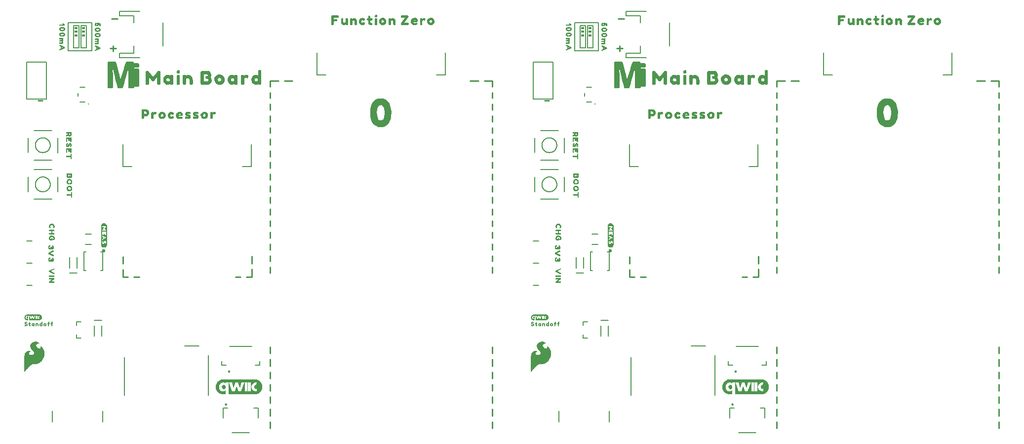
<source format=gto>
G04 EAGLE Gerber RS-274X export*
G75*
%MOMM*%
%FSLAX34Y34*%
%LPD*%
%INSilkscreen Top*%
%IPPOS*%
%AMOC8*
5,1,8,0,0,1.08239X$1,22.5*%
G01*
%ADD10C,0.279400*%
%ADD11C,0.254000*%
%ADD12C,0.203200*%
%ADD13C,0.406400*%
%ADD14C,0.152400*%
%ADD15C,0.127000*%
%ADD16C,0.600000*%
%ADD17C,0.254000*%
%ADD18R,0.508000X0.381000*%

G36*
X1064895Y596548D02*
X1064895Y596548D01*
X1064908Y596547D01*
X1065434Y596572D01*
X1065456Y596578D01*
X1065591Y596606D01*
X1066079Y596795D01*
X1066086Y596799D01*
X1066093Y596801D01*
X1066234Y596890D01*
X1066622Y597242D01*
X1066627Y597248D01*
X1066633Y597252D01*
X1066732Y597386D01*
X1066970Y597853D01*
X1066972Y597859D01*
X1066975Y597864D01*
X1067021Y598024D01*
X1067081Y598546D01*
X1067079Y598563D01*
X1067084Y598585D01*
X1067097Y598986D01*
X1067217Y599193D01*
X1067445Y599302D01*
X1073663Y599319D01*
X1073706Y599328D01*
X1073780Y599333D01*
X1074291Y599459D01*
X1074330Y599477D01*
X1074420Y599510D01*
X1074876Y599772D01*
X1074909Y599801D01*
X1074986Y599857D01*
X1075352Y600234D01*
X1075376Y600271D01*
X1075434Y600345D01*
X1075684Y600807D01*
X1075692Y600836D01*
X1075707Y600860D01*
X1075712Y600889D01*
X1075732Y600939D01*
X1075843Y601452D01*
X1075844Y601494D01*
X1075854Y601558D01*
X1075862Y621597D01*
X1075881Y622115D01*
X1075878Y622132D01*
X1075881Y622150D01*
X1075862Y622230D01*
X1075855Y622270D01*
X1075861Y622287D01*
X1075859Y622317D01*
X1075866Y622356D01*
X1075866Y628171D01*
X1075865Y628175D01*
X1075866Y628179D01*
X1075856Y628708D01*
X1075847Y628749D01*
X1075843Y628813D01*
X1075723Y629326D01*
X1075705Y629365D01*
X1075672Y629456D01*
X1075414Y629915D01*
X1075386Y629948D01*
X1075330Y630026D01*
X1074956Y630396D01*
X1074919Y630420D01*
X1074844Y630479D01*
X1074382Y630732D01*
X1074341Y630745D01*
X1074252Y630781D01*
X1073738Y630896D01*
X1073696Y630897D01*
X1073630Y630908D01*
X1067821Y630916D01*
X1067422Y630926D01*
X1067209Y631044D01*
X1067097Y631267D01*
X1067092Y632103D01*
X1067194Y632341D01*
X1067392Y632465D01*
X1067777Y632483D01*
X1073579Y632489D01*
X1073618Y632496D01*
X1073675Y632498D01*
X1074191Y632599D01*
X1074232Y632616D01*
X1074323Y632644D01*
X1074792Y632884D01*
X1074826Y632911D01*
X1074905Y632964D01*
X1075290Y633323D01*
X1075316Y633359D01*
X1075378Y633431D01*
X1075648Y633884D01*
X1075662Y633921D01*
X1075671Y633936D01*
X1075673Y633947D01*
X1075703Y634014D01*
X1075836Y634524D01*
X1075839Y634567D01*
X1075852Y634636D01*
X1075867Y635164D01*
X1075866Y635170D01*
X1075867Y635178D01*
X1075867Y637292D01*
X1075864Y637308D01*
X1075866Y637328D01*
X1075828Y637854D01*
X1075816Y637897D01*
X1075800Y637986D01*
X1075623Y638482D01*
X1075601Y638520D01*
X1075559Y638605D01*
X1075252Y639033D01*
X1075221Y639063D01*
X1075157Y639134D01*
X1074744Y639461D01*
X1074705Y639481D01*
X1074626Y639531D01*
X1074139Y639733D01*
X1074096Y639741D01*
X1074006Y639768D01*
X1073483Y639829D01*
X1073457Y639827D01*
X1073425Y639832D01*
X1067646Y639834D01*
X1067311Y639882D01*
X1067152Y640023D01*
X1067074Y640347D01*
X1067018Y640840D01*
X1067017Y640845D01*
X1067017Y640851D01*
X1066967Y641010D01*
X1066728Y641478D01*
X1066723Y641484D01*
X1066721Y641491D01*
X1066618Y641621D01*
X1066228Y641973D01*
X1066221Y641978D01*
X1066216Y641984D01*
X1066073Y642069D01*
X1065583Y642258D01*
X1065565Y642261D01*
X1065425Y642291D01*
X1064898Y642313D01*
X1064888Y642312D01*
X1064876Y642314D01*
X1054833Y642314D01*
X1054828Y642313D01*
X1054822Y642314D01*
X1054293Y642301D01*
X1054262Y642294D01*
X1054141Y642274D01*
X1053645Y642101D01*
X1053637Y642097D01*
X1053628Y642095D01*
X1053485Y642010D01*
X1053085Y641669D01*
X1053080Y641662D01*
X1053073Y641658D01*
X1052970Y641527D01*
X1052720Y641066D01*
X1052708Y641028D01*
X1052682Y640977D01*
X1050779Y634926D01*
X1050779Y634925D01*
X1050779Y634924D01*
X1049373Y630379D01*
X1049373Y630377D01*
X1049372Y630375D01*
X1046934Y622277D01*
X1046927Y622196D01*
X1046920Y622155D01*
X1046915Y622142D01*
X1046864Y622037D01*
X1045846Y618484D01*
X1045846Y618481D01*
X1045845Y618478D01*
X1044872Y614913D01*
X1044872Y614908D01*
X1044870Y614902D01*
X1044102Y611829D01*
X1044102Y611823D01*
X1044099Y611817D01*
X1043999Y611366D01*
X1043879Y611963D01*
X1043877Y611967D01*
X1043876Y611973D01*
X1043068Y615579D01*
X1043067Y615583D01*
X1043067Y615587D01*
X1042081Y619694D01*
X1042081Y619695D01*
X1042081Y619697D01*
X1041701Y621234D01*
X1041698Y621239D01*
X1041698Y621246D01*
X1041420Y622265D01*
X1041407Y622290D01*
X1041403Y622329D01*
X1041403Y622343D01*
X1041402Y622345D01*
X1041402Y622347D01*
X1040482Y625931D01*
X1040481Y625933D01*
X1040481Y625936D01*
X1039394Y630024D01*
X1039394Y630025D01*
X1039394Y630027D01*
X1038698Y632577D01*
X1038697Y632579D01*
X1038697Y632581D01*
X1037550Y636652D01*
X1037549Y636655D01*
X1037548Y636658D01*
X1036354Y640716D01*
X1036348Y640728D01*
X1036345Y640744D01*
X1036166Y641240D01*
X1036158Y641253D01*
X1036086Y641382D01*
X1035758Y641793D01*
X1035750Y641800D01*
X1035745Y641809D01*
X1035617Y641915D01*
X1035161Y642176D01*
X1035151Y642179D01*
X1035143Y642186D01*
X1034985Y642237D01*
X1034465Y642314D01*
X1034434Y642312D01*
X1034393Y642319D01*
X1023289Y642324D01*
X1023253Y642317D01*
X1023200Y642316D01*
X1022683Y642222D01*
X1022674Y642219D01*
X1022665Y642219D01*
X1022510Y642156D01*
X1022063Y641881D01*
X1022058Y641876D01*
X1022051Y641873D01*
X1021929Y641760D01*
X1021609Y641344D01*
X1021605Y641336D01*
X1021599Y641330D01*
X1021526Y641181D01*
X1021377Y640677D01*
X1021373Y640635D01*
X1021357Y640536D01*
X1021348Y622559D01*
X1021357Y622516D01*
X1021362Y622441D01*
X1021390Y622327D01*
X1021381Y622313D01*
X1021380Y622304D01*
X1021375Y622297D01*
X1021348Y622133D01*
X1021358Y598319D01*
X1021366Y598282D01*
X1021380Y598173D01*
X1021535Y597670D01*
X1021539Y597663D01*
X1021541Y597654D01*
X1021620Y597508D01*
X1021946Y597095D01*
X1021952Y597090D01*
X1021956Y597083D01*
X1022082Y596975D01*
X1022534Y596706D01*
X1022542Y596703D01*
X1022548Y596698D01*
X1022705Y596643D01*
X1023223Y596554D01*
X1023259Y596555D01*
X1023308Y596546D01*
X1028600Y596546D01*
X1028618Y596550D01*
X1028640Y596548D01*
X1029165Y596589D01*
X1029168Y596590D01*
X1029170Y596590D01*
X1029331Y596632D01*
X1029811Y596847D01*
X1029817Y596852D01*
X1029825Y596854D01*
X1029960Y596951D01*
X1030331Y597325D01*
X1030336Y597332D01*
X1030343Y597337D01*
X1030434Y597476D01*
X1030645Y597958D01*
X1030645Y597959D01*
X1030646Y597960D01*
X1030685Y598121D01*
X1030724Y598647D01*
X1030722Y598664D01*
X1030726Y598684D01*
X1030723Y614560D01*
X1030723Y614562D01*
X1030723Y614563D01*
X1030699Y618797D01*
X1030699Y618799D01*
X1030699Y618801D01*
X1030651Y621976D01*
X1030631Y622069D01*
X1030609Y622169D01*
X1030609Y622170D01*
X1030593Y622192D01*
X1030607Y622213D01*
X1030610Y622230D01*
X1030618Y622244D01*
X1030642Y622409D01*
X1030549Y626638D01*
X1030549Y626640D01*
X1030549Y626642D01*
X1030518Y627642D01*
X1030503Y628141D01*
X1030487Y628640D01*
X1030487Y628641D01*
X1030472Y629140D01*
X1030451Y629813D01*
X1030450Y629816D01*
X1030450Y629820D01*
X1030372Y631598D01*
X1030787Y629717D01*
X1030788Y629715D01*
X1030788Y629711D01*
X1032467Y622502D01*
X1032473Y622488D01*
X1032476Y622468D01*
X1032579Y622133D01*
X1032584Y622067D01*
X1032581Y622024D01*
X1032589Y622001D01*
X1032591Y621970D01*
X1034212Y615301D01*
X1034213Y615300D01*
X1034213Y615298D01*
X1035619Y609664D01*
X1035620Y609663D01*
X1035620Y609661D01*
X1037455Y602501D01*
X1037456Y602500D01*
X1037456Y602497D01*
X1038672Y597904D01*
X1038691Y597866D01*
X1038699Y597835D01*
X1038706Y597825D01*
X1038717Y597793D01*
X1038969Y597333D01*
X1038975Y597325D01*
X1038978Y597317D01*
X1039085Y597190D01*
X1039487Y596852D01*
X1039493Y596849D01*
X1039497Y596844D01*
X1039643Y596763D01*
X1040138Y596589D01*
X1040168Y596584D01*
X1040291Y596561D01*
X1040818Y596547D01*
X1040824Y596548D01*
X1040831Y596547D01*
X1046110Y596547D01*
X1046132Y596551D01*
X1046161Y596549D01*
X1046683Y596603D01*
X1046689Y596604D01*
X1046694Y596604D01*
X1046854Y596652D01*
X1047324Y596884D01*
X1047331Y596889D01*
X1047339Y596892D01*
X1047471Y596994D01*
X1047826Y597380D01*
X1047829Y597385D01*
X1047833Y597388D01*
X1047920Y597529D01*
X1048119Y598016D01*
X1048123Y598037D01*
X1048135Y598061D01*
X1049655Y603117D01*
X1049656Y603119D01*
X1049657Y603121D01*
X1051721Y610218D01*
X1051722Y610220D01*
X1051723Y610222D01*
X1053293Y615813D01*
X1053293Y615815D01*
X1053294Y615818D01*
X1054951Y621932D01*
X1054953Y621967D01*
X1054965Y622000D01*
X1054960Y622066D01*
X1054964Y622131D01*
X1054960Y622143D01*
X1054986Y622169D01*
X1055019Y622242D01*
X1055042Y622280D01*
X1055045Y622299D01*
X1055054Y622321D01*
X1055857Y625389D01*
X1055857Y625391D01*
X1055858Y625393D01*
X1056891Y629494D01*
X1056891Y629496D01*
X1056892Y629499D01*
X1057509Y632069D01*
X1057509Y632072D01*
X1057510Y632075D01*
X1057434Y628709D01*
X1057434Y628707D01*
X1057434Y628705D01*
X1057342Y622363D01*
X1057352Y622309D01*
X1057352Y622254D01*
X1057370Y622212D01*
X1057379Y622167D01*
X1057409Y622121D01*
X1057431Y622071D01*
X1057432Y622069D01*
X1057372Y621861D01*
X1057368Y621818D01*
X1057352Y621725D01*
X1057327Y618560D01*
X1057327Y618558D01*
X1057327Y618556D01*
X1057314Y598508D01*
X1057321Y598473D01*
X1057322Y598423D01*
X1057410Y597906D01*
X1057413Y597899D01*
X1057413Y597892D01*
X1057473Y597736D01*
X1057740Y597285D01*
X1057745Y597279D01*
X1057748Y597272D01*
X1057812Y597200D01*
X1057831Y597174D01*
X1057840Y597169D01*
X1057859Y597148D01*
X1058270Y596822D01*
X1058278Y596818D01*
X1058283Y596812D01*
X1058432Y596736D01*
X1058932Y596580D01*
X1058976Y596576D01*
X1059070Y596558D01*
X1059597Y596546D01*
X1059602Y596547D01*
X1059608Y596546D01*
X1064884Y596546D01*
X1064895Y596548D01*
G37*
G36*
X196215Y596548D02*
X196215Y596548D01*
X196228Y596547D01*
X196754Y596572D01*
X196776Y596578D01*
X196911Y596606D01*
X197399Y596795D01*
X197406Y596799D01*
X197413Y596801D01*
X197554Y596890D01*
X197942Y597242D01*
X197947Y597248D01*
X197953Y597252D01*
X198052Y597386D01*
X198290Y597853D01*
X198292Y597859D01*
X198295Y597864D01*
X198341Y598024D01*
X198401Y598546D01*
X198399Y598563D01*
X198404Y598585D01*
X198417Y598986D01*
X198537Y599193D01*
X198765Y599302D01*
X204983Y599319D01*
X205026Y599328D01*
X205100Y599333D01*
X205611Y599459D01*
X205650Y599477D01*
X205740Y599510D01*
X206196Y599772D01*
X206229Y599801D01*
X206306Y599857D01*
X206672Y600234D01*
X206696Y600271D01*
X206754Y600345D01*
X207004Y600807D01*
X207012Y600836D01*
X207027Y600860D01*
X207032Y600889D01*
X207052Y600939D01*
X207163Y601452D01*
X207164Y601494D01*
X207174Y601558D01*
X207182Y621597D01*
X207201Y622115D01*
X207198Y622132D01*
X207201Y622150D01*
X207182Y622230D01*
X207175Y622270D01*
X207181Y622287D01*
X207179Y622317D01*
X207186Y622356D01*
X207186Y628171D01*
X207185Y628175D01*
X207186Y628179D01*
X207176Y628708D01*
X207167Y628749D01*
X207163Y628813D01*
X207043Y629326D01*
X207025Y629365D01*
X206992Y629456D01*
X206734Y629915D01*
X206706Y629948D01*
X206650Y630026D01*
X206276Y630396D01*
X206239Y630420D01*
X206164Y630479D01*
X205702Y630732D01*
X205661Y630745D01*
X205572Y630781D01*
X205058Y630896D01*
X205016Y630897D01*
X204950Y630908D01*
X199141Y630916D01*
X198742Y630926D01*
X198529Y631044D01*
X198417Y631267D01*
X198412Y632103D01*
X198514Y632341D01*
X198712Y632465D01*
X199097Y632483D01*
X204899Y632489D01*
X204938Y632496D01*
X204995Y632498D01*
X205511Y632599D01*
X205552Y632616D01*
X205643Y632644D01*
X206112Y632884D01*
X206146Y632911D01*
X206225Y632964D01*
X206610Y633323D01*
X206636Y633359D01*
X206698Y633431D01*
X206968Y633884D01*
X206982Y633921D01*
X206991Y633936D01*
X206993Y633947D01*
X207023Y634014D01*
X207156Y634524D01*
X207159Y634567D01*
X207172Y634636D01*
X207187Y635164D01*
X207186Y635170D01*
X207187Y635178D01*
X207187Y637292D01*
X207184Y637308D01*
X207186Y637328D01*
X207148Y637854D01*
X207136Y637897D01*
X207120Y637986D01*
X206943Y638482D01*
X206921Y638520D01*
X206879Y638605D01*
X206572Y639033D01*
X206541Y639063D01*
X206477Y639134D01*
X206064Y639461D01*
X206025Y639481D01*
X205946Y639531D01*
X205459Y639733D01*
X205416Y639741D01*
X205326Y639768D01*
X204803Y639829D01*
X204777Y639827D01*
X204745Y639832D01*
X198966Y639834D01*
X198631Y639882D01*
X198472Y640023D01*
X198394Y640347D01*
X198338Y640840D01*
X198337Y640845D01*
X198337Y640851D01*
X198287Y641010D01*
X198048Y641478D01*
X198043Y641484D01*
X198041Y641491D01*
X197938Y641621D01*
X197548Y641973D01*
X197541Y641978D01*
X197536Y641984D01*
X197393Y642069D01*
X196903Y642258D01*
X196885Y642261D01*
X196745Y642291D01*
X196218Y642313D01*
X196208Y642312D01*
X196196Y642314D01*
X186153Y642314D01*
X186148Y642313D01*
X186142Y642314D01*
X185613Y642301D01*
X185582Y642294D01*
X185461Y642274D01*
X184965Y642101D01*
X184957Y642097D01*
X184948Y642095D01*
X184805Y642010D01*
X184405Y641669D01*
X184400Y641662D01*
X184393Y641658D01*
X184290Y641527D01*
X184040Y641066D01*
X184028Y641028D01*
X184002Y640977D01*
X182099Y634926D01*
X182099Y634925D01*
X182099Y634924D01*
X180693Y630379D01*
X180693Y630377D01*
X180692Y630375D01*
X178254Y622277D01*
X178247Y622196D01*
X178240Y622155D01*
X178235Y622142D01*
X178184Y622037D01*
X177166Y618484D01*
X177166Y618481D01*
X177165Y618478D01*
X176192Y614913D01*
X176192Y614908D01*
X176190Y614902D01*
X175422Y611829D01*
X175422Y611823D01*
X175419Y611817D01*
X175319Y611366D01*
X175199Y611963D01*
X175197Y611967D01*
X175196Y611973D01*
X174388Y615579D01*
X174387Y615583D01*
X174387Y615587D01*
X173401Y619694D01*
X173401Y619695D01*
X173401Y619697D01*
X173021Y621234D01*
X173018Y621239D01*
X173018Y621246D01*
X172740Y622265D01*
X172727Y622290D01*
X172723Y622329D01*
X172723Y622343D01*
X172722Y622345D01*
X172722Y622347D01*
X171802Y625931D01*
X171801Y625933D01*
X171801Y625936D01*
X170714Y630024D01*
X170714Y630025D01*
X170714Y630027D01*
X170018Y632577D01*
X170017Y632579D01*
X170017Y632581D01*
X168870Y636652D01*
X168869Y636655D01*
X168868Y636658D01*
X167674Y640716D01*
X167668Y640728D01*
X167665Y640744D01*
X167486Y641240D01*
X167478Y641253D01*
X167406Y641382D01*
X167078Y641793D01*
X167070Y641800D01*
X167065Y641809D01*
X166937Y641915D01*
X166481Y642176D01*
X166471Y642179D01*
X166463Y642186D01*
X166305Y642237D01*
X165785Y642314D01*
X165754Y642312D01*
X165713Y642319D01*
X154609Y642324D01*
X154573Y642317D01*
X154520Y642316D01*
X154003Y642222D01*
X153994Y642219D01*
X153985Y642219D01*
X153830Y642156D01*
X153383Y641881D01*
X153378Y641876D01*
X153371Y641873D01*
X153249Y641760D01*
X152929Y641344D01*
X152925Y641336D01*
X152919Y641330D01*
X152846Y641181D01*
X152697Y640677D01*
X152693Y640635D01*
X152677Y640536D01*
X152668Y622559D01*
X152677Y622516D01*
X152682Y622441D01*
X152710Y622327D01*
X152701Y622313D01*
X152700Y622304D01*
X152695Y622297D01*
X152668Y622133D01*
X152678Y598319D01*
X152686Y598282D01*
X152700Y598173D01*
X152855Y597670D01*
X152859Y597663D01*
X152861Y597654D01*
X152940Y597508D01*
X153266Y597095D01*
X153272Y597090D01*
X153276Y597083D01*
X153402Y596975D01*
X153854Y596706D01*
X153862Y596703D01*
X153868Y596698D01*
X154025Y596643D01*
X154543Y596554D01*
X154579Y596555D01*
X154628Y596546D01*
X159920Y596546D01*
X159938Y596550D01*
X159960Y596548D01*
X160485Y596589D01*
X160488Y596590D01*
X160490Y596590D01*
X160651Y596632D01*
X161131Y596847D01*
X161137Y596852D01*
X161145Y596854D01*
X161280Y596951D01*
X161651Y597325D01*
X161656Y597332D01*
X161663Y597337D01*
X161754Y597476D01*
X161965Y597958D01*
X161965Y597959D01*
X161966Y597960D01*
X162005Y598121D01*
X162044Y598647D01*
X162042Y598664D01*
X162046Y598684D01*
X162043Y614560D01*
X162043Y614562D01*
X162043Y614563D01*
X162019Y618797D01*
X162019Y618799D01*
X162019Y618801D01*
X161971Y621976D01*
X161951Y622069D01*
X161929Y622169D01*
X161929Y622170D01*
X161913Y622192D01*
X161927Y622213D01*
X161930Y622230D01*
X161938Y622244D01*
X161962Y622409D01*
X161869Y626638D01*
X161869Y626640D01*
X161869Y626642D01*
X161838Y627642D01*
X161823Y628141D01*
X161807Y628640D01*
X161807Y628641D01*
X161792Y629140D01*
X161771Y629813D01*
X161770Y629816D01*
X161770Y629820D01*
X161692Y631598D01*
X162107Y629717D01*
X162108Y629715D01*
X162108Y629711D01*
X163787Y622502D01*
X163793Y622488D01*
X163796Y622468D01*
X163899Y622133D01*
X163904Y622067D01*
X163901Y622024D01*
X163909Y622001D01*
X163911Y621970D01*
X165532Y615301D01*
X165533Y615300D01*
X165533Y615298D01*
X166939Y609664D01*
X166940Y609663D01*
X166940Y609661D01*
X168775Y602501D01*
X168776Y602500D01*
X168776Y602497D01*
X169992Y597904D01*
X170011Y597866D01*
X170019Y597835D01*
X170026Y597825D01*
X170037Y597793D01*
X170289Y597333D01*
X170295Y597325D01*
X170298Y597317D01*
X170405Y597190D01*
X170807Y596852D01*
X170813Y596849D01*
X170817Y596844D01*
X170963Y596763D01*
X171458Y596589D01*
X171488Y596584D01*
X171611Y596561D01*
X172138Y596547D01*
X172144Y596548D01*
X172151Y596547D01*
X177430Y596547D01*
X177452Y596551D01*
X177481Y596549D01*
X178003Y596603D01*
X178009Y596604D01*
X178014Y596604D01*
X178174Y596652D01*
X178644Y596884D01*
X178651Y596889D01*
X178659Y596892D01*
X178791Y596994D01*
X179146Y597380D01*
X179149Y597385D01*
X179153Y597388D01*
X179240Y597529D01*
X179439Y598016D01*
X179443Y598037D01*
X179455Y598061D01*
X180975Y603117D01*
X180976Y603119D01*
X180977Y603121D01*
X183041Y610218D01*
X183042Y610220D01*
X183043Y610222D01*
X184613Y615813D01*
X184613Y615815D01*
X184614Y615818D01*
X186271Y621932D01*
X186273Y621967D01*
X186285Y622000D01*
X186280Y622066D01*
X186284Y622131D01*
X186280Y622143D01*
X186306Y622169D01*
X186339Y622242D01*
X186362Y622280D01*
X186365Y622299D01*
X186374Y622321D01*
X187177Y625389D01*
X187177Y625391D01*
X187178Y625393D01*
X188211Y629494D01*
X188211Y629496D01*
X188212Y629499D01*
X188829Y632069D01*
X188829Y632072D01*
X188830Y632075D01*
X188754Y628709D01*
X188754Y628707D01*
X188754Y628705D01*
X188662Y622363D01*
X188672Y622309D01*
X188672Y622254D01*
X188690Y622212D01*
X188699Y622167D01*
X188729Y622121D01*
X188751Y622071D01*
X188752Y622069D01*
X188692Y621861D01*
X188688Y621818D01*
X188672Y621725D01*
X188647Y618560D01*
X188647Y618558D01*
X188647Y618556D01*
X188634Y598508D01*
X188641Y598473D01*
X188642Y598423D01*
X188730Y597906D01*
X188733Y597899D01*
X188733Y597892D01*
X188793Y597736D01*
X189060Y597285D01*
X189065Y597279D01*
X189068Y597272D01*
X189132Y597200D01*
X189151Y597174D01*
X189160Y597169D01*
X189179Y597148D01*
X189590Y596822D01*
X189598Y596818D01*
X189603Y596812D01*
X189752Y596736D01*
X190252Y596580D01*
X190296Y596576D01*
X190390Y596558D01*
X190917Y596546D01*
X190922Y596547D01*
X190928Y596546D01*
X196204Y596546D01*
X196215Y596548D01*
G37*
G36*
X1250809Y70919D02*
X1250809Y70919D01*
X1250813Y70920D01*
X1250821Y70916D01*
X1274010Y70917D01*
X1274012Y70919D01*
X1274015Y70918D01*
X1276535Y71138D01*
X1276539Y71140D01*
X1276545Y71139D01*
X1277095Y71279D01*
X1277098Y71281D01*
X1277109Y71280D01*
X1279099Y71900D01*
X1279101Y71903D01*
X1279108Y71904D01*
X1279578Y72134D01*
X1279578Y72135D01*
X1279580Y72135D01*
X1281490Y73185D01*
X1281493Y73190D01*
X1281500Y73192D01*
X1282800Y74272D01*
X1283180Y74592D01*
X1283181Y74594D01*
X1283184Y74595D01*
X1283524Y74925D01*
X1283524Y74928D01*
X1283528Y74930D01*
X1284408Y76000D01*
X1284838Y76520D01*
X1284839Y76524D01*
X1284844Y76527D01*
X1285124Y76987D01*
X1285124Y76989D01*
X1285125Y76990D01*
X1285405Y77510D01*
X1286135Y78840D01*
X1286135Y78843D01*
X1286137Y78844D01*
X1286137Y78848D01*
X1286140Y78852D01*
X1286510Y80072D01*
X1286508Y80078D01*
X1286517Y80084D01*
X1286517Y80088D01*
X1286520Y80092D01*
X1286910Y81412D01*
X1286909Y81417D01*
X1286912Y81424D01*
X1287162Y84014D01*
X1287160Y84019D01*
X1287162Y84027D01*
X1286882Y86607D01*
X1286879Y86611D01*
X1286880Y86619D01*
X1286780Y86939D01*
X1286769Y86948D01*
X1286769Y86950D01*
X1286770Y86959D01*
X1286210Y88759D01*
X1286207Y88761D01*
X1286207Y88767D01*
X1285847Y89527D01*
X1285845Y89528D01*
X1285845Y89530D01*
X1285355Y90430D01*
X1285355Y90431D01*
X1284965Y91131D01*
X1284961Y91133D01*
X1284959Y91139D01*
X1284069Y92239D01*
X1284068Y92240D01*
X1283906Y92434D01*
X1283298Y93160D01*
X1283293Y93162D01*
X1283290Y93169D01*
X1281340Y94749D01*
X1281334Y94749D01*
X1281330Y94755D01*
X1279500Y95755D01*
X1279497Y95755D01*
X1279495Y95758D01*
X1278945Y95998D01*
X1278942Y95997D01*
X1278939Y96000D01*
X1277101Y96569D01*
X1277096Y96577D01*
X1277072Y96574D01*
X1277065Y96575D01*
X1277062Y96577D01*
X1277056Y96587D01*
X1277050Y96586D01*
X1277043Y96591D01*
X1276563Y96691D01*
X1276560Y96690D01*
X1276556Y96692D01*
X1274206Y96932D01*
X1274204Y96931D01*
X1274200Y96933D01*
X1267470Y96933D01*
X1267460Y96926D01*
X1267456Y96926D01*
X1267440Y96933D01*
X1260340Y96933D01*
X1260336Y96930D01*
X1260330Y96933D01*
X1245400Y96931D01*
X1245396Y96937D01*
X1245383Y96935D01*
X1245372Y96943D01*
X1245363Y96937D01*
X1245350Y96943D01*
X1224110Y96943D01*
X1224091Y96931D01*
X1224086Y96930D01*
X1224080Y96933D01*
X1220140Y96933D01*
X1220138Y96931D01*
X1220134Y96932D01*
X1217564Y96682D01*
X1217560Y96679D01*
X1217552Y96680D01*
X1216332Y96310D01*
X1216328Y96305D01*
X1216324Y96306D01*
X1216316Y96313D01*
X1216307Y96308D01*
X1216291Y96310D01*
X1214981Y95890D01*
X1214977Y95886D01*
X1214970Y95885D01*
X1213640Y95155D01*
X1213639Y95155D01*
X1212729Y94645D01*
X1212727Y94640D01*
X1212720Y94638D01*
X1211920Y93968D01*
X1211060Y93258D01*
X1211059Y93255D01*
X1211054Y93253D01*
X1210624Y92793D01*
X1210624Y92791D01*
X1210622Y92790D01*
X1209952Y91990D01*
X1209951Y91990D01*
X1209431Y91350D01*
X1209431Y91346D01*
X1209427Y91343D01*
X1209197Y90973D01*
X1209197Y90972D01*
X1209195Y90970D01*
X1208645Y89980D01*
X1208645Y89979D01*
X1208115Y88979D01*
X1208115Y88975D01*
X1208110Y88970D01*
X1207920Y88390D01*
X1207921Y88389D01*
X1207920Y88389D01*
X1207500Y87039D01*
X1207501Y87037D01*
X1207499Y87034D01*
X1207319Y86264D01*
X1207320Y86261D01*
X1207318Y86257D01*
X1207178Y84967D01*
X1207108Y84317D01*
X1207109Y84315D01*
X1207107Y84312D01*
X1207087Y83672D01*
X1207088Y83671D01*
X1207087Y83670D01*
X1207087Y83660D01*
X1207098Y83644D01*
X1207308Y81614D01*
X1207309Y81612D01*
X1207308Y81609D01*
X1207408Y81059D01*
X1207411Y81056D01*
X1207410Y81051D01*
X1208030Y79071D01*
X1208034Y79068D01*
X1208034Y79062D01*
X1208043Y79043D01*
X1208313Y78454D01*
X1208315Y78453D01*
X1208315Y78450D01*
X1208725Y77700D01*
X1209025Y77160D01*
X1209255Y76730D01*
X1209265Y76725D01*
X1209272Y76700D01*
X1209502Y76420D01*
X1210201Y75560D01*
X1210202Y75560D01*
X1210202Y75559D01*
X1210274Y75476D01*
X1210327Y75413D01*
X1210434Y75287D01*
X1210541Y75162D01*
X1210594Y75099D01*
X1210701Y74974D01*
X1210755Y74911D01*
X1210862Y74785D01*
X1210915Y74723D01*
X1210952Y74679D01*
X1210957Y74678D01*
X1210960Y74672D01*
X1211390Y74312D01*
X1212300Y73552D01*
X1212301Y73552D01*
X1212302Y73550D01*
X1212632Y73300D01*
X1212633Y73300D01*
X1212634Y73298D01*
X1213054Y73008D01*
X1213057Y73008D01*
X1213060Y73005D01*
X1214870Y72015D01*
X1214874Y72015D01*
X1214878Y72011D01*
X1215398Y71821D01*
X1215400Y71822D01*
X1215402Y71820D01*
X1215741Y71720D01*
X1217431Y71190D01*
X1217456Y71197D01*
X1217458Y71197D01*
X1217473Y71188D01*
X1220013Y70918D01*
X1220024Y70923D01*
X1220034Y70924D01*
X1220050Y70917D01*
X1224090Y70917D01*
X1224109Y70929D01*
X1224131Y70933D01*
X1224138Y70948D01*
X1224147Y70954D01*
X1224146Y70964D01*
X1224153Y70980D01*
X1224153Y78210D01*
X1224144Y78223D01*
X1224146Y78238D01*
X1224128Y78249D01*
X1224116Y78267D01*
X1224101Y78265D01*
X1224087Y78273D01*
X1224060Y78259D01*
X1224049Y78257D01*
X1224046Y78252D01*
X1224041Y78249D01*
X1223962Y78150D01*
X1223834Y78003D01*
X1223605Y77754D01*
X1223277Y77446D01*
X1223060Y77249D01*
X1222844Y77091D01*
X1222627Y76943D01*
X1222253Y76737D01*
X1221997Y76628D01*
X1221650Y76499D01*
X1221323Y76390D01*
X1220987Y76311D01*
X1220540Y76232D01*
X1220294Y76193D01*
X1220048Y76183D01*
X1220041Y76178D01*
X1220030Y76183D01*
X1220020Y76183D01*
X1220020Y76182D01*
X1219682Y76173D01*
X1218147Y76332D01*
X1218132Y76325D01*
X1218123Y76327D01*
X1218109Y76340D01*
X1217759Y76450D01*
X1217180Y76629D01*
X1216607Y76847D01*
X1216101Y77135D01*
X1215726Y77352D01*
X1215092Y77887D01*
X1214568Y78401D01*
X1214021Y79157D01*
X1214004Y79163D01*
X1213997Y79173D01*
X1213996Y79188D01*
X1213259Y80692D01*
X1212882Y82180D01*
X1212765Y83743D01*
X1212768Y83745D01*
X1212766Y83754D01*
X1212773Y83766D01*
X1212872Y85351D01*
X1213230Y86890D01*
X1213865Y88278D01*
X1214508Y89179D01*
X1215231Y89863D01*
X1215656Y90218D01*
X1216459Y90674D01*
X1217052Y90941D01*
X1218068Y91240D01*
X1218082Y91256D01*
X1218105Y91247D01*
X1219681Y91377D01*
X1220164Y91348D01*
X1220690Y91278D01*
X1221058Y91209D01*
X1221283Y91159D01*
X1221718Y91011D01*
X1222223Y90803D01*
X1222645Y90567D01*
X1222972Y90320D01*
X1223358Y90013D01*
X1223656Y89725D01*
X1224036Y89355D01*
X1224048Y89353D01*
X1224054Y89343D01*
X1224079Y89346D01*
X1224103Y89342D01*
X1224110Y89351D01*
X1224121Y89353D01*
X1224139Y89391D01*
X1224143Y89397D01*
X1224142Y89398D01*
X1224143Y89400D01*
X1224143Y91229D01*
X1228977Y91228D01*
X1228977Y82710D01*
X1228987Y79150D01*
X1228977Y76420D01*
X1228977Y70980D01*
X1228989Y70961D01*
X1228993Y70939D01*
X1229008Y70932D01*
X1229014Y70923D01*
X1229024Y70924D01*
X1229040Y70917D01*
X1234999Y70917D01*
X1235001Y70914D01*
X1235012Y70915D01*
X1235030Y70907D01*
X1250790Y70907D01*
X1250809Y70919D01*
G37*
G36*
X382129Y70919D02*
X382129Y70919D01*
X382133Y70920D01*
X382141Y70916D01*
X405330Y70917D01*
X405332Y70919D01*
X405335Y70918D01*
X407855Y71138D01*
X407859Y71140D01*
X407865Y71139D01*
X408415Y71279D01*
X408418Y71281D01*
X408429Y71280D01*
X410419Y71900D01*
X410421Y71903D01*
X410428Y71904D01*
X410898Y72134D01*
X410898Y72135D01*
X410900Y72135D01*
X412810Y73185D01*
X412813Y73190D01*
X412820Y73192D01*
X414120Y74272D01*
X414500Y74592D01*
X414501Y74594D01*
X414504Y74595D01*
X414844Y74925D01*
X414844Y74928D01*
X414848Y74930D01*
X415728Y76000D01*
X416158Y76520D01*
X416159Y76524D01*
X416164Y76527D01*
X416444Y76987D01*
X416444Y76989D01*
X416445Y76990D01*
X416725Y77510D01*
X417455Y78840D01*
X417455Y78843D01*
X417457Y78844D01*
X417457Y78848D01*
X417460Y78852D01*
X417830Y80072D01*
X417828Y80078D01*
X417837Y80084D01*
X417837Y80088D01*
X417840Y80092D01*
X418230Y81412D01*
X418229Y81417D01*
X418232Y81424D01*
X418482Y84014D01*
X418480Y84019D01*
X418482Y84027D01*
X418202Y86607D01*
X418199Y86611D01*
X418200Y86619D01*
X418100Y86939D01*
X418089Y86948D01*
X418089Y86950D01*
X418090Y86959D01*
X417530Y88759D01*
X417527Y88761D01*
X417527Y88767D01*
X417167Y89527D01*
X417165Y89528D01*
X417165Y89530D01*
X416675Y90430D01*
X416675Y90431D01*
X416285Y91131D01*
X416281Y91133D01*
X416279Y91139D01*
X415389Y92239D01*
X415388Y92240D01*
X415226Y92434D01*
X414618Y93160D01*
X414613Y93162D01*
X414610Y93169D01*
X412660Y94749D01*
X412654Y94749D01*
X412650Y94755D01*
X410820Y95755D01*
X410817Y95755D01*
X410815Y95758D01*
X410265Y95998D01*
X410262Y95997D01*
X410259Y96000D01*
X408421Y96569D01*
X408416Y96577D01*
X408392Y96574D01*
X408385Y96575D01*
X408382Y96577D01*
X408376Y96587D01*
X408370Y96586D01*
X408363Y96591D01*
X407883Y96691D01*
X407880Y96690D01*
X407876Y96692D01*
X405526Y96932D01*
X405524Y96931D01*
X405520Y96933D01*
X398790Y96933D01*
X398780Y96926D01*
X398776Y96926D01*
X398760Y96933D01*
X391660Y96933D01*
X391656Y96930D01*
X391650Y96933D01*
X376720Y96931D01*
X376716Y96937D01*
X376703Y96935D01*
X376692Y96943D01*
X376683Y96937D01*
X376670Y96943D01*
X355430Y96943D01*
X355411Y96931D01*
X355406Y96930D01*
X355400Y96933D01*
X351460Y96933D01*
X351458Y96931D01*
X351454Y96932D01*
X348884Y96682D01*
X348880Y96679D01*
X348872Y96680D01*
X347652Y96310D01*
X347648Y96305D01*
X347644Y96306D01*
X347636Y96313D01*
X347627Y96308D01*
X347611Y96310D01*
X346301Y95890D01*
X346297Y95886D01*
X346290Y95885D01*
X344960Y95155D01*
X344959Y95155D01*
X344049Y94645D01*
X344047Y94640D01*
X344040Y94638D01*
X343240Y93968D01*
X342380Y93258D01*
X342379Y93255D01*
X342374Y93253D01*
X341944Y92793D01*
X341944Y92791D01*
X341942Y92790D01*
X341272Y91990D01*
X341271Y91990D01*
X340751Y91350D01*
X340751Y91346D01*
X340747Y91343D01*
X340517Y90973D01*
X340517Y90972D01*
X340515Y90970D01*
X339965Y89980D01*
X339965Y89979D01*
X339435Y88979D01*
X339435Y88975D01*
X339430Y88970D01*
X339240Y88390D01*
X339241Y88389D01*
X339240Y88389D01*
X338820Y87039D01*
X338821Y87037D01*
X338819Y87034D01*
X338639Y86264D01*
X338640Y86261D01*
X338638Y86257D01*
X338498Y84967D01*
X338428Y84317D01*
X338429Y84315D01*
X338427Y84312D01*
X338407Y83672D01*
X338408Y83671D01*
X338407Y83670D01*
X338407Y83660D01*
X338418Y83644D01*
X338628Y81614D01*
X338629Y81612D01*
X338628Y81609D01*
X338728Y81059D01*
X338731Y81056D01*
X338730Y81051D01*
X339350Y79071D01*
X339354Y79068D01*
X339354Y79062D01*
X339363Y79043D01*
X339633Y78454D01*
X339635Y78453D01*
X339635Y78450D01*
X340045Y77700D01*
X340345Y77160D01*
X340575Y76730D01*
X340585Y76725D01*
X340592Y76700D01*
X340822Y76420D01*
X341521Y75560D01*
X341522Y75560D01*
X341522Y75559D01*
X341594Y75476D01*
X341647Y75413D01*
X341754Y75287D01*
X341861Y75162D01*
X341914Y75099D01*
X342021Y74974D01*
X342075Y74911D01*
X342182Y74785D01*
X342235Y74723D01*
X342272Y74679D01*
X342277Y74678D01*
X342280Y74672D01*
X342710Y74312D01*
X343620Y73552D01*
X343621Y73552D01*
X343622Y73550D01*
X343952Y73300D01*
X343953Y73300D01*
X343954Y73298D01*
X344374Y73008D01*
X344377Y73008D01*
X344380Y73005D01*
X346190Y72015D01*
X346194Y72015D01*
X346198Y72011D01*
X346718Y71821D01*
X346720Y71822D01*
X346722Y71820D01*
X347061Y71720D01*
X348751Y71190D01*
X348776Y71197D01*
X348778Y71197D01*
X348793Y71188D01*
X351333Y70918D01*
X351344Y70923D01*
X351354Y70924D01*
X351370Y70917D01*
X355410Y70917D01*
X355429Y70929D01*
X355451Y70933D01*
X355458Y70948D01*
X355467Y70954D01*
X355466Y70964D01*
X355473Y70980D01*
X355473Y78210D01*
X355464Y78223D01*
X355466Y78238D01*
X355448Y78249D01*
X355436Y78267D01*
X355421Y78265D01*
X355407Y78273D01*
X355380Y78259D01*
X355369Y78257D01*
X355366Y78252D01*
X355361Y78249D01*
X355282Y78150D01*
X355154Y78003D01*
X354925Y77754D01*
X354597Y77446D01*
X354380Y77249D01*
X354164Y77091D01*
X353947Y76943D01*
X353573Y76737D01*
X353317Y76628D01*
X352970Y76499D01*
X352643Y76390D01*
X352307Y76311D01*
X351860Y76232D01*
X351614Y76193D01*
X351368Y76183D01*
X351361Y76178D01*
X351350Y76183D01*
X351340Y76183D01*
X351340Y76182D01*
X351002Y76173D01*
X349467Y76332D01*
X349452Y76325D01*
X349443Y76327D01*
X349429Y76340D01*
X349079Y76450D01*
X348500Y76629D01*
X347927Y76847D01*
X347421Y77135D01*
X347046Y77352D01*
X346412Y77887D01*
X345888Y78401D01*
X345341Y79157D01*
X345324Y79163D01*
X345317Y79173D01*
X345316Y79188D01*
X344579Y80692D01*
X344202Y82180D01*
X344085Y83743D01*
X344088Y83745D01*
X344086Y83754D01*
X344093Y83766D01*
X344192Y85351D01*
X344550Y86890D01*
X345185Y88278D01*
X345828Y89179D01*
X346551Y89863D01*
X346976Y90218D01*
X347779Y90674D01*
X348372Y90941D01*
X349388Y91240D01*
X349402Y91256D01*
X349425Y91247D01*
X351001Y91377D01*
X351484Y91348D01*
X352010Y91278D01*
X352378Y91209D01*
X352603Y91159D01*
X353038Y91011D01*
X353543Y90803D01*
X353965Y90567D01*
X354292Y90320D01*
X354678Y90013D01*
X354976Y89725D01*
X355356Y89355D01*
X355368Y89353D01*
X355374Y89343D01*
X355399Y89346D01*
X355423Y89342D01*
X355430Y89351D01*
X355441Y89353D01*
X355459Y89391D01*
X355463Y89397D01*
X355462Y89398D01*
X355463Y89400D01*
X355463Y91229D01*
X360297Y91228D01*
X360297Y82710D01*
X360307Y79150D01*
X360297Y76420D01*
X360297Y70980D01*
X360309Y70961D01*
X360313Y70939D01*
X360328Y70932D01*
X360334Y70923D01*
X360344Y70924D01*
X360360Y70917D01*
X366319Y70917D01*
X366321Y70914D01*
X366332Y70915D01*
X366350Y70907D01*
X382110Y70907D01*
X382129Y70919D01*
G37*
G36*
X1493223Y530171D02*
X1493223Y530171D01*
X1493228Y530175D01*
X1493232Y530172D01*
X1496432Y530972D01*
X1496438Y530979D01*
X1496443Y530977D01*
X1499443Y532577D01*
X1499446Y532583D01*
X1499451Y532582D01*
X1502051Y534682D01*
X1502053Y534690D01*
X1502059Y534690D01*
X1503959Y537190D01*
X1503959Y537195D01*
X1503963Y537195D01*
X1505463Y539795D01*
X1505462Y539801D01*
X1505466Y539802D01*
X1506666Y542802D01*
X1506664Y542807D01*
X1506668Y542808D01*
X1507468Y546008D01*
X1507467Y546011D01*
X1507469Y546012D01*
X1508069Y549612D01*
X1508067Y549616D01*
X1508069Y549617D01*
X1508269Y553417D01*
X1508268Y553419D01*
X1508269Y553420D01*
X1508269Y557120D01*
X1508267Y557124D01*
X1508269Y557126D01*
X1507869Y560426D01*
X1507867Y560428D01*
X1507868Y560429D01*
X1507268Y563729D01*
X1507225Y563769D01*
X1507218Y563762D01*
X1507211Y563768D01*
X1507230Y563772D01*
X1507269Y563817D01*
X1507260Y563824D01*
X1507267Y563833D01*
X1506367Y567033D01*
X1506364Y567036D01*
X1506366Y567038D01*
X1505066Y570338D01*
X1505060Y570342D01*
X1505061Y570347D01*
X1503261Y573147D01*
X1503254Y573149D01*
X1503255Y573155D01*
X1500955Y575455D01*
X1500950Y575456D01*
X1500950Y575459D01*
X1498150Y577559D01*
X1498141Y577559D01*
X1498140Y577565D01*
X1495140Y578865D01*
X1495131Y578863D01*
X1495129Y578869D01*
X1491729Y579469D01*
X1491726Y579467D01*
X1491720Y579467D01*
X1491719Y579469D01*
X1488119Y579369D01*
X1488118Y579369D01*
X1488116Y579369D01*
X1488113Y579367D01*
X1488111Y579369D01*
X1484711Y578769D01*
X1484705Y578762D01*
X1484700Y578765D01*
X1481800Y577465D01*
X1481798Y577462D01*
X1481796Y577463D01*
X1478796Y575763D01*
X1478790Y575750D01*
X1478781Y575750D01*
X1477381Y573950D01*
X1477381Y573946D01*
X1477378Y573946D01*
X1475778Y571346D01*
X1475778Y571342D01*
X1475776Y571341D01*
X1474276Y568241D01*
X1474277Y568236D01*
X1474273Y568235D01*
X1473173Y564835D01*
X1473174Y564832D01*
X1473172Y564831D01*
X1472472Y561731D01*
X1472474Y561727D01*
X1472471Y561726D01*
X1472071Y558226D01*
X1472073Y558223D01*
X1472071Y558221D01*
X1471971Y554521D01*
X1471972Y554520D01*
X1471971Y554519D01*
X1472071Y550819D01*
X1472073Y550816D01*
X1472071Y550814D01*
X1472471Y547414D01*
X1472473Y547412D01*
X1472472Y547411D01*
X1473072Y544211D01*
X1473075Y544208D01*
X1473073Y544205D01*
X1474073Y541005D01*
X1474077Y541002D01*
X1474076Y540999D01*
X1475576Y537899D01*
X1475581Y537896D01*
X1475580Y537892D01*
X1477380Y535292D01*
X1477387Y535289D01*
X1477387Y535284D01*
X1479787Y533084D01*
X1479796Y533083D01*
X1479797Y533077D01*
X1482997Y531377D01*
X1483003Y531378D01*
X1483005Y531373D01*
X1486105Y530373D01*
X1486112Y530376D01*
X1486114Y530371D01*
X1489614Y529971D01*
X1489620Y529974D01*
X1489623Y529971D01*
X1493223Y530171D01*
G37*
G36*
X624543Y530171D02*
X624543Y530171D01*
X624548Y530175D01*
X624552Y530172D01*
X627752Y530972D01*
X627758Y530979D01*
X627763Y530977D01*
X630763Y532577D01*
X630766Y532583D01*
X630771Y532582D01*
X633371Y534682D01*
X633373Y534690D01*
X633379Y534690D01*
X635279Y537190D01*
X635279Y537195D01*
X635283Y537195D01*
X636783Y539795D01*
X636782Y539801D01*
X636786Y539802D01*
X637986Y542802D01*
X637984Y542807D01*
X637988Y542808D01*
X638788Y546008D01*
X638787Y546011D01*
X638789Y546012D01*
X639389Y549612D01*
X639387Y549616D01*
X639389Y549617D01*
X639589Y553417D01*
X639588Y553419D01*
X639589Y553420D01*
X639589Y557120D01*
X639587Y557124D01*
X639589Y557126D01*
X639189Y560426D01*
X639187Y560428D01*
X639188Y560429D01*
X638588Y563729D01*
X638545Y563769D01*
X638538Y563762D01*
X638531Y563768D01*
X638550Y563772D01*
X638589Y563817D01*
X638580Y563824D01*
X638587Y563833D01*
X637687Y567033D01*
X637684Y567036D01*
X637686Y567038D01*
X636386Y570338D01*
X636380Y570342D01*
X636381Y570347D01*
X634581Y573147D01*
X634574Y573149D01*
X634575Y573155D01*
X632275Y575455D01*
X632270Y575456D01*
X632270Y575459D01*
X629470Y577559D01*
X629461Y577559D01*
X629460Y577565D01*
X626460Y578865D01*
X626451Y578863D01*
X626449Y578869D01*
X623049Y579469D01*
X623046Y579467D01*
X623040Y579467D01*
X623039Y579469D01*
X619439Y579369D01*
X619438Y579369D01*
X619436Y579369D01*
X619433Y579367D01*
X619431Y579369D01*
X616031Y578769D01*
X616025Y578762D01*
X616020Y578765D01*
X613120Y577465D01*
X613118Y577462D01*
X613116Y577463D01*
X610116Y575763D01*
X610110Y575750D01*
X610101Y575750D01*
X608701Y573950D01*
X608701Y573946D01*
X608698Y573946D01*
X607098Y571346D01*
X607098Y571342D01*
X607096Y571341D01*
X605596Y568241D01*
X605597Y568236D01*
X605593Y568235D01*
X604493Y564835D01*
X604494Y564832D01*
X604492Y564831D01*
X603792Y561731D01*
X603794Y561727D01*
X603791Y561726D01*
X603391Y558226D01*
X603393Y558223D01*
X603391Y558221D01*
X603291Y554521D01*
X603292Y554520D01*
X603291Y554519D01*
X603391Y550819D01*
X603393Y550816D01*
X603391Y550814D01*
X603791Y547414D01*
X603793Y547412D01*
X603792Y547411D01*
X604392Y544211D01*
X604395Y544208D01*
X604393Y544205D01*
X605393Y541005D01*
X605397Y541002D01*
X605396Y540999D01*
X606896Y537899D01*
X606901Y537896D01*
X606900Y537892D01*
X608700Y535292D01*
X608707Y535289D01*
X608707Y535284D01*
X611107Y533084D01*
X611116Y533083D01*
X611117Y533077D01*
X614317Y531377D01*
X614323Y531378D01*
X614325Y531373D01*
X617425Y530373D01*
X617432Y530376D01*
X617434Y530371D01*
X620934Y529971D01*
X620940Y529974D01*
X620943Y529971D01*
X624543Y530171D01*
G37*
G36*
X879375Y109790D02*
X879375Y109790D01*
X879459Y109793D01*
X879460Y109793D01*
X879461Y109793D01*
X879539Y109836D01*
X879612Y109875D01*
X879612Y109876D01*
X879613Y109876D01*
X879617Y109882D01*
X879700Y109990D01*
X879773Y110135D01*
X880129Y110491D01*
X880136Y110502D01*
X880149Y110513D01*
X880749Y111213D01*
X880753Y111220D01*
X880760Y111227D01*
X881452Y112116D01*
X882343Y113106D01*
X882346Y113111D01*
X882352Y113117D01*
X883347Y114310D01*
X884440Y115503D01*
X885639Y116801D01*
X886939Y118201D01*
X886943Y118208D01*
X886950Y118214D01*
X888040Y119502D01*
X889122Y120584D01*
X890097Y121462D01*
X891049Y122128D01*
X892090Y122601D01*
X893111Y122880D01*
X896960Y122880D01*
X896980Y122885D01*
X897007Y122883D01*
X899407Y123183D01*
X899429Y123191D01*
X899460Y123193D01*
X901660Y123793D01*
X901683Y123805D01*
X901716Y123813D01*
X903716Y124713D01*
X903735Y124727D01*
X903763Y124739D01*
X905663Y125939D01*
X905674Y125949D01*
X905691Y125958D01*
X907391Y127258D01*
X907408Y127279D01*
X907437Y127300D01*
X908937Y128900D01*
X908945Y128914D01*
X908960Y128927D01*
X910360Y130727D01*
X910373Y130754D01*
X910398Y130786D01*
X912298Y134486D01*
X912306Y134517D01*
X912326Y134558D01*
X913326Y138158D01*
X913328Y138192D01*
X913340Y138238D01*
X913540Y141738D01*
X913534Y141770D01*
X913536Y141817D01*
X913036Y145117D01*
X913025Y145146D01*
X913018Y145188D01*
X912018Y147988D01*
X912004Y148009D01*
X911994Y148041D01*
X910694Y150441D01*
X910668Y150470D01*
X910629Y150529D01*
X908929Y152229D01*
X908899Y152247D01*
X908862Y152282D01*
X907262Y153282D01*
X907196Y153305D01*
X907132Y153333D01*
X907115Y153333D01*
X907098Y153338D01*
X907029Y153329D01*
X906959Y153327D01*
X906944Y153318D01*
X906926Y153316D01*
X906868Y153277D01*
X906807Y153244D01*
X906797Y153229D01*
X906782Y153219D01*
X906747Y153159D01*
X906707Y153102D01*
X906704Y153083D01*
X906696Y153069D01*
X906693Y153030D01*
X906680Y152960D01*
X906680Y152360D01*
X906687Y152330D01*
X906687Y152285D01*
X906773Y151854D01*
X906597Y150794D01*
X906358Y150396D01*
X905943Y149981D01*
X905382Y149740D01*
X904813Y149740D01*
X903498Y150116D01*
X902757Y150487D01*
X901395Y151460D01*
X900718Y152039D01*
X900259Y152498D01*
X899782Y153262D01*
X899779Y153265D01*
X899776Y153271D01*
X899409Y153822D01*
X899232Y154444D01*
X899145Y154960D01*
X899228Y155457D01*
X899407Y155904D01*
X899682Y156454D01*
X900036Y156896D01*
X900774Y157542D01*
X901152Y157731D01*
X901493Y157901D01*
X902227Y158085D01*
X903081Y158180D01*
X904313Y158180D01*
X904668Y158091D01*
X904704Y158091D01*
X904760Y158080D01*
X904860Y158080D01*
X904921Y158094D01*
X904984Y158100D01*
X905005Y158114D01*
X905029Y158119D01*
X905077Y158159D01*
X905130Y158193D01*
X905143Y158214D01*
X905162Y158229D01*
X905188Y158287D01*
X905221Y158340D01*
X905223Y158365D01*
X905233Y158388D01*
X905231Y158450D01*
X905237Y158513D01*
X905228Y158536D01*
X905227Y158561D01*
X905197Y158616D01*
X905174Y158675D01*
X905154Y158694D01*
X905144Y158713D01*
X905113Y158734D01*
X905071Y158776D01*
X904777Y158973D01*
X904081Y159469D01*
X904066Y159475D01*
X904052Y159488D01*
X902852Y160188D01*
X902828Y160196D01*
X902801Y160213D01*
X901301Y160813D01*
X901283Y160816D01*
X901262Y160826D01*
X899462Y161326D01*
X899428Y161328D01*
X899379Y161340D01*
X897379Y161440D01*
X897341Y161433D01*
X897276Y161431D01*
X895076Y160931D01*
X895042Y160914D01*
X894984Y160897D01*
X892684Y159697D01*
X892659Y159676D01*
X892618Y159654D01*
X890918Y158254D01*
X890895Y158223D01*
X890847Y158175D01*
X889747Y156575D01*
X889733Y156540D01*
X889701Y156487D01*
X889101Y154787D01*
X889098Y154752D01*
X889096Y154741D01*
X889087Y154722D01*
X889088Y154700D01*
X889080Y154660D01*
X889080Y152960D01*
X889089Y152922D01*
X889095Y152853D01*
X889595Y151153D01*
X889609Y151128D01*
X889620Y151090D01*
X890520Y149290D01*
X890539Y149267D01*
X890558Y149229D01*
X891858Y147529D01*
X891875Y147515D01*
X891891Y147491D01*
X893582Y145801D01*
X894838Y144351D01*
X895480Y142976D01*
X895480Y141717D01*
X895121Y140552D01*
X894309Y139650D01*
X893199Y138909D01*
X891907Y138540D01*
X890411Y138540D01*
X889371Y138824D01*
X888551Y139097D01*
X887918Y139639D01*
X887373Y140185D01*
X887116Y140698D01*
X886940Y141313D01*
X886940Y141898D01*
X887101Y142381D01*
X887348Y142710D01*
X887714Y143076D01*
X888193Y143459D01*
X888548Y143726D01*
X889001Y143907D01*
X889013Y143915D01*
X889030Y143920D01*
X889274Y144042D01*
X889630Y144220D01*
X889659Y144244D01*
X889729Y144291D01*
X889829Y144391D01*
X889842Y144413D01*
X889862Y144429D01*
X889888Y144486D01*
X889920Y144538D01*
X889923Y144564D01*
X889933Y144588D01*
X889931Y144649D01*
X889937Y144711D01*
X889928Y144735D01*
X889927Y144761D01*
X889897Y144815D01*
X889875Y144873D01*
X889856Y144890D01*
X889844Y144913D01*
X889794Y144948D01*
X889748Y144990D01*
X889723Y144998D01*
X889702Y145013D01*
X889618Y145029D01*
X889582Y145040D01*
X889572Y145038D01*
X889560Y145040D01*
X889522Y145040D01*
X889291Y145117D01*
X888801Y145313D01*
X888766Y145318D01*
X888714Y145336D01*
X888014Y145436D01*
X887990Y145434D01*
X887960Y145440D01*
X886160Y145440D01*
X886130Y145433D01*
X886085Y145433D01*
X885085Y145233D01*
X885075Y145228D01*
X885060Y145227D01*
X883960Y144927D01*
X883943Y144918D01*
X883919Y144913D01*
X882919Y144513D01*
X882892Y144494D01*
X882849Y144476D01*
X881949Y143876D01*
X881928Y143854D01*
X881891Y143829D01*
X881091Y143029D01*
X881080Y143011D01*
X881060Y142993D01*
X880360Y142093D01*
X880349Y142069D01*
X880326Y142042D01*
X879726Y140942D01*
X879717Y140909D01*
X879694Y140864D01*
X879294Y139464D01*
X879293Y139439D01*
X879283Y139407D01*
X879083Y137807D01*
X879084Y137795D01*
X879080Y137780D01*
X878980Y135880D01*
X878982Y135871D01*
X878980Y135860D01*
X878980Y110160D01*
X879000Y110075D01*
X879019Y109993D01*
X879019Y109992D01*
X879019Y109991D01*
X879076Y109923D01*
X879128Y109859D01*
X879129Y109858D01*
X879207Y109823D01*
X879286Y109787D01*
X879287Y109787D01*
X879288Y109787D01*
X879375Y109790D01*
G37*
G36*
X10695Y109790D02*
X10695Y109790D01*
X10779Y109793D01*
X10780Y109793D01*
X10781Y109793D01*
X10859Y109836D01*
X10932Y109875D01*
X10932Y109876D01*
X10933Y109876D01*
X10937Y109882D01*
X11020Y109990D01*
X11093Y110135D01*
X11449Y110491D01*
X11456Y110502D01*
X11469Y110513D01*
X12069Y111213D01*
X12073Y111220D01*
X12080Y111227D01*
X12772Y112116D01*
X13663Y113106D01*
X13666Y113111D01*
X13672Y113117D01*
X14667Y114310D01*
X15760Y115503D01*
X16959Y116801D01*
X18259Y118201D01*
X18263Y118208D01*
X18270Y118214D01*
X19360Y119502D01*
X20442Y120584D01*
X21417Y121462D01*
X22369Y122128D01*
X23409Y122601D01*
X24431Y122880D01*
X28280Y122880D01*
X28300Y122885D01*
X28327Y122883D01*
X30727Y123183D01*
X30749Y123191D01*
X30780Y123193D01*
X32980Y123793D01*
X33003Y123805D01*
X33036Y123813D01*
X35036Y124713D01*
X35055Y124727D01*
X35083Y124739D01*
X36983Y125939D01*
X36994Y125949D01*
X37011Y125958D01*
X38711Y127258D01*
X38728Y127279D01*
X38757Y127300D01*
X40257Y128900D01*
X40265Y128914D01*
X40280Y128927D01*
X41680Y130727D01*
X41693Y130754D01*
X41718Y130786D01*
X43618Y134486D01*
X43626Y134517D01*
X43646Y134558D01*
X44646Y138158D01*
X44648Y138192D01*
X44660Y138238D01*
X44860Y141738D01*
X44854Y141770D01*
X44856Y141817D01*
X44356Y145117D01*
X44345Y145146D01*
X44338Y145188D01*
X43338Y147988D01*
X43324Y148009D01*
X43314Y148041D01*
X42014Y150441D01*
X41988Y150470D01*
X41949Y150529D01*
X40249Y152229D01*
X40219Y152247D01*
X40182Y152282D01*
X38582Y153282D01*
X38516Y153305D01*
X38452Y153333D01*
X38435Y153333D01*
X38418Y153338D01*
X38349Y153329D01*
X38279Y153327D01*
X38264Y153318D01*
X38246Y153316D01*
X38188Y153277D01*
X38127Y153244D01*
X38117Y153229D01*
X38102Y153219D01*
X38067Y153159D01*
X38027Y153102D01*
X38024Y153083D01*
X38016Y153069D01*
X38013Y153030D01*
X38000Y152960D01*
X38000Y152360D01*
X38007Y152330D01*
X38007Y152285D01*
X38093Y151854D01*
X37917Y150794D01*
X37678Y150396D01*
X37263Y149981D01*
X36702Y149740D01*
X36133Y149740D01*
X34818Y150116D01*
X34077Y150487D01*
X32715Y151460D01*
X32038Y152039D01*
X31579Y152498D01*
X31102Y153262D01*
X31099Y153265D01*
X31096Y153271D01*
X30729Y153822D01*
X30552Y154444D01*
X30465Y154960D01*
X30548Y155457D01*
X30727Y155904D01*
X31002Y156454D01*
X31356Y156896D01*
X32094Y157542D01*
X32472Y157731D01*
X32813Y157901D01*
X33547Y158085D01*
X34401Y158180D01*
X35633Y158180D01*
X35988Y158091D01*
X36024Y158091D01*
X36080Y158080D01*
X36180Y158080D01*
X36241Y158094D01*
X36304Y158100D01*
X36325Y158114D01*
X36349Y158119D01*
X36397Y158159D01*
X36450Y158193D01*
X36463Y158214D01*
X36482Y158229D01*
X36508Y158287D01*
X36541Y158340D01*
X36543Y158365D01*
X36553Y158388D01*
X36551Y158450D01*
X36557Y158513D01*
X36548Y158536D01*
X36547Y158561D01*
X36517Y158616D01*
X36494Y158675D01*
X36474Y158694D01*
X36464Y158713D01*
X36433Y158734D01*
X36391Y158776D01*
X36097Y158973D01*
X35401Y159469D01*
X35386Y159475D01*
X35372Y159488D01*
X34172Y160188D01*
X34148Y160196D01*
X34121Y160213D01*
X32621Y160813D01*
X32603Y160816D01*
X32582Y160826D01*
X30782Y161326D01*
X30748Y161328D01*
X30699Y161340D01*
X28699Y161440D01*
X28661Y161433D01*
X28596Y161431D01*
X26396Y160931D01*
X26362Y160914D01*
X26304Y160897D01*
X24004Y159697D01*
X23979Y159676D01*
X23938Y159654D01*
X22238Y158254D01*
X22215Y158223D01*
X22167Y158175D01*
X21067Y156575D01*
X21053Y156540D01*
X21021Y156487D01*
X20421Y154787D01*
X20418Y154752D01*
X20416Y154741D01*
X20407Y154722D01*
X20408Y154700D01*
X20400Y154660D01*
X20400Y152960D01*
X20409Y152922D01*
X20415Y152853D01*
X20915Y151153D01*
X20929Y151128D01*
X20940Y151090D01*
X21840Y149290D01*
X21859Y149267D01*
X21878Y149229D01*
X23178Y147529D01*
X23195Y147515D01*
X23211Y147491D01*
X24902Y145801D01*
X26158Y144351D01*
X26800Y142976D01*
X26800Y141717D01*
X26441Y140552D01*
X25629Y139650D01*
X24519Y138909D01*
X23227Y138540D01*
X21731Y138540D01*
X20691Y138824D01*
X19871Y139097D01*
X19238Y139639D01*
X18693Y140185D01*
X18436Y140698D01*
X18260Y141313D01*
X18260Y141898D01*
X18421Y142381D01*
X18668Y142710D01*
X19034Y143076D01*
X19513Y143459D01*
X19868Y143726D01*
X20321Y143907D01*
X20333Y143915D01*
X20350Y143920D01*
X20594Y144042D01*
X20950Y144220D01*
X20979Y144244D01*
X21049Y144291D01*
X21149Y144391D01*
X21162Y144413D01*
X21182Y144429D01*
X21208Y144486D01*
X21240Y144538D01*
X21243Y144564D01*
X21253Y144588D01*
X21251Y144649D01*
X21257Y144711D01*
X21248Y144735D01*
X21247Y144761D01*
X21217Y144815D01*
X21195Y144873D01*
X21176Y144890D01*
X21164Y144913D01*
X21114Y144948D01*
X21068Y144990D01*
X21043Y144998D01*
X21022Y145013D01*
X20938Y145029D01*
X20902Y145040D01*
X20892Y145038D01*
X20880Y145040D01*
X20842Y145040D01*
X20611Y145117D01*
X20121Y145313D01*
X20086Y145318D01*
X20034Y145336D01*
X19334Y145436D01*
X19310Y145434D01*
X19280Y145440D01*
X17480Y145440D01*
X17450Y145433D01*
X17405Y145433D01*
X16405Y145233D01*
X16395Y145228D01*
X16380Y145227D01*
X15280Y144927D01*
X15263Y144918D01*
X15239Y144913D01*
X14239Y144513D01*
X14212Y144494D01*
X14169Y144476D01*
X13269Y143876D01*
X13248Y143854D01*
X13211Y143829D01*
X12411Y143029D01*
X12400Y143011D01*
X12380Y142993D01*
X11680Y142093D01*
X11669Y142069D01*
X11646Y142042D01*
X11046Y140942D01*
X11037Y140909D01*
X11014Y140864D01*
X10614Y139464D01*
X10613Y139439D01*
X10603Y139407D01*
X10403Y137807D01*
X10404Y137795D01*
X10400Y137780D01*
X10300Y135880D01*
X10302Y135871D01*
X10300Y135860D01*
X10300Y110160D01*
X10320Y110075D01*
X10339Y109993D01*
X10339Y109992D01*
X10339Y109991D01*
X10396Y109923D01*
X10448Y109859D01*
X10449Y109858D01*
X10527Y109823D01*
X10606Y109787D01*
X10607Y109787D01*
X10608Y109787D01*
X10695Y109790D01*
G37*
G36*
X1192951Y602831D02*
X1192951Y602831D01*
X1192954Y602833D01*
X1192956Y602831D01*
X1194656Y603031D01*
X1194664Y603039D01*
X1194671Y603035D01*
X1196171Y603735D01*
X1196174Y603741D01*
X1196179Y603740D01*
X1197579Y604740D01*
X1197581Y604747D01*
X1197586Y604747D01*
X1198786Y606047D01*
X1198787Y606055D01*
X1198793Y606056D01*
X1199593Y607456D01*
X1199591Y607465D01*
X1199598Y607468D01*
X1199998Y609068D01*
X1199997Y609070D01*
X1199998Y609071D01*
X1199995Y609074D01*
X1199999Y609077D01*
X1200099Y610877D01*
X1200095Y610884D01*
X1200099Y610889D01*
X1199799Y612589D01*
X1199793Y612594D01*
X1199796Y612598D01*
X1199196Y614098D01*
X1199190Y614102D01*
X1199191Y614107D01*
X1198291Y615507D01*
X1198257Y615519D01*
X1198284Y615544D01*
X1198286Y615556D01*
X1198294Y615558D01*
X1198594Y616158D01*
X1198593Y616161D01*
X1198595Y616162D01*
X1198596Y616163D01*
X1199196Y617763D01*
X1199194Y617771D01*
X1199199Y617774D01*
X1199399Y619474D01*
X1199396Y619480D01*
X1199399Y619483D01*
X1199299Y621183D01*
X1199293Y621190D01*
X1199297Y621196D01*
X1198797Y622696D01*
X1198789Y622701D01*
X1198791Y622707D01*
X1197791Y624207D01*
X1197784Y624210D01*
X1197785Y624215D01*
X1196585Y625415D01*
X1196575Y625416D01*
X1196574Y625423D01*
X1195174Y626223D01*
X1195164Y626221D01*
X1195161Y626228D01*
X1193461Y626628D01*
X1193455Y626625D01*
X1193453Y626629D01*
X1191753Y626729D01*
X1191751Y626728D01*
X1191750Y626729D01*
X1184950Y626729D01*
X1184949Y626728D01*
X1184948Y626729D01*
X1182848Y626629D01*
X1182837Y626620D01*
X1182828Y626624D01*
X1181628Y626024D01*
X1181617Y626002D01*
X1181609Y625995D01*
X1181602Y625993D01*
X1181202Y624493D01*
X1181206Y624484D01*
X1181201Y624480D01*
X1181201Y605680D01*
X1181203Y605676D01*
X1181201Y605674D01*
X1181401Y603974D01*
X1181418Y603956D01*
X1181417Y603943D01*
X1182417Y603043D01*
X1182437Y603042D01*
X1182443Y603031D01*
X1184443Y602731D01*
X1184448Y602734D01*
X1184451Y602731D01*
X1192951Y602831D01*
G37*
G36*
X324271Y602831D02*
X324271Y602831D01*
X324274Y602833D01*
X324276Y602831D01*
X325976Y603031D01*
X325984Y603039D01*
X325991Y603035D01*
X327491Y603735D01*
X327494Y603741D01*
X327499Y603740D01*
X328899Y604740D01*
X328901Y604747D01*
X328906Y604747D01*
X330106Y606047D01*
X330107Y606055D01*
X330113Y606056D01*
X330913Y607456D01*
X330911Y607465D01*
X330918Y607468D01*
X331318Y609068D01*
X331317Y609070D01*
X331318Y609071D01*
X331315Y609074D01*
X331319Y609077D01*
X331419Y610877D01*
X331415Y610884D01*
X331419Y610889D01*
X331119Y612589D01*
X331113Y612594D01*
X331116Y612598D01*
X330516Y614098D01*
X330510Y614102D01*
X330511Y614107D01*
X329611Y615507D01*
X329577Y615519D01*
X329604Y615544D01*
X329606Y615556D01*
X329614Y615558D01*
X329914Y616158D01*
X329913Y616161D01*
X329915Y616162D01*
X329916Y616163D01*
X330516Y617763D01*
X330514Y617771D01*
X330519Y617774D01*
X330719Y619474D01*
X330716Y619480D01*
X330719Y619483D01*
X330619Y621183D01*
X330613Y621190D01*
X330617Y621196D01*
X330117Y622696D01*
X330109Y622701D01*
X330111Y622707D01*
X329111Y624207D01*
X329104Y624210D01*
X329105Y624215D01*
X327905Y625415D01*
X327895Y625416D01*
X327894Y625423D01*
X326494Y626223D01*
X326484Y626221D01*
X326481Y626228D01*
X324781Y626628D01*
X324775Y626625D01*
X324773Y626629D01*
X323073Y626729D01*
X323071Y626728D01*
X323070Y626729D01*
X316270Y626729D01*
X316269Y626728D01*
X316268Y626729D01*
X314168Y626629D01*
X314157Y626620D01*
X314148Y626624D01*
X312948Y626024D01*
X312937Y626002D01*
X312929Y625995D01*
X312922Y625993D01*
X312522Y624493D01*
X312526Y624484D01*
X312521Y624480D01*
X312521Y605680D01*
X312523Y605676D01*
X312521Y605674D01*
X312721Y603974D01*
X312738Y603956D01*
X312737Y603943D01*
X313737Y603043D01*
X313757Y603042D01*
X313763Y603031D01*
X315763Y602731D01*
X315768Y602734D01*
X315771Y602731D01*
X324271Y602831D01*
G37*
G36*
X147506Y323155D02*
X147506Y323155D01*
X147510Y323152D01*
X148510Y323352D01*
X148516Y323359D01*
X148522Y323356D01*
X148920Y323555D01*
X149418Y323754D01*
X149423Y323762D01*
X149430Y323761D01*
X150230Y324361D01*
X150231Y324366D01*
X150235Y324365D01*
X150935Y325065D01*
X150936Y325074D01*
X150942Y325075D01*
X151241Y325572D01*
X151539Y325970D01*
X151539Y325980D01*
X151546Y325982D01*
X151746Y326482D01*
X151745Y326485D01*
X151747Y326486D01*
X151746Y326488D01*
X151748Y326488D01*
X151848Y326888D01*
X151847Y326890D01*
X151848Y326890D01*
X152048Y327890D01*
X152045Y327897D01*
X152049Y327900D01*
X152049Y359900D01*
X152047Y359903D01*
X152049Y359907D01*
X152041Y359911D01*
X152013Y359947D01*
X152002Y359938D01*
X152000Y359941D01*
X151991Y359941D01*
X152022Y359956D01*
X152041Y359993D01*
X152049Y360000D01*
X152049Y360300D01*
X152045Y360306D01*
X152048Y360310D01*
X151848Y361310D01*
X151843Y361314D01*
X151846Y361318D01*
X151646Y361818D01*
X151643Y361820D01*
X151644Y361822D01*
X151445Y362220D01*
X151246Y362718D01*
X151238Y362723D01*
X151239Y362730D01*
X150639Y363530D01*
X150630Y363532D01*
X150630Y363539D01*
X149430Y364439D01*
X149420Y364439D01*
X149418Y364446D01*
X148418Y364846D01*
X148412Y364844D01*
X148410Y364848D01*
X147410Y365048D01*
X147403Y365045D01*
X147400Y365049D01*
X146400Y365049D01*
X146394Y365045D01*
X146390Y365048D01*
X145390Y364848D01*
X145384Y364841D01*
X145378Y364844D01*
X144980Y364645D01*
X144482Y364446D01*
X144480Y364443D01*
X144478Y364444D01*
X144078Y364244D01*
X144075Y364238D01*
X144070Y364239D01*
X143670Y363939D01*
X143669Y363934D01*
X143665Y363935D01*
X142865Y363135D01*
X142864Y363130D01*
X142861Y363130D01*
X142561Y362730D01*
X142561Y362723D01*
X142556Y362722D01*
X142356Y362322D01*
X142357Y362319D01*
X142356Y362319D01*
X142354Y362318D01*
X141954Y361318D01*
X141956Y361313D01*
X141952Y361312D01*
X141852Y360912D01*
X141853Y360909D01*
X141851Y360908D01*
X141751Y360308D01*
X141754Y360303D01*
X141751Y360300D01*
X141751Y327800D01*
X141755Y327794D01*
X141752Y327790D01*
X141952Y326790D01*
X141959Y326784D01*
X141956Y326778D01*
X142155Y326380D01*
X142354Y325882D01*
X142362Y325877D01*
X142361Y325870D01*
X143261Y324670D01*
X143266Y324669D01*
X143265Y324665D01*
X143665Y324265D01*
X143670Y324264D01*
X143670Y324261D01*
X144070Y323961D01*
X144077Y323961D01*
X144078Y323956D01*
X144478Y323756D01*
X144481Y323757D01*
X144482Y323754D01*
X145482Y323354D01*
X145487Y323356D01*
X145488Y323352D01*
X145888Y323252D01*
X145890Y323253D01*
X145890Y323252D01*
X146390Y323152D01*
X146397Y323155D01*
X146400Y323151D01*
X147500Y323151D01*
X147506Y323155D01*
G37*
G36*
X1016186Y323155D02*
X1016186Y323155D01*
X1016190Y323152D01*
X1017190Y323352D01*
X1017196Y323359D01*
X1017202Y323356D01*
X1017600Y323555D01*
X1018098Y323754D01*
X1018103Y323762D01*
X1018110Y323761D01*
X1018910Y324361D01*
X1018911Y324366D01*
X1018915Y324365D01*
X1019615Y325065D01*
X1019616Y325074D01*
X1019622Y325075D01*
X1019921Y325572D01*
X1020219Y325970D01*
X1020219Y325980D01*
X1020226Y325982D01*
X1020426Y326482D01*
X1020425Y326485D01*
X1020427Y326486D01*
X1020426Y326488D01*
X1020428Y326488D01*
X1020528Y326888D01*
X1020527Y326890D01*
X1020528Y326890D01*
X1020728Y327890D01*
X1020725Y327897D01*
X1020729Y327900D01*
X1020729Y359900D01*
X1020727Y359903D01*
X1020729Y359907D01*
X1020721Y359911D01*
X1020693Y359947D01*
X1020682Y359938D01*
X1020680Y359941D01*
X1020671Y359941D01*
X1020702Y359956D01*
X1020721Y359993D01*
X1020729Y360000D01*
X1020729Y360300D01*
X1020725Y360306D01*
X1020728Y360310D01*
X1020528Y361310D01*
X1020523Y361314D01*
X1020526Y361318D01*
X1020326Y361818D01*
X1020323Y361820D01*
X1020324Y361822D01*
X1020125Y362220D01*
X1019926Y362718D01*
X1019918Y362723D01*
X1019919Y362730D01*
X1019319Y363530D01*
X1019310Y363532D01*
X1019310Y363539D01*
X1018110Y364439D01*
X1018100Y364439D01*
X1018098Y364446D01*
X1017098Y364846D01*
X1017092Y364844D01*
X1017090Y364848D01*
X1016090Y365048D01*
X1016083Y365045D01*
X1016080Y365049D01*
X1015080Y365049D01*
X1015074Y365045D01*
X1015070Y365048D01*
X1014070Y364848D01*
X1014064Y364841D01*
X1014058Y364844D01*
X1013660Y364645D01*
X1013162Y364446D01*
X1013160Y364443D01*
X1013158Y364444D01*
X1012758Y364244D01*
X1012755Y364238D01*
X1012750Y364239D01*
X1012350Y363939D01*
X1012349Y363934D01*
X1012345Y363935D01*
X1011545Y363135D01*
X1011544Y363130D01*
X1011541Y363130D01*
X1011241Y362730D01*
X1011241Y362723D01*
X1011236Y362722D01*
X1011036Y362322D01*
X1011037Y362319D01*
X1011036Y362319D01*
X1011034Y362318D01*
X1010634Y361318D01*
X1010636Y361313D01*
X1010632Y361312D01*
X1010532Y360912D01*
X1010533Y360909D01*
X1010531Y360908D01*
X1010431Y360308D01*
X1010434Y360303D01*
X1010431Y360300D01*
X1010431Y327800D01*
X1010435Y327794D01*
X1010432Y327790D01*
X1010632Y326790D01*
X1010639Y326784D01*
X1010636Y326778D01*
X1010835Y326380D01*
X1011034Y325882D01*
X1011042Y325877D01*
X1011041Y325870D01*
X1011941Y324670D01*
X1011946Y324669D01*
X1011945Y324665D01*
X1012345Y324265D01*
X1012350Y324264D01*
X1012350Y324261D01*
X1012750Y323961D01*
X1012757Y323961D01*
X1012758Y323956D01*
X1013158Y323756D01*
X1013161Y323757D01*
X1013162Y323754D01*
X1014162Y323354D01*
X1014167Y323356D01*
X1014168Y323352D01*
X1014568Y323252D01*
X1014570Y323253D01*
X1014570Y323252D01*
X1015070Y323152D01*
X1015077Y323155D01*
X1015080Y323151D01*
X1016180Y323151D01*
X1016186Y323155D01*
G37*
G36*
X242185Y602842D02*
X242185Y602842D01*
X242195Y602837D01*
X243395Y603537D01*
X243405Y603561D01*
X243417Y603566D01*
X243917Y605266D01*
X243914Y605276D01*
X243919Y605280D01*
X243919Y624180D01*
X243914Y624188D01*
X243918Y624193D01*
X243518Y625693D01*
X243502Y625705D01*
X243503Y625717D01*
X242503Y626617D01*
X242482Y626618D01*
X242482Y626619D01*
X242480Y626619D01*
X242472Y626629D01*
X240272Y626729D01*
X240260Y626721D01*
X240252Y626726D01*
X238752Y626126D01*
X238743Y626112D01*
X238733Y626112D01*
X237333Y624512D01*
X237333Y624509D01*
X237330Y624509D01*
X235631Y622210D01*
X231838Y617318D01*
X230584Y616644D01*
X224510Y624809D01*
X224509Y624810D01*
X223509Y626110D01*
X223491Y626115D01*
X223488Y626126D01*
X221988Y626726D01*
X221974Y626722D01*
X221968Y626729D01*
X219968Y626629D01*
X219957Y626621D01*
X219949Y626625D01*
X218649Y626025D01*
X218638Y626004D01*
X218623Y625992D01*
X218622Y625992D01*
X218222Y624392D01*
X218226Y624384D01*
X218221Y624380D01*
X218221Y605680D01*
X218222Y605678D01*
X218221Y605677D01*
X218321Y604077D01*
X218338Y604057D01*
X218337Y604044D01*
X219437Y603044D01*
X219459Y603042D01*
X219465Y603031D01*
X221465Y602831D01*
X221475Y602837D01*
X221481Y602832D01*
X223181Y603232D01*
X223200Y603255D01*
X223213Y603257D01*
X223913Y604557D01*
X223911Y604574D01*
X223919Y604580D01*
X223919Y616282D01*
X224235Y616045D01*
X225431Y614450D01*
X227930Y611051D01*
X228630Y610052D01*
X228640Y610048D01*
X228640Y610041D01*
X229940Y609041D01*
X229959Y609041D01*
X229963Y609036D01*
X229967Y609031D01*
X231667Y608931D01*
X231677Y608938D01*
X231682Y608938D01*
X231686Y608941D01*
X231695Y608938D01*
X233195Y609838D01*
X233201Y609851D01*
X233210Y609851D01*
X234010Y610951D01*
X236310Y614051D01*
X236310Y614052D01*
X236311Y614052D01*
X238021Y616522D01*
X238021Y606480D01*
X238022Y606478D01*
X238021Y606477D01*
X238121Y604777D01*
X238130Y604766D01*
X238126Y604758D01*
X238826Y603358D01*
X238850Y603346D01*
X238854Y603333D01*
X240354Y602833D01*
X240365Y602837D01*
X240370Y602831D01*
X242170Y602831D01*
X242185Y602842D01*
G37*
G36*
X1110865Y602842D02*
X1110865Y602842D01*
X1110875Y602837D01*
X1112075Y603537D01*
X1112085Y603561D01*
X1112097Y603566D01*
X1112597Y605266D01*
X1112594Y605276D01*
X1112599Y605280D01*
X1112599Y624180D01*
X1112594Y624188D01*
X1112598Y624193D01*
X1112198Y625693D01*
X1112182Y625705D01*
X1112183Y625717D01*
X1111183Y626617D01*
X1111162Y626618D01*
X1111162Y626619D01*
X1111160Y626619D01*
X1111152Y626629D01*
X1108952Y626729D01*
X1108940Y626721D01*
X1108932Y626726D01*
X1107432Y626126D01*
X1107423Y626112D01*
X1107413Y626112D01*
X1106013Y624512D01*
X1106013Y624509D01*
X1106010Y624509D01*
X1104311Y622210D01*
X1100518Y617318D01*
X1099264Y616644D01*
X1093190Y624809D01*
X1093189Y624810D01*
X1092189Y626110D01*
X1092171Y626115D01*
X1092168Y626126D01*
X1090668Y626726D01*
X1090654Y626722D01*
X1090648Y626729D01*
X1088648Y626629D01*
X1088637Y626621D01*
X1088629Y626625D01*
X1087329Y626025D01*
X1087318Y626004D01*
X1087303Y625992D01*
X1087302Y625992D01*
X1086902Y624392D01*
X1086906Y624384D01*
X1086901Y624380D01*
X1086901Y605680D01*
X1086902Y605678D01*
X1086901Y605677D01*
X1087001Y604077D01*
X1087018Y604057D01*
X1087017Y604044D01*
X1088117Y603044D01*
X1088139Y603042D01*
X1088145Y603031D01*
X1090145Y602831D01*
X1090155Y602837D01*
X1090161Y602832D01*
X1091861Y603232D01*
X1091880Y603255D01*
X1091893Y603257D01*
X1092593Y604557D01*
X1092591Y604574D01*
X1092599Y604580D01*
X1092599Y616282D01*
X1092915Y616045D01*
X1094111Y614450D01*
X1096610Y611051D01*
X1097310Y610052D01*
X1097320Y610048D01*
X1097320Y610041D01*
X1098620Y609041D01*
X1098639Y609041D01*
X1098643Y609036D01*
X1098647Y609031D01*
X1100347Y608931D01*
X1100357Y608938D01*
X1100362Y608938D01*
X1100366Y608941D01*
X1100375Y608938D01*
X1101875Y609838D01*
X1101881Y609851D01*
X1101890Y609851D01*
X1102690Y610951D01*
X1104990Y614051D01*
X1104990Y614052D01*
X1104991Y614052D01*
X1106701Y616522D01*
X1106701Y606480D01*
X1106702Y606478D01*
X1106701Y606477D01*
X1106801Y604777D01*
X1106810Y604766D01*
X1106806Y604758D01*
X1107506Y603358D01*
X1107530Y603346D01*
X1107534Y603333D01*
X1109034Y602833D01*
X1109045Y602837D01*
X1109050Y602831D01*
X1110850Y602831D01*
X1110865Y602842D01*
G37*
G36*
X1283652Y602931D02*
X1283652Y602931D01*
X1283663Y602940D01*
X1283672Y602936D01*
X1284872Y603536D01*
X1284885Y603562D01*
X1284897Y603566D01*
X1285297Y604966D01*
X1285294Y604976D01*
X1285299Y604980D01*
X1285299Y625480D01*
X1285295Y625485D01*
X1285298Y625489D01*
X1284998Y627089D01*
X1284975Y627111D01*
X1284972Y627124D01*
X1283572Y627824D01*
X1283558Y627821D01*
X1283553Y627829D01*
X1281753Y627929D01*
X1281745Y627924D01*
X1281741Y627928D01*
X1280141Y627628D01*
X1280119Y627605D01*
X1280106Y627602D01*
X1279806Y627002D01*
X1279808Y626990D01*
X1279801Y626986D01*
X1279601Y625386D01*
X1279603Y625382D01*
X1279601Y625380D01*
X1279601Y618664D01*
X1278774Y619123D01*
X1278771Y619123D01*
X1278771Y619125D01*
X1277271Y619825D01*
X1277259Y619822D01*
X1277258Y619822D01*
X1277253Y619829D01*
X1275453Y619929D01*
X1275447Y619925D01*
X1275444Y619929D01*
X1273844Y619729D01*
X1273838Y619723D01*
X1273835Y619721D01*
X1273828Y619724D01*
X1272428Y619024D01*
X1272425Y619017D01*
X1272420Y619019D01*
X1271020Y617919D01*
X1271018Y617914D01*
X1271015Y617915D01*
X1269715Y616615D01*
X1269714Y616604D01*
X1269707Y616603D01*
X1268907Y615103D01*
X1268907Y615099D01*
X1268904Y615098D01*
X1268304Y613598D01*
X1268307Y613589D01*
X1268301Y613586D01*
X1268101Y611886D01*
X1268104Y611880D01*
X1268101Y611877D01*
X1268201Y610177D01*
X1268205Y610172D01*
X1268202Y610168D01*
X1268602Y608568D01*
X1268608Y608564D01*
X1268605Y608559D01*
X1269305Y607059D01*
X1269311Y607056D01*
X1269310Y607051D01*
X1270310Y605651D01*
X1270316Y605650D01*
X1270315Y605645D01*
X1271615Y604345D01*
X1271624Y604344D01*
X1271625Y604338D01*
X1273125Y603438D01*
X1273133Y603439D01*
X1273134Y603433D01*
X1274634Y602933D01*
X1274643Y602936D01*
X1274647Y602931D01*
X1276247Y602831D01*
X1276256Y602837D01*
X1276261Y602832D01*
X1277961Y603232D01*
X1277969Y603241D01*
X1277976Y603238D01*
X1279276Y604038D01*
X1279295Y604087D01*
X1279297Y604089D01*
X1279302Y604068D01*
X1279321Y604053D01*
X1279321Y604040D01*
X1280021Y603540D01*
X1280027Y603540D01*
X1280028Y603536D01*
X1281428Y602836D01*
X1281445Y602839D01*
X1281452Y602831D01*
X1283652Y602931D01*
G37*
G36*
X414972Y602931D02*
X414972Y602931D01*
X414983Y602940D01*
X414992Y602936D01*
X416192Y603536D01*
X416205Y603562D01*
X416217Y603566D01*
X416617Y604966D01*
X416614Y604976D01*
X416619Y604980D01*
X416619Y625480D01*
X416615Y625485D01*
X416618Y625489D01*
X416318Y627089D01*
X416295Y627111D01*
X416292Y627124D01*
X414892Y627824D01*
X414878Y627821D01*
X414873Y627829D01*
X413073Y627929D01*
X413065Y627924D01*
X413061Y627928D01*
X411461Y627628D01*
X411439Y627605D01*
X411426Y627602D01*
X411126Y627002D01*
X411128Y626990D01*
X411121Y626986D01*
X410921Y625386D01*
X410923Y625382D01*
X410921Y625380D01*
X410921Y618664D01*
X410094Y619123D01*
X410091Y619123D01*
X410091Y619125D01*
X408591Y619825D01*
X408579Y619822D01*
X408578Y619822D01*
X408573Y619829D01*
X406773Y619929D01*
X406767Y619925D01*
X406764Y619929D01*
X405164Y619729D01*
X405158Y619723D01*
X405155Y619721D01*
X405148Y619724D01*
X403748Y619024D01*
X403745Y619017D01*
X403740Y619019D01*
X402340Y617919D01*
X402338Y617914D01*
X402335Y617915D01*
X401035Y616615D01*
X401034Y616604D01*
X401027Y616603D01*
X400227Y615103D01*
X400227Y615099D01*
X400224Y615098D01*
X399624Y613598D01*
X399627Y613589D01*
X399621Y613586D01*
X399421Y611886D01*
X399424Y611880D01*
X399421Y611877D01*
X399521Y610177D01*
X399525Y610172D01*
X399522Y610168D01*
X399922Y608568D01*
X399928Y608564D01*
X399925Y608559D01*
X400625Y607059D01*
X400631Y607056D01*
X400630Y607051D01*
X401630Y605651D01*
X401636Y605650D01*
X401635Y605645D01*
X402935Y604345D01*
X402944Y604344D01*
X402945Y604338D01*
X404445Y603438D01*
X404453Y603439D01*
X404454Y603433D01*
X405954Y602933D01*
X405963Y602936D01*
X405967Y602931D01*
X407567Y602831D01*
X407576Y602837D01*
X407581Y602832D01*
X409281Y603232D01*
X409289Y603241D01*
X409296Y603238D01*
X410596Y604038D01*
X410615Y604087D01*
X410617Y604089D01*
X410622Y604068D01*
X410641Y604053D01*
X410641Y604040D01*
X411341Y603540D01*
X411347Y603540D01*
X411348Y603536D01*
X412748Y602836D01*
X412765Y602839D01*
X412772Y602831D01*
X414972Y602931D01*
G37*
%LPC*%
G36*
X618864Y542165D02*
X618864Y542165D01*
X617081Y543849D01*
X615787Y546735D01*
X615089Y550725D01*
X614889Y555819D01*
X615289Y560511D01*
X616285Y564000D01*
X617776Y566384D01*
X619855Y567671D01*
X622430Y567770D01*
X624609Y566780D01*
X626296Y564696D01*
X627393Y561504D01*
X627443Y561471D01*
X627430Y561468D01*
X627391Y561423D01*
X627397Y561419D01*
X627391Y561413D01*
X627991Y557117D01*
X627991Y552123D01*
X627392Y547732D01*
X626197Y544645D01*
X624510Y542561D01*
X622128Y541668D01*
X621243Y541570D01*
X618864Y542165D01*
G37*
%LPD*%
%LPC*%
G36*
X1487544Y542165D02*
X1487544Y542165D01*
X1485761Y543849D01*
X1484467Y546735D01*
X1483769Y550725D01*
X1483569Y555819D01*
X1483969Y560511D01*
X1484965Y564000D01*
X1486456Y566384D01*
X1488535Y567671D01*
X1491110Y567770D01*
X1493289Y566780D01*
X1494976Y564696D01*
X1496073Y561504D01*
X1496123Y561471D01*
X1496110Y561468D01*
X1496071Y561423D01*
X1496077Y561419D01*
X1496071Y561413D01*
X1496671Y557117D01*
X1496671Y552123D01*
X1496072Y547732D01*
X1494877Y544645D01*
X1493190Y542561D01*
X1490808Y541668D01*
X1489923Y541570D01*
X1487544Y542165D01*
G37*
%LPD*%
G36*
X264172Y602931D02*
X264172Y602931D01*
X264187Y602943D01*
X264197Y602939D01*
X265397Y603739D01*
X265406Y603765D01*
X265418Y603771D01*
X265718Y605371D01*
X265715Y605377D01*
X265717Y605378D01*
X265717Y605379D01*
X265719Y605380D01*
X265719Y617380D01*
X265715Y617386D01*
X265718Y617390D01*
X265418Y618890D01*
X265400Y618906D01*
X265400Y618919D01*
X264200Y619819D01*
X264182Y619819D01*
X264180Y619822D01*
X264177Y619822D01*
X264173Y619829D01*
X262273Y619929D01*
X262263Y619922D01*
X262256Y619927D01*
X260556Y619427D01*
X260540Y619406D01*
X260537Y619403D01*
X260525Y619401D01*
X259962Y618181D01*
X259811Y618407D01*
X259800Y618411D01*
X259800Y618419D01*
X258500Y619419D01*
X258487Y619419D01*
X258484Y619427D01*
X256784Y619927D01*
X256774Y619924D01*
X256770Y619929D01*
X255170Y619929D01*
X255163Y619924D01*
X255158Y619928D01*
X253558Y619528D01*
X253551Y619519D01*
X253543Y619521D01*
X252143Y618621D01*
X252142Y618617D01*
X252138Y618617D01*
X250738Y617417D01*
X250736Y617410D01*
X250731Y617410D01*
X249631Y616010D01*
X249631Y616002D01*
X249625Y616001D01*
X248925Y614501D01*
X248927Y614494D01*
X248922Y614492D01*
X248522Y612892D01*
X248523Y612891D01*
X248522Y612891D01*
X248523Y612890D01*
X248524Y612888D01*
X248521Y612886D01*
X248321Y611186D01*
X248325Y611178D01*
X248321Y611174D01*
X248521Y609474D01*
X248528Y609467D01*
X248524Y609462D01*
X249124Y607962D01*
X249128Y607960D01*
X249127Y607957D01*
X249927Y606457D01*
X249932Y606454D01*
X249931Y606450D01*
X251031Y605050D01*
X251038Y605048D01*
X251038Y605043D01*
X252438Y603843D01*
X252448Y603842D01*
X252449Y603835D01*
X253949Y603135D01*
X253958Y603137D01*
X253960Y603132D01*
X255460Y602832D01*
X255469Y602836D01*
X255473Y602831D01*
X257273Y602931D01*
X257280Y602937D01*
X257285Y602933D01*
X258885Y603433D01*
X258894Y603447D01*
X258905Y603445D01*
X259958Y604498D01*
X260627Y603257D01*
X260652Y603245D01*
X260656Y603233D01*
X262056Y602833D01*
X262067Y602837D01*
X262072Y602831D01*
X264172Y602931D01*
G37*
G36*
X1132852Y602931D02*
X1132852Y602931D01*
X1132867Y602943D01*
X1132877Y602939D01*
X1134077Y603739D01*
X1134086Y603765D01*
X1134098Y603771D01*
X1134398Y605371D01*
X1134395Y605377D01*
X1134397Y605378D01*
X1134397Y605379D01*
X1134399Y605380D01*
X1134399Y617380D01*
X1134395Y617386D01*
X1134398Y617390D01*
X1134098Y618890D01*
X1134080Y618906D01*
X1134080Y618919D01*
X1132880Y619819D01*
X1132862Y619819D01*
X1132860Y619822D01*
X1132857Y619822D01*
X1132853Y619829D01*
X1130953Y619929D01*
X1130943Y619922D01*
X1130936Y619927D01*
X1129236Y619427D01*
X1129220Y619406D01*
X1129217Y619403D01*
X1129205Y619401D01*
X1128642Y618181D01*
X1128491Y618407D01*
X1128480Y618411D01*
X1128480Y618419D01*
X1127180Y619419D01*
X1127167Y619419D01*
X1127164Y619427D01*
X1125464Y619927D01*
X1125454Y619924D01*
X1125450Y619929D01*
X1123850Y619929D01*
X1123843Y619924D01*
X1123838Y619928D01*
X1122238Y619528D01*
X1122231Y619519D01*
X1122223Y619521D01*
X1120823Y618621D01*
X1120822Y618617D01*
X1120818Y618617D01*
X1119418Y617417D01*
X1119416Y617410D01*
X1119411Y617410D01*
X1118311Y616010D01*
X1118311Y616002D01*
X1118305Y616001D01*
X1117605Y614501D01*
X1117607Y614494D01*
X1117602Y614492D01*
X1117202Y612892D01*
X1117203Y612891D01*
X1117202Y612891D01*
X1117203Y612890D01*
X1117204Y612888D01*
X1117201Y612886D01*
X1117001Y611186D01*
X1117005Y611178D01*
X1117001Y611174D01*
X1117201Y609474D01*
X1117208Y609467D01*
X1117204Y609462D01*
X1117804Y607962D01*
X1117808Y607960D01*
X1117807Y607957D01*
X1118607Y606457D01*
X1118612Y606454D01*
X1118611Y606450D01*
X1119711Y605050D01*
X1119718Y605048D01*
X1119718Y605043D01*
X1121118Y603843D01*
X1121128Y603842D01*
X1121129Y603835D01*
X1122629Y603135D01*
X1122638Y603137D01*
X1122640Y603132D01*
X1124140Y602832D01*
X1124149Y602836D01*
X1124153Y602831D01*
X1125953Y602931D01*
X1125960Y602937D01*
X1125965Y602933D01*
X1127565Y603433D01*
X1127574Y603447D01*
X1127585Y603445D01*
X1128638Y604498D01*
X1129307Y603257D01*
X1129332Y603245D01*
X1129336Y603233D01*
X1130736Y602833D01*
X1130747Y602837D01*
X1130752Y602831D01*
X1132852Y602931D01*
G37*
G36*
X1243252Y602931D02*
X1243252Y602931D01*
X1243267Y602943D01*
X1243277Y602939D01*
X1244477Y603739D01*
X1244486Y603765D01*
X1244498Y603771D01*
X1244798Y605371D01*
X1244795Y605377D01*
X1244797Y605378D01*
X1244797Y605379D01*
X1244799Y605380D01*
X1244799Y617380D01*
X1244795Y617386D01*
X1244798Y617390D01*
X1244498Y618890D01*
X1244480Y618906D01*
X1244480Y618919D01*
X1243280Y619819D01*
X1243262Y619819D01*
X1243260Y619822D01*
X1243257Y619822D01*
X1243253Y619829D01*
X1241353Y619929D01*
X1241343Y619922D01*
X1241336Y619927D01*
X1239636Y619427D01*
X1239620Y619406D01*
X1239617Y619403D01*
X1239605Y619401D01*
X1239042Y618181D01*
X1238891Y618407D01*
X1238880Y618411D01*
X1238880Y618419D01*
X1237580Y619419D01*
X1237567Y619419D01*
X1237564Y619427D01*
X1235864Y619927D01*
X1235854Y619924D01*
X1235850Y619929D01*
X1234250Y619929D01*
X1234243Y619924D01*
X1234238Y619928D01*
X1232638Y619528D01*
X1232631Y619519D01*
X1232623Y619521D01*
X1231223Y618621D01*
X1231222Y618617D01*
X1231218Y618617D01*
X1229818Y617417D01*
X1229816Y617410D01*
X1229811Y617410D01*
X1228711Y616010D01*
X1228711Y616002D01*
X1228705Y616001D01*
X1228005Y614501D01*
X1228007Y614494D01*
X1228002Y614492D01*
X1227602Y612892D01*
X1227603Y612891D01*
X1227602Y612891D01*
X1227603Y612891D01*
X1227605Y612886D01*
X1227601Y612883D01*
X1227501Y611183D01*
X1227504Y611178D01*
X1227501Y611174D01*
X1227701Y609474D01*
X1227706Y609469D01*
X1227703Y609464D01*
X1228203Y607964D01*
X1228208Y607961D01*
X1228207Y607957D01*
X1229007Y606457D01*
X1229014Y606453D01*
X1229013Y606448D01*
X1230213Y605048D01*
X1230217Y605047D01*
X1230217Y605044D01*
X1231517Y603844D01*
X1231528Y603843D01*
X1231529Y603835D01*
X1233029Y603135D01*
X1233038Y603137D01*
X1233040Y603132D01*
X1234540Y602832D01*
X1234549Y602836D01*
X1234553Y602831D01*
X1236353Y602931D01*
X1236360Y602937D01*
X1236365Y602933D01*
X1237965Y603433D01*
X1237974Y603445D01*
X1237983Y603444D01*
X1239134Y604498D01*
X1239705Y603259D01*
X1239732Y603245D01*
X1239736Y603233D01*
X1241136Y602833D01*
X1241147Y602837D01*
X1241152Y602831D01*
X1243252Y602931D01*
G37*
G36*
X374572Y602931D02*
X374572Y602931D01*
X374587Y602943D01*
X374597Y602939D01*
X375797Y603739D01*
X375806Y603765D01*
X375818Y603771D01*
X376118Y605371D01*
X376115Y605377D01*
X376117Y605378D01*
X376117Y605379D01*
X376119Y605380D01*
X376119Y617380D01*
X376115Y617386D01*
X376118Y617390D01*
X375818Y618890D01*
X375800Y618906D01*
X375800Y618919D01*
X374600Y619819D01*
X374582Y619819D01*
X374580Y619822D01*
X374577Y619822D01*
X374573Y619829D01*
X372673Y619929D01*
X372663Y619922D01*
X372656Y619927D01*
X370956Y619427D01*
X370940Y619406D01*
X370937Y619403D01*
X370925Y619401D01*
X370362Y618181D01*
X370211Y618407D01*
X370200Y618411D01*
X370200Y618419D01*
X368900Y619419D01*
X368887Y619419D01*
X368884Y619427D01*
X367184Y619927D01*
X367174Y619924D01*
X367170Y619929D01*
X365570Y619929D01*
X365563Y619924D01*
X365558Y619928D01*
X363958Y619528D01*
X363951Y619519D01*
X363943Y619521D01*
X362543Y618621D01*
X362542Y618617D01*
X362538Y618617D01*
X361138Y617417D01*
X361136Y617410D01*
X361131Y617410D01*
X360031Y616010D01*
X360031Y616002D01*
X360025Y616001D01*
X359325Y614501D01*
X359327Y614494D01*
X359322Y614492D01*
X358922Y612892D01*
X358923Y612891D01*
X358922Y612891D01*
X358923Y612891D01*
X358925Y612886D01*
X358921Y612883D01*
X358821Y611183D01*
X358824Y611178D01*
X358821Y611174D01*
X359021Y609474D01*
X359026Y609469D01*
X359023Y609464D01*
X359523Y607964D01*
X359528Y607961D01*
X359527Y607957D01*
X360327Y606457D01*
X360334Y606453D01*
X360333Y606448D01*
X361533Y605048D01*
X361537Y605047D01*
X361537Y605044D01*
X362837Y603844D01*
X362848Y603843D01*
X362849Y603835D01*
X364349Y603135D01*
X364358Y603137D01*
X364360Y603132D01*
X365860Y602832D01*
X365869Y602836D01*
X365873Y602831D01*
X367673Y602931D01*
X367680Y602937D01*
X367685Y602933D01*
X369285Y603433D01*
X369294Y603445D01*
X369303Y603444D01*
X370454Y604498D01*
X371025Y603259D01*
X371052Y603245D01*
X371056Y603233D01*
X372456Y602833D01*
X372467Y602837D01*
X372472Y602831D01*
X374572Y602931D01*
G37*
G36*
X345877Y602836D02*
X345877Y602836D01*
X345881Y602832D01*
X347581Y603232D01*
X347584Y603236D01*
X347587Y603234D01*
X349187Y603834D01*
X349193Y603843D01*
X349200Y603841D01*
X350500Y604841D01*
X350501Y604846D01*
X350505Y604845D01*
X351705Y606045D01*
X351706Y606051D01*
X351710Y606051D01*
X352710Y607451D01*
X352710Y607458D01*
X352715Y607459D01*
X353415Y608959D01*
X353413Y608968D01*
X353419Y608971D01*
X353719Y610671D01*
X353716Y610677D01*
X353719Y610680D01*
X353719Y612480D01*
X353717Y612484D01*
X353719Y612486D01*
X353519Y614186D01*
X353513Y614192D01*
X353516Y614197D01*
X352916Y615797D01*
X352910Y615801D01*
X352911Y615807D01*
X352011Y617207D01*
X352006Y617209D01*
X352006Y617213D01*
X350906Y618413D01*
X350899Y618415D01*
X350899Y618420D01*
X349499Y619420D01*
X349492Y619420D01*
X349491Y619425D01*
X347991Y620125D01*
X347983Y620123D01*
X347981Y620128D01*
X346281Y620528D01*
X346275Y620525D01*
X346273Y620529D01*
X344573Y620629D01*
X344568Y620626D01*
X344564Y620629D01*
X342864Y620429D01*
X342859Y620424D01*
X342854Y620427D01*
X341354Y619927D01*
X341351Y619922D01*
X341347Y619923D01*
X339847Y619123D01*
X339844Y619118D01*
X339840Y619119D01*
X338440Y618019D01*
X338439Y618016D01*
X338437Y618016D01*
X335937Y615716D01*
X335934Y615703D01*
X335928Y615698D01*
X335932Y615693D01*
X335932Y615688D01*
X335921Y615680D01*
X335921Y612080D01*
X335922Y612078D01*
X335921Y612077D01*
X336021Y610277D01*
X336025Y610272D01*
X336022Y610268D01*
X336422Y608668D01*
X336429Y608663D01*
X336427Y608657D01*
X337227Y607157D01*
X337231Y607155D01*
X337230Y607151D01*
X338230Y605751D01*
X338239Y605749D01*
X338238Y605742D01*
X339538Y604642D01*
X339543Y604642D01*
X339543Y604639D01*
X340943Y603739D01*
X340951Y603739D01*
X340953Y603734D01*
X342553Y603134D01*
X342559Y603136D01*
X342561Y603132D01*
X344261Y602832D01*
X344267Y602834D01*
X344270Y602831D01*
X345870Y602831D01*
X345877Y602836D01*
G37*
G36*
X1214557Y602836D02*
X1214557Y602836D01*
X1214561Y602832D01*
X1216261Y603232D01*
X1216264Y603236D01*
X1216267Y603234D01*
X1217867Y603834D01*
X1217873Y603843D01*
X1217880Y603841D01*
X1219180Y604841D01*
X1219181Y604846D01*
X1219185Y604845D01*
X1220385Y606045D01*
X1220386Y606051D01*
X1220390Y606051D01*
X1221390Y607451D01*
X1221390Y607458D01*
X1221395Y607459D01*
X1222095Y608959D01*
X1222093Y608968D01*
X1222099Y608971D01*
X1222399Y610671D01*
X1222396Y610677D01*
X1222399Y610680D01*
X1222399Y612480D01*
X1222397Y612484D01*
X1222399Y612486D01*
X1222199Y614186D01*
X1222193Y614192D01*
X1222196Y614197D01*
X1221596Y615797D01*
X1221590Y615801D01*
X1221591Y615807D01*
X1220691Y617207D01*
X1220686Y617209D01*
X1220686Y617213D01*
X1219586Y618413D01*
X1219579Y618415D01*
X1219579Y618420D01*
X1218179Y619420D01*
X1218172Y619420D01*
X1218171Y619425D01*
X1216671Y620125D01*
X1216663Y620123D01*
X1216661Y620128D01*
X1214961Y620528D01*
X1214955Y620525D01*
X1214953Y620529D01*
X1213253Y620629D01*
X1213248Y620626D01*
X1213244Y620629D01*
X1211544Y620429D01*
X1211539Y620424D01*
X1211534Y620427D01*
X1210034Y619927D01*
X1210031Y619922D01*
X1210027Y619923D01*
X1208527Y619123D01*
X1208524Y619118D01*
X1208520Y619119D01*
X1207120Y618019D01*
X1207119Y618016D01*
X1207117Y618016D01*
X1204617Y615716D01*
X1204614Y615703D01*
X1204608Y615698D01*
X1204612Y615693D01*
X1204612Y615688D01*
X1204601Y615680D01*
X1204601Y612080D01*
X1204602Y612078D01*
X1204601Y612077D01*
X1204701Y610277D01*
X1204705Y610272D01*
X1204702Y610268D01*
X1205102Y608668D01*
X1205109Y608663D01*
X1205107Y608657D01*
X1205907Y607157D01*
X1205911Y607155D01*
X1205910Y607151D01*
X1206910Y605751D01*
X1206919Y605749D01*
X1206918Y605742D01*
X1208218Y604642D01*
X1208223Y604642D01*
X1208223Y604639D01*
X1209623Y603739D01*
X1209631Y603739D01*
X1209633Y603734D01*
X1211233Y603134D01*
X1211239Y603136D01*
X1211241Y603132D01*
X1212941Y602832D01*
X1212947Y602834D01*
X1212950Y602831D01*
X1214550Y602831D01*
X1214557Y602836D01*
G37*
G36*
X884991Y198302D02*
X884991Y198302D01*
X884995Y198301D01*
X885478Y198348D01*
X885493Y198360D01*
X885513Y198363D01*
X885522Y198383D01*
X885531Y198390D01*
X885529Y198399D01*
X885534Y198411D01*
X885534Y201059D01*
X885528Y201068D01*
X885531Y201079D01*
X885511Y201095D01*
X885497Y201116D01*
X885486Y201115D01*
X885478Y201122D01*
X885435Y201107D01*
X885430Y201106D01*
X885430Y201105D01*
X885429Y201105D01*
X885097Y200796D01*
X884658Y200531D01*
X884165Y200393D01*
X883651Y200380D01*
X883140Y200454D01*
X882657Y200629D01*
X882226Y200907D01*
X881868Y201274D01*
X881595Y201711D01*
X881409Y202193D01*
X881303Y202701D01*
X881266Y203220D01*
X881306Y203739D01*
X881420Y204246D01*
X881617Y204723D01*
X881903Y205151D01*
X882275Y205506D01*
X882718Y205767D01*
X883209Y205923D01*
X883724Y205975D01*
X884237Y205934D01*
X884724Y205774D01*
X885437Y205315D01*
X885443Y205315D01*
X885445Y205311D01*
X885475Y205315D01*
X885505Y205315D01*
X885508Y205320D01*
X885513Y205321D01*
X885534Y205368D01*
X885534Y205845D01*
X885924Y205918D01*
X886961Y205918D01*
X887176Y205797D01*
X887187Y205797D01*
X887201Y205789D01*
X887263Y205783D01*
X887263Y205777D01*
X887253Y205755D01*
X887253Y198374D01*
X887266Y198355D01*
X887269Y198333D01*
X887285Y198325D01*
X887290Y198317D01*
X887300Y198318D01*
X887316Y198311D01*
X904257Y198302D01*
X904260Y198304D01*
X904264Y198303D01*
X905315Y198427D01*
X905319Y198430D01*
X905326Y198429D01*
X905832Y198586D01*
X905833Y198588D01*
X905836Y198587D01*
X906327Y198779D01*
X906329Y198782D01*
X906334Y198783D01*
X906800Y199035D01*
X906801Y199038D01*
X906806Y199039D01*
X907238Y199342D01*
X907239Y199344D01*
X907242Y199345D01*
X907650Y199682D01*
X907652Y199686D01*
X907657Y199689D01*
X908007Y200085D01*
X908007Y200086D01*
X908009Y200087D01*
X908340Y200500D01*
X908341Y200505D01*
X908346Y200509D01*
X908599Y200975D01*
X908599Y200976D01*
X908601Y200978D01*
X908825Y201455D01*
X908825Y201459D01*
X908828Y201463D01*
X908985Y201969D01*
X908985Y201972D01*
X908987Y201975D01*
X909093Y202491D01*
X909092Y202494D01*
X909094Y202498D01*
X909147Y203025D01*
X909146Y203028D01*
X909148Y203033D01*
X909134Y203560D01*
X909133Y203562D01*
X909134Y203564D01*
X909080Y204092D01*
X909078Y204095D01*
X909079Y204101D01*
X908946Y204612D01*
X908945Y204613D01*
X908945Y204615D01*
X908788Y205120D01*
X908784Y205124D01*
X908783Y205131D01*
X908534Y205598D01*
X908533Y205599D01*
X908532Y205601D01*
X908264Y206055D01*
X908260Y206057D01*
X908260Y206060D01*
X908259Y206061D01*
X908258Y206063D01*
X907921Y206472D01*
X907919Y206473D01*
X907917Y206476D01*
X907550Y206854D01*
X907547Y206854D01*
X907545Y206858D01*
X907136Y207196D01*
X907132Y207196D01*
X907129Y207200D01*
X906683Y207481D01*
X906681Y207481D01*
X906679Y207483D01*
X906214Y207736D01*
X906208Y207735D01*
X906203Y207740D01*
X905193Y208055D01*
X905188Y208054D01*
X905181Y208058D01*
X904654Y208111D01*
X904248Y208152D01*
X904245Y208150D01*
X904242Y208152D01*
X884112Y208152D01*
X884110Y208151D01*
X884107Y208152D01*
X883052Y208060D01*
X883048Y208057D01*
X883039Y208058D01*
X882027Y207751D01*
X882024Y207747D01*
X882016Y207747D01*
X881550Y207494D01*
X881549Y207492D01*
X881547Y207492D01*
X881098Y207215D01*
X881096Y207211D01*
X881091Y207210D01*
X880682Y206873D01*
X880681Y206870D01*
X880678Y206869D01*
X880307Y206494D01*
X880306Y206491D01*
X880303Y206490D01*
X879966Y206081D01*
X879965Y206077D01*
X879960Y206074D01*
X879688Y205621D01*
X879688Y205620D01*
X879687Y205619D01*
X879434Y205153D01*
X879434Y205147D01*
X879429Y205141D01*
X879133Y204126D01*
X879135Y204121D01*
X879131Y204114D01*
X879078Y203587D01*
X879079Y203585D01*
X879078Y203583D01*
X879059Y203056D01*
X879061Y203053D01*
X879060Y203048D01*
X879113Y202521D01*
X879114Y202518D01*
X879114Y202515D01*
X879215Y201998D01*
X879217Y201995D01*
X879217Y201991D01*
X879374Y201485D01*
X879377Y201483D01*
X879377Y201478D01*
X879597Y200998D01*
X879599Y200997D01*
X879599Y200995D01*
X879852Y200529D01*
X879856Y200527D01*
X879858Y200520D01*
X880186Y200105D01*
X880187Y200105D01*
X880187Y200103D01*
X880208Y200079D01*
X880263Y200016D01*
X880317Y199954D01*
X880371Y199891D01*
X880426Y199828D01*
X880480Y199765D01*
X880534Y199704D01*
X880535Y199703D01*
X880539Y199701D01*
X880541Y199696D01*
X880950Y199359D01*
X880952Y199359D01*
X880953Y199357D01*
X881383Y199050D01*
X881386Y199050D01*
X881389Y199046D01*
X881855Y198794D01*
X881858Y198794D01*
X881861Y198790D01*
X882351Y198594D01*
X882353Y198595D01*
X882356Y198593D01*
X882861Y198436D01*
X882866Y198437D01*
X882871Y198433D01*
X883394Y198358D01*
X883395Y198359D01*
X883396Y198358D01*
X883923Y198305D01*
X883926Y198306D01*
X883929Y198305D01*
X884989Y198301D01*
X884991Y198302D01*
G37*
G36*
X16311Y198302D02*
X16311Y198302D01*
X16315Y198301D01*
X16798Y198348D01*
X16813Y198360D01*
X16833Y198363D01*
X16842Y198383D01*
X16851Y198390D01*
X16849Y198399D01*
X16854Y198411D01*
X16854Y201059D01*
X16848Y201068D01*
X16851Y201079D01*
X16831Y201095D01*
X16817Y201116D01*
X16806Y201115D01*
X16798Y201122D01*
X16755Y201107D01*
X16750Y201106D01*
X16750Y201105D01*
X16749Y201105D01*
X16417Y200796D01*
X15978Y200531D01*
X15485Y200393D01*
X14971Y200380D01*
X14460Y200454D01*
X13977Y200629D01*
X13546Y200907D01*
X13188Y201274D01*
X12915Y201711D01*
X12729Y202193D01*
X12623Y202701D01*
X12586Y203220D01*
X12626Y203739D01*
X12740Y204246D01*
X12937Y204723D01*
X13223Y205151D01*
X13595Y205506D01*
X14038Y205767D01*
X14529Y205923D01*
X15044Y205975D01*
X15557Y205934D01*
X16044Y205774D01*
X16757Y205315D01*
X16763Y205315D01*
X16765Y205311D01*
X16795Y205315D01*
X16825Y205315D01*
X16828Y205320D01*
X16833Y205321D01*
X16854Y205368D01*
X16854Y205845D01*
X17244Y205918D01*
X18281Y205918D01*
X18496Y205797D01*
X18507Y205797D01*
X18521Y205789D01*
X18583Y205783D01*
X18583Y205777D01*
X18573Y205755D01*
X18573Y198374D01*
X18586Y198355D01*
X18589Y198333D01*
X18605Y198325D01*
X18610Y198317D01*
X18620Y198318D01*
X18636Y198311D01*
X35577Y198302D01*
X35580Y198304D01*
X35584Y198303D01*
X36635Y198427D01*
X36639Y198430D01*
X36646Y198429D01*
X37152Y198586D01*
X37153Y198588D01*
X37156Y198587D01*
X37647Y198779D01*
X37649Y198782D01*
X37654Y198783D01*
X38120Y199035D01*
X38121Y199038D01*
X38126Y199039D01*
X38558Y199342D01*
X38559Y199344D01*
X38562Y199345D01*
X38970Y199682D01*
X38972Y199686D01*
X38977Y199689D01*
X39327Y200085D01*
X39327Y200086D01*
X39329Y200087D01*
X39660Y200500D01*
X39661Y200505D01*
X39666Y200509D01*
X39919Y200975D01*
X39919Y200976D01*
X39921Y200978D01*
X40145Y201455D01*
X40145Y201459D01*
X40148Y201463D01*
X40305Y201969D01*
X40305Y201972D01*
X40307Y201975D01*
X40413Y202491D01*
X40412Y202494D01*
X40414Y202498D01*
X40467Y203025D01*
X40466Y203028D01*
X40468Y203033D01*
X40454Y203560D01*
X40453Y203562D01*
X40454Y203564D01*
X40400Y204092D01*
X40398Y204095D01*
X40399Y204101D01*
X40266Y204612D01*
X40265Y204613D01*
X40265Y204615D01*
X40108Y205120D01*
X40104Y205124D01*
X40103Y205131D01*
X39854Y205598D01*
X39853Y205599D01*
X39852Y205601D01*
X39584Y206055D01*
X39580Y206057D01*
X39580Y206060D01*
X39579Y206061D01*
X39578Y206063D01*
X39241Y206472D01*
X39239Y206473D01*
X39237Y206476D01*
X38870Y206854D01*
X38867Y206854D01*
X38865Y206858D01*
X38456Y207196D01*
X38452Y207196D01*
X38449Y207200D01*
X38003Y207481D01*
X38001Y207481D01*
X37999Y207483D01*
X37534Y207736D01*
X37528Y207735D01*
X37523Y207740D01*
X36513Y208055D01*
X36508Y208054D01*
X36501Y208058D01*
X35974Y208111D01*
X35568Y208152D01*
X35565Y208150D01*
X35562Y208152D01*
X15432Y208152D01*
X15430Y208151D01*
X15427Y208152D01*
X14372Y208060D01*
X14368Y208057D01*
X14359Y208058D01*
X13347Y207751D01*
X13344Y207747D01*
X13336Y207747D01*
X12870Y207494D01*
X12869Y207492D01*
X12867Y207492D01*
X12418Y207215D01*
X12416Y207211D01*
X12411Y207210D01*
X12002Y206873D01*
X12001Y206870D01*
X11998Y206869D01*
X11627Y206494D01*
X11626Y206491D01*
X11623Y206490D01*
X11286Y206081D01*
X11285Y206077D01*
X11280Y206074D01*
X11008Y205621D01*
X11008Y205620D01*
X11007Y205619D01*
X10754Y205153D01*
X10754Y205147D01*
X10749Y205141D01*
X10453Y204126D01*
X10455Y204121D01*
X10451Y204114D01*
X10398Y203587D01*
X10399Y203585D01*
X10398Y203583D01*
X10379Y203056D01*
X10381Y203053D01*
X10380Y203048D01*
X10433Y202521D01*
X10434Y202518D01*
X10434Y202515D01*
X10535Y201998D01*
X10537Y201995D01*
X10537Y201991D01*
X10694Y201485D01*
X10697Y201483D01*
X10697Y201478D01*
X10917Y200998D01*
X10919Y200997D01*
X10919Y200995D01*
X11172Y200529D01*
X11176Y200527D01*
X11178Y200520D01*
X11506Y200105D01*
X11507Y200105D01*
X11507Y200103D01*
X11528Y200079D01*
X11583Y200016D01*
X11637Y199954D01*
X11691Y199891D01*
X11746Y199828D01*
X11800Y199765D01*
X11854Y199704D01*
X11855Y199703D01*
X11859Y199701D01*
X11861Y199696D01*
X12270Y199359D01*
X12272Y199359D01*
X12273Y199357D01*
X12703Y199050D01*
X12706Y199050D01*
X12709Y199046D01*
X13175Y198794D01*
X13178Y198794D01*
X13181Y198790D01*
X13671Y198594D01*
X13673Y198595D01*
X13676Y198593D01*
X14181Y198436D01*
X14186Y198437D01*
X14191Y198433D01*
X14714Y198358D01*
X14715Y198359D01*
X14716Y198358D01*
X15243Y198305D01*
X15246Y198306D01*
X15249Y198305D01*
X16309Y198301D01*
X16311Y198302D01*
G37*
%LPC*%
G36*
X1235337Y76363D02*
X1235337Y76363D01*
X1229805Y91228D01*
X1234770Y91227D01*
X1234776Y91231D01*
X1235700Y88062D01*
X1237690Y81193D01*
X1237704Y81180D01*
X1237709Y81162D01*
X1237727Y81160D01*
X1237741Y81148D01*
X1237758Y81156D01*
X1237776Y81153D01*
X1237792Y81171D01*
X1237803Y81176D01*
X1237804Y81185D01*
X1237810Y81192D01*
X1240746Y91237D01*
X1245341Y91237D01*
X1245344Y91233D01*
X1245354Y91234D01*
X1245370Y91227D01*
X1245374Y91227D01*
X1248290Y81173D01*
X1248304Y81160D01*
X1248309Y81143D01*
X1248327Y81140D01*
X1248341Y81128D01*
X1248358Y81136D01*
X1248376Y81133D01*
X1248392Y81151D01*
X1248403Y81156D01*
X1248404Y81165D01*
X1248410Y81172D01*
X1251396Y91227D01*
X1256048Y91227D01*
X1250652Y76363D01*
X1245839Y76363D01*
X1243070Y85498D01*
X1243061Y85506D01*
X1243054Y85524D01*
X1243044Y85534D01*
X1243042Y85535D01*
X1243042Y85537D01*
X1243021Y85540D01*
X1243018Y85542D01*
X1243016Y85541D01*
X1243010Y85542D01*
X1242978Y85549D01*
X1242977Y85547D01*
X1242975Y85547D01*
X1242940Y85509D01*
X1240051Y76363D01*
X1235337Y76363D01*
G37*
%LPD*%
%LPC*%
G36*
X366657Y76363D02*
X366657Y76363D01*
X361125Y91228D01*
X366090Y91227D01*
X366096Y91231D01*
X367020Y88062D01*
X369010Y81193D01*
X369024Y81180D01*
X369029Y81162D01*
X369047Y81160D01*
X369061Y81148D01*
X369078Y81156D01*
X369096Y81153D01*
X369112Y81171D01*
X369123Y81176D01*
X369124Y81185D01*
X369130Y81192D01*
X372066Y91237D01*
X376661Y91237D01*
X376664Y91233D01*
X376674Y91234D01*
X376690Y91227D01*
X376694Y91227D01*
X379610Y81173D01*
X379624Y81160D01*
X379629Y81143D01*
X379647Y81140D01*
X379661Y81128D01*
X379678Y81136D01*
X379696Y81133D01*
X379712Y81151D01*
X379723Y81156D01*
X379724Y81165D01*
X379730Y81172D01*
X382716Y91227D01*
X387368Y91227D01*
X381972Y76363D01*
X377159Y76363D01*
X374390Y85498D01*
X374381Y85506D01*
X374374Y85524D01*
X374364Y85534D01*
X374362Y85535D01*
X374362Y85537D01*
X374341Y85540D01*
X374338Y85542D01*
X374336Y85541D01*
X374330Y85542D01*
X374298Y85549D01*
X374297Y85547D01*
X374295Y85547D01*
X374260Y85509D01*
X371371Y76363D01*
X366657Y76363D01*
G37*
%LPD*%
G36*
X1154752Y602931D02*
X1154752Y602931D01*
X1154766Y602942D01*
X1154776Y602938D01*
X1155876Y603638D01*
X1155885Y603662D01*
X1155897Y603666D01*
X1156297Y605066D01*
X1156294Y605076D01*
X1156299Y605080D01*
X1156299Y612067D01*
X1157086Y613443D01*
X1158561Y614230D01*
X1160232Y614132D01*
X1161506Y613151D01*
X1161901Y611574D01*
X1161901Y606380D01*
X1161902Y606378D01*
X1161901Y606377D01*
X1162001Y604677D01*
X1162008Y604669D01*
X1162004Y604662D01*
X1162504Y603362D01*
X1162531Y603346D01*
X1162535Y603333D01*
X1164135Y602833D01*
X1164147Y602837D01*
X1164152Y602831D01*
X1166352Y602931D01*
X1166368Y602944D01*
X1166379Y602940D01*
X1167479Y603740D01*
X1167486Y603765D01*
X1167498Y603771D01*
X1167798Y605371D01*
X1167795Y605377D01*
X1167797Y605378D01*
X1167797Y605379D01*
X1167799Y605380D01*
X1167799Y610580D01*
X1167798Y610582D01*
X1167799Y610583D01*
X1167699Y612283D01*
X1167698Y612285D01*
X1167699Y612286D01*
X1167499Y613986D01*
X1167493Y613992D01*
X1167496Y613997D01*
X1166896Y615597D01*
X1166890Y615601D01*
X1166891Y615607D01*
X1165991Y617007D01*
X1165985Y617009D01*
X1165986Y617013D01*
X1164786Y618313D01*
X1164777Y618315D01*
X1164777Y618321D01*
X1163377Y619221D01*
X1163370Y619221D01*
X1163368Y619226D01*
X1161868Y619826D01*
X1161857Y619823D01*
X1161853Y619829D01*
X1160153Y619929D01*
X1160146Y619924D01*
X1160141Y619929D01*
X1158441Y619629D01*
X1158432Y619618D01*
X1158423Y619621D01*
X1157031Y618726D01*
X1156171Y618535D01*
X1155390Y619609D01*
X1155364Y619617D01*
X1155358Y619629D01*
X1153558Y619929D01*
X1153548Y619923D01*
X1153543Y619929D01*
X1151543Y619629D01*
X1151526Y619612D01*
X1151513Y619613D01*
X1150613Y618613D01*
X1150613Y618604D01*
X1150612Y618604D01*
X1150613Y618604D01*
X1150611Y618588D01*
X1150601Y618580D01*
X1150601Y604980D01*
X1150606Y604973D01*
X1150602Y604967D01*
X1151002Y603467D01*
X1151027Y603448D01*
X1151031Y603435D01*
X1152431Y602835D01*
X1152446Y602839D01*
X1152452Y602831D01*
X1154752Y602931D01*
G37*
G36*
X286072Y602931D02*
X286072Y602931D01*
X286086Y602942D01*
X286096Y602938D01*
X287196Y603638D01*
X287205Y603662D01*
X287217Y603666D01*
X287617Y605066D01*
X287614Y605076D01*
X287619Y605080D01*
X287619Y612067D01*
X288406Y613443D01*
X289881Y614230D01*
X291552Y614132D01*
X292826Y613151D01*
X293221Y611574D01*
X293221Y606380D01*
X293222Y606378D01*
X293221Y606377D01*
X293321Y604677D01*
X293328Y604669D01*
X293324Y604662D01*
X293824Y603362D01*
X293851Y603346D01*
X293855Y603333D01*
X295455Y602833D01*
X295467Y602837D01*
X295472Y602831D01*
X297672Y602931D01*
X297688Y602944D01*
X297699Y602940D01*
X298799Y603740D01*
X298806Y603765D01*
X298818Y603771D01*
X299118Y605371D01*
X299115Y605377D01*
X299117Y605378D01*
X299117Y605379D01*
X299119Y605380D01*
X299119Y610580D01*
X299118Y610582D01*
X299119Y610583D01*
X299019Y612283D01*
X299018Y612285D01*
X299019Y612286D01*
X298819Y613986D01*
X298813Y613992D01*
X298816Y613997D01*
X298216Y615597D01*
X298210Y615601D01*
X298211Y615607D01*
X297311Y617007D01*
X297305Y617009D01*
X297306Y617013D01*
X296106Y618313D01*
X296097Y618315D01*
X296097Y618321D01*
X294697Y619221D01*
X294690Y619221D01*
X294688Y619226D01*
X293188Y619826D01*
X293177Y619823D01*
X293173Y619829D01*
X291473Y619929D01*
X291466Y619924D01*
X291461Y619929D01*
X289761Y619629D01*
X289752Y619618D01*
X289743Y619621D01*
X288351Y618726D01*
X287491Y618535D01*
X286710Y619609D01*
X286684Y619617D01*
X286678Y619629D01*
X284878Y619929D01*
X284868Y619923D01*
X284863Y619929D01*
X282863Y619629D01*
X282846Y619612D01*
X282833Y619613D01*
X281933Y618613D01*
X281933Y618604D01*
X281932Y618604D01*
X281933Y618604D01*
X281931Y618588D01*
X281921Y618580D01*
X281921Y604980D01*
X281926Y604973D01*
X281922Y604967D01*
X282322Y603467D01*
X282347Y603448D01*
X282351Y603435D01*
X283751Y602835D01*
X283766Y602839D01*
X283772Y602831D01*
X286072Y602931D01*
G37*
G36*
X1083173Y544201D02*
X1083173Y544201D01*
X1083190Y544215D01*
X1083202Y544213D01*
X1083902Y544813D01*
X1083905Y544826D01*
X1083907Y544836D01*
X1083919Y544842D01*
X1084119Y546042D01*
X1084116Y546047D01*
X1084119Y546050D01*
X1084119Y548416D01*
X1084879Y548701D01*
X1087170Y548701D01*
X1087175Y548705D01*
X1087179Y548702D01*
X1088279Y548902D01*
X1088283Y548906D01*
X1088287Y548904D01*
X1089387Y549304D01*
X1089390Y549308D01*
X1089394Y549307D01*
X1090494Y549907D01*
X1090497Y549914D01*
X1090503Y549913D01*
X1091403Y550713D01*
X1091404Y550720D01*
X1091409Y550720D01*
X1092109Y551620D01*
X1092109Y551628D01*
X1092115Y551630D01*
X1092615Y552730D01*
X1092614Y552735D01*
X1092618Y552737D01*
X1092918Y553837D01*
X1092917Y553838D01*
X1092918Y553839D01*
X1092916Y553841D01*
X1092915Y553843D01*
X1092919Y553846D01*
X1093019Y555046D01*
X1093017Y555049D01*
X1093019Y555050D01*
X1093019Y556250D01*
X1093007Y556266D01*
X1093011Y556277D01*
X1092813Y556574D01*
X1092315Y557670D01*
X1092309Y557674D01*
X1092310Y557678D01*
X1091610Y558678D01*
X1091602Y558681D01*
X1091603Y558687D01*
X1090703Y559487D01*
X1090698Y559487D01*
X1090698Y559490D01*
X1089698Y560190D01*
X1089689Y560190D01*
X1089687Y560196D01*
X1088587Y560596D01*
X1088584Y560595D01*
X1088583Y560598D01*
X1087483Y560898D01*
X1087477Y560895D01*
X1087473Y560895D01*
X1087470Y560899D01*
X1081470Y560899D01*
X1081464Y560895D01*
X1081458Y560895D01*
X1081457Y560894D01*
X1081453Y560896D01*
X1080353Y560496D01*
X1080338Y560473D01*
X1080332Y560469D01*
X1080323Y560466D01*
X1080023Y559566D01*
X1080027Y559555D01*
X1080021Y559550D01*
X1080021Y545350D01*
X1080030Y545337D01*
X1080026Y545328D01*
X1080426Y544528D01*
X1080450Y544516D01*
X1080454Y544503D01*
X1081654Y544103D01*
X1081667Y544108D01*
X1081673Y544101D01*
X1083173Y544201D01*
G37*
G36*
X214493Y544201D02*
X214493Y544201D01*
X214510Y544215D01*
X214522Y544213D01*
X215222Y544813D01*
X215225Y544826D01*
X215227Y544836D01*
X215239Y544842D01*
X215439Y546042D01*
X215436Y546047D01*
X215439Y546050D01*
X215439Y548416D01*
X216199Y548701D01*
X218490Y548701D01*
X218495Y548705D01*
X218499Y548702D01*
X219599Y548902D01*
X219603Y548906D01*
X219607Y548904D01*
X220707Y549304D01*
X220710Y549308D01*
X220714Y549307D01*
X221814Y549907D01*
X221817Y549914D01*
X221823Y549913D01*
X222723Y550713D01*
X222724Y550720D01*
X222729Y550720D01*
X223429Y551620D01*
X223429Y551628D01*
X223435Y551630D01*
X223935Y552730D01*
X223934Y552735D01*
X223938Y552737D01*
X224238Y553837D01*
X224237Y553838D01*
X224238Y553839D01*
X224236Y553841D01*
X224235Y553843D01*
X224239Y553846D01*
X224339Y555046D01*
X224337Y555049D01*
X224339Y555050D01*
X224339Y556250D01*
X224327Y556266D01*
X224331Y556277D01*
X224133Y556574D01*
X223635Y557670D01*
X223629Y557674D01*
X223630Y557678D01*
X222930Y558678D01*
X222922Y558681D01*
X222923Y558687D01*
X222023Y559487D01*
X222018Y559487D01*
X222018Y559490D01*
X221018Y560190D01*
X221009Y560190D01*
X221007Y560196D01*
X219907Y560596D01*
X219904Y560595D01*
X219903Y560598D01*
X218803Y560898D01*
X218797Y560895D01*
X218793Y560895D01*
X218790Y560899D01*
X212790Y560899D01*
X212784Y560895D01*
X212778Y560895D01*
X212777Y560894D01*
X212773Y560896D01*
X211673Y560496D01*
X211658Y560473D01*
X211652Y560469D01*
X211643Y560466D01*
X211343Y559566D01*
X211347Y559555D01*
X211341Y559550D01*
X211341Y545350D01*
X211350Y545337D01*
X211346Y545328D01*
X211746Y544528D01*
X211770Y544516D01*
X211774Y544503D01*
X212974Y544103D01*
X212987Y544108D01*
X212993Y544101D01*
X214493Y544201D01*
G37*
G36*
X1536903Y705400D02*
X1536903Y705400D01*
X1536912Y705396D01*
X1537912Y705896D01*
X1537925Y705922D01*
X1537938Y705927D01*
X1538238Y707027D01*
X1538233Y707038D01*
X1538239Y707044D01*
X1538139Y708344D01*
X1538123Y708362D01*
X1538125Y708375D01*
X1537325Y709175D01*
X1537304Y709178D01*
X1537299Y709188D01*
X1536199Y709388D01*
X1536193Y709385D01*
X1536190Y709389D01*
X1531396Y709389D01*
X1530673Y709570D01*
X1537630Y719011D01*
X1537630Y719018D01*
X1537632Y719020D01*
X1537630Y719023D01*
X1537629Y719027D01*
X1537639Y719032D01*
X1537839Y720232D01*
X1537832Y720245D01*
X1537838Y720253D01*
X1537538Y721353D01*
X1537519Y721367D01*
X1537518Y721380D01*
X1536518Y722080D01*
X1536500Y722080D01*
X1536494Y722089D01*
X1535394Y722189D01*
X1535392Y722187D01*
X1535390Y722189D01*
X1525890Y722189D01*
X1525884Y722185D01*
X1525882Y722185D01*
X1525875Y722179D01*
X1525866Y722183D01*
X1524966Y721683D01*
X1524957Y721663D01*
X1524948Y721657D01*
X1524950Y721655D01*
X1524942Y721652D01*
X1524642Y720452D01*
X1524647Y720442D01*
X1524641Y720437D01*
X1524741Y719037D01*
X1524755Y719020D01*
X1524753Y719008D01*
X1525353Y718308D01*
X1525379Y718302D01*
X1525386Y718291D01*
X1526586Y718191D01*
X1526589Y718193D01*
X1526590Y718191D01*
X1531270Y718191D01*
X1531626Y717835D01*
X1525450Y709269D01*
X1525450Y709268D01*
X1524750Y708268D01*
X1524750Y708262D01*
X1524748Y708261D01*
X1524750Y708257D01*
X1524750Y708250D01*
X1524741Y708244D01*
X1524641Y707044D01*
X1524651Y707028D01*
X1524646Y707018D01*
X1525146Y706018D01*
X1525163Y706009D01*
X1525165Y705998D01*
X1526165Y705398D01*
X1526183Y705400D01*
X1526190Y705391D01*
X1536890Y705391D01*
X1536903Y705400D01*
G37*
G36*
X668223Y705400D02*
X668223Y705400D01*
X668232Y705396D01*
X669232Y705896D01*
X669245Y705922D01*
X669258Y705927D01*
X669558Y707027D01*
X669553Y707038D01*
X669559Y707044D01*
X669459Y708344D01*
X669443Y708362D01*
X669445Y708375D01*
X668645Y709175D01*
X668624Y709178D01*
X668619Y709188D01*
X667519Y709388D01*
X667513Y709385D01*
X667510Y709389D01*
X662716Y709389D01*
X661993Y709570D01*
X668950Y719011D01*
X668950Y719018D01*
X668952Y719020D01*
X668950Y719023D01*
X668949Y719027D01*
X668959Y719032D01*
X669159Y720232D01*
X669152Y720245D01*
X669158Y720253D01*
X668858Y721353D01*
X668839Y721367D01*
X668838Y721380D01*
X667838Y722080D01*
X667820Y722080D01*
X667814Y722089D01*
X666714Y722189D01*
X666712Y722187D01*
X666710Y722189D01*
X657210Y722189D01*
X657204Y722185D01*
X657202Y722185D01*
X657195Y722179D01*
X657186Y722183D01*
X656286Y721683D01*
X656277Y721663D01*
X656268Y721657D01*
X656270Y721655D01*
X656262Y721652D01*
X655962Y720452D01*
X655967Y720442D01*
X655961Y720437D01*
X656061Y719037D01*
X656075Y719020D01*
X656073Y719008D01*
X656673Y718308D01*
X656699Y718302D01*
X656706Y718291D01*
X657906Y718191D01*
X657909Y718193D01*
X657910Y718191D01*
X662590Y718191D01*
X662946Y717835D01*
X656770Y709269D01*
X656770Y709268D01*
X656070Y708268D01*
X656070Y708262D01*
X656068Y708261D01*
X656070Y708257D01*
X656070Y708250D01*
X656061Y708244D01*
X655961Y707044D01*
X655971Y707028D01*
X655966Y707018D01*
X656466Y706018D01*
X656483Y706009D01*
X656485Y705998D01*
X657485Y705398D01*
X657503Y705400D01*
X657510Y705391D01*
X668210Y705391D01*
X668223Y705400D01*
G37*
G36*
X1254755Y603031D02*
X1254755Y603031D01*
X1254771Y603046D01*
X1254783Y603044D01*
X1255883Y604044D01*
X1255888Y604069D01*
X1255899Y604077D01*
X1255999Y605577D01*
X1255998Y605579D01*
X1255999Y605580D01*
X1255999Y612371D01*
X1256589Y613845D01*
X1258058Y614629D01*
X1259739Y614332D01*
X1261237Y613932D01*
X1261265Y613944D01*
X1261278Y613940D01*
X1262578Y614840D01*
X1262584Y614858D01*
X1262596Y614861D01*
X1263296Y616561D01*
X1263293Y616573D01*
X1263299Y616577D01*
X1263399Y618277D01*
X1263388Y618294D01*
X1263392Y618306D01*
X1262592Y619606D01*
X1262567Y619615D01*
X1262562Y619628D01*
X1260962Y620028D01*
X1260956Y620025D01*
X1260953Y620029D01*
X1259253Y620129D01*
X1259241Y620121D01*
X1259233Y620126D01*
X1257633Y619526D01*
X1257629Y619520D01*
X1257623Y619521D01*
X1256254Y618641D01*
X1255682Y619118D01*
X1255677Y619118D01*
X1255676Y619122D01*
X1254576Y619822D01*
X1254563Y619820D01*
X1254561Y619822D01*
X1254557Y619822D01*
X1254552Y619829D01*
X1252352Y619929D01*
X1252342Y619922D01*
X1252334Y619927D01*
X1250834Y619427D01*
X1250820Y619406D01*
X1250813Y619400D01*
X1250804Y619398D01*
X1250304Y618098D01*
X1250308Y618085D01*
X1250301Y618080D01*
X1250301Y604480D01*
X1250312Y604465D01*
X1250308Y604454D01*
X1251108Y603154D01*
X1251135Y603144D01*
X1251141Y603132D01*
X1252741Y602832D01*
X1252750Y602836D01*
X1252755Y602831D01*
X1254755Y603031D01*
G37*
G36*
X386075Y603031D02*
X386075Y603031D01*
X386091Y603046D01*
X386103Y603044D01*
X387203Y604044D01*
X387208Y604069D01*
X387219Y604077D01*
X387319Y605577D01*
X387318Y605579D01*
X387319Y605580D01*
X387319Y612371D01*
X387909Y613845D01*
X389378Y614629D01*
X391059Y614332D01*
X392557Y613932D01*
X392585Y613944D01*
X392598Y613940D01*
X393898Y614840D01*
X393904Y614858D01*
X393916Y614861D01*
X394616Y616561D01*
X394613Y616573D01*
X394619Y616577D01*
X394719Y618277D01*
X394708Y618294D01*
X394712Y618306D01*
X393912Y619606D01*
X393887Y619615D01*
X393882Y619628D01*
X392282Y620028D01*
X392276Y620025D01*
X392273Y620029D01*
X390573Y620129D01*
X390561Y620121D01*
X390553Y620126D01*
X388953Y619526D01*
X388949Y619520D01*
X388943Y619521D01*
X387574Y618641D01*
X387002Y619118D01*
X386997Y619118D01*
X386996Y619122D01*
X385896Y619822D01*
X385883Y619820D01*
X385881Y619822D01*
X385877Y619822D01*
X385872Y619829D01*
X383672Y619929D01*
X383662Y619922D01*
X383654Y619927D01*
X382154Y619427D01*
X382140Y619406D01*
X382133Y619400D01*
X382124Y619398D01*
X381624Y618098D01*
X381628Y618085D01*
X381621Y618080D01*
X381621Y604480D01*
X381632Y604465D01*
X381628Y604454D01*
X382428Y603154D01*
X382455Y603144D01*
X382461Y603132D01*
X384061Y602832D01*
X384070Y602836D01*
X384075Y602831D01*
X386075Y603031D01*
G37*
G36*
X1407394Y705398D02*
X1407394Y705398D01*
X1407401Y705392D01*
X1408701Y705692D01*
X1408716Y705710D01*
X1408729Y705710D01*
X1409329Y706510D01*
X1409329Y706532D01*
X1409339Y706540D01*
X1409339Y711213D01*
X1410104Y711691D01*
X1413690Y711691D01*
X1413693Y711693D01*
X1413694Y711691D01*
X1414894Y711791D01*
X1414914Y711809D01*
X1414927Y711808D01*
X1415527Y712508D01*
X1415528Y712517D01*
X1415531Y712519D01*
X1415528Y712522D01*
X1415529Y712527D01*
X1415539Y712533D01*
X1415739Y713933D01*
X1415733Y713943D01*
X1415739Y713948D01*
X1415539Y715148D01*
X1415520Y715166D01*
X1415520Y715179D01*
X1414720Y715779D01*
X1414701Y715779D01*
X1414699Y715783D01*
X1414695Y715783D01*
X1414690Y715789D01*
X1409910Y715789D01*
X1409339Y716360D01*
X1409339Y717517D01*
X1410008Y718091D01*
X1417090Y718091D01*
X1417099Y718097D01*
X1417101Y718097D01*
X1417106Y718101D01*
X1417115Y718098D01*
X1418115Y718698D01*
X1418123Y718716D01*
X1418133Y718724D01*
X1418131Y718727D01*
X1418138Y718731D01*
X1418338Y719831D01*
X1418334Y719840D01*
X1418339Y719844D01*
X1418239Y721144D01*
X1418225Y721160D01*
X1418227Y721172D01*
X1417527Y721972D01*
X1417504Y721977D01*
X1417498Y721989D01*
X1416298Y722189D01*
X1416293Y722186D01*
X1416290Y722189D01*
X1406690Y722189D01*
X1406684Y722185D01*
X1406679Y722185D01*
X1406677Y722183D01*
X1406672Y722186D01*
X1405672Y721786D01*
X1405659Y721764D01*
X1405655Y721761D01*
X1405644Y721758D01*
X1405244Y720758D01*
X1405248Y720745D01*
X1405241Y720740D01*
X1405241Y707540D01*
X1405243Y707537D01*
X1405241Y707536D01*
X1405341Y706336D01*
X1405355Y706320D01*
X1405353Y706308D01*
X1405953Y705608D01*
X1405977Y705603D01*
X1405983Y705591D01*
X1407383Y705391D01*
X1407394Y705398D01*
G37*
G36*
X538714Y705398D02*
X538714Y705398D01*
X538721Y705392D01*
X540021Y705692D01*
X540036Y705710D01*
X540049Y705710D01*
X540649Y706510D01*
X540649Y706532D01*
X540659Y706540D01*
X540659Y711213D01*
X541424Y711691D01*
X545010Y711691D01*
X545013Y711693D01*
X545014Y711691D01*
X546214Y711791D01*
X546234Y711809D01*
X546247Y711808D01*
X546847Y712508D01*
X546848Y712517D01*
X546851Y712519D01*
X546848Y712522D01*
X546849Y712527D01*
X546859Y712533D01*
X547059Y713933D01*
X547053Y713943D01*
X547059Y713948D01*
X546859Y715148D01*
X546840Y715166D01*
X546840Y715179D01*
X546040Y715779D01*
X546021Y715779D01*
X546019Y715783D01*
X546015Y715783D01*
X546010Y715789D01*
X541230Y715789D01*
X540659Y716360D01*
X540659Y717517D01*
X541328Y718091D01*
X548410Y718091D01*
X548419Y718097D01*
X548421Y718097D01*
X548426Y718101D01*
X548435Y718098D01*
X549435Y718698D01*
X549443Y718716D01*
X549453Y718724D01*
X549451Y718727D01*
X549458Y718731D01*
X549658Y719831D01*
X549654Y719840D01*
X549659Y719844D01*
X549559Y721144D01*
X549545Y721160D01*
X549547Y721172D01*
X548847Y721972D01*
X548824Y721977D01*
X548818Y721989D01*
X547618Y722189D01*
X547613Y722186D01*
X547610Y722189D01*
X538010Y722189D01*
X538004Y722185D01*
X537999Y722185D01*
X537997Y722183D01*
X537992Y722186D01*
X536992Y721786D01*
X536979Y721764D01*
X536975Y721761D01*
X536964Y721758D01*
X536564Y720758D01*
X536568Y720745D01*
X536561Y720740D01*
X536561Y707540D01*
X536563Y707537D01*
X536561Y707536D01*
X536661Y706336D01*
X536675Y706320D01*
X536673Y706308D01*
X537273Y705608D01*
X537297Y705603D01*
X537303Y705591D01*
X538703Y705391D01*
X538714Y705398D01*
G37*
G36*
X708118Y705397D02*
X708118Y705397D01*
X708123Y705393D01*
X709223Y705693D01*
X709226Y705696D01*
X709229Y705695D01*
X710429Y706195D01*
X710433Y706201D01*
X710437Y706199D01*
X711337Y706799D01*
X711340Y706806D01*
X711345Y706805D01*
X712245Y707705D01*
X712246Y707714D01*
X712252Y707715D01*
X712852Y708715D01*
X712852Y708718D01*
X712854Y708718D01*
X713354Y709718D01*
X713352Y709729D01*
X713359Y709732D01*
X713559Y710932D01*
X713557Y710935D01*
X713559Y710936D01*
X713659Y712236D01*
X713654Y712244D01*
X713659Y712248D01*
X713459Y713448D01*
X713454Y713453D01*
X713456Y713457D01*
X713056Y714557D01*
X713049Y714562D01*
X713051Y714567D01*
X712451Y715467D01*
X712446Y715469D01*
X712447Y715473D01*
X711647Y716373D01*
X711638Y716374D01*
X711638Y716380D01*
X710638Y717080D01*
X710631Y717080D01*
X710630Y717085D01*
X709530Y717585D01*
X709525Y717584D01*
X709523Y717588D01*
X708423Y717888D01*
X708414Y717884D01*
X708410Y717889D01*
X707210Y717889D01*
X707207Y717887D01*
X707206Y717889D01*
X706006Y717789D01*
X705999Y717783D01*
X705993Y717786D01*
X704893Y717386D01*
X704891Y717383D01*
X704888Y717384D01*
X703888Y716884D01*
X703885Y716877D01*
X703879Y716878D01*
X702879Y716078D01*
X702879Y716077D01*
X702877Y716077D01*
X701077Y714477D01*
X701072Y714448D01*
X701061Y714440D01*
X701061Y711940D01*
X701063Y711938D01*
X701061Y711936D01*
X701161Y710636D01*
X701166Y710631D01*
X701163Y710627D01*
X701463Y709527D01*
X701467Y709523D01*
X701465Y709520D01*
X701965Y708420D01*
X701975Y708415D01*
X701973Y708407D01*
X702773Y707507D01*
X702775Y707507D01*
X702775Y707505D01*
X703575Y706705D01*
X703584Y706704D01*
X703585Y706698D01*
X704585Y706098D01*
X704644Y706104D01*
X704643Y706114D01*
X704652Y706114D01*
X704670Y706144D01*
X704675Y706106D01*
X704687Y706107D01*
X704690Y706095D01*
X705790Y705595D01*
X705798Y705597D01*
X705801Y705592D01*
X706901Y705392D01*
X706907Y705395D01*
X706910Y705391D01*
X708110Y705391D01*
X708118Y705397D01*
G37*
G36*
X1576798Y705397D02*
X1576798Y705397D01*
X1576803Y705393D01*
X1577903Y705693D01*
X1577906Y705696D01*
X1577909Y705695D01*
X1579109Y706195D01*
X1579113Y706201D01*
X1579117Y706199D01*
X1580017Y706799D01*
X1580020Y706806D01*
X1580025Y706805D01*
X1580925Y707705D01*
X1580926Y707714D01*
X1580932Y707715D01*
X1581532Y708715D01*
X1581532Y708718D01*
X1581534Y708718D01*
X1582034Y709718D01*
X1582032Y709729D01*
X1582039Y709732D01*
X1582239Y710932D01*
X1582237Y710935D01*
X1582239Y710936D01*
X1582339Y712236D01*
X1582334Y712244D01*
X1582339Y712248D01*
X1582139Y713448D01*
X1582134Y713453D01*
X1582136Y713457D01*
X1581736Y714557D01*
X1581729Y714562D01*
X1581731Y714567D01*
X1581131Y715467D01*
X1581126Y715469D01*
X1581127Y715473D01*
X1580327Y716373D01*
X1580318Y716374D01*
X1580318Y716380D01*
X1579318Y717080D01*
X1579311Y717080D01*
X1579310Y717085D01*
X1578210Y717585D01*
X1578205Y717584D01*
X1578203Y717588D01*
X1577103Y717888D01*
X1577094Y717884D01*
X1577090Y717889D01*
X1575890Y717889D01*
X1575887Y717887D01*
X1575886Y717889D01*
X1574686Y717789D01*
X1574679Y717783D01*
X1574673Y717786D01*
X1573573Y717386D01*
X1573571Y717383D01*
X1573568Y717384D01*
X1572568Y716884D01*
X1572565Y716877D01*
X1572559Y716878D01*
X1571559Y716078D01*
X1571559Y716077D01*
X1571557Y716077D01*
X1569757Y714477D01*
X1569752Y714448D01*
X1569741Y714440D01*
X1569741Y711940D01*
X1569743Y711938D01*
X1569741Y711936D01*
X1569841Y710636D01*
X1569846Y710631D01*
X1569843Y710627D01*
X1570143Y709527D01*
X1570147Y709523D01*
X1570145Y709520D01*
X1570645Y708420D01*
X1570655Y708415D01*
X1570653Y708407D01*
X1571453Y707507D01*
X1571455Y707507D01*
X1571455Y707505D01*
X1572255Y706705D01*
X1572264Y706704D01*
X1572265Y706698D01*
X1573265Y706098D01*
X1573324Y706104D01*
X1573323Y706114D01*
X1573332Y706114D01*
X1573350Y706144D01*
X1573355Y706106D01*
X1573367Y706107D01*
X1573370Y706095D01*
X1574470Y705595D01*
X1574478Y705597D01*
X1574481Y705592D01*
X1575581Y705392D01*
X1575587Y705395D01*
X1575590Y705391D01*
X1576790Y705391D01*
X1576798Y705397D01*
G37*
G36*
X1494198Y705397D02*
X1494198Y705397D01*
X1494203Y705393D01*
X1495303Y705693D01*
X1495307Y705697D01*
X1495310Y705695D01*
X1496410Y706195D01*
X1496412Y706199D01*
X1496415Y706198D01*
X1497415Y706798D01*
X1497419Y706808D01*
X1497427Y706807D01*
X1498227Y707707D01*
X1498227Y707712D01*
X1498230Y707712D01*
X1498930Y708712D01*
X1498930Y708717D01*
X1498934Y708718D01*
X1499434Y709718D01*
X1499432Y709729D01*
X1499439Y709732D01*
X1499639Y710932D01*
X1499636Y710937D01*
X1499639Y710940D01*
X1499639Y712240D01*
X1499637Y712243D01*
X1499639Y712244D01*
X1499539Y713444D01*
X1499533Y713451D01*
X1499536Y713457D01*
X1499136Y714557D01*
X1499129Y714562D01*
X1499131Y714567D01*
X1498531Y715467D01*
X1498524Y715470D01*
X1498525Y715475D01*
X1497625Y716375D01*
X1497620Y716375D01*
X1497620Y716379D01*
X1496720Y717079D01*
X1496712Y717079D01*
X1496710Y717085D01*
X1495610Y717585D01*
X1495605Y717584D01*
X1495603Y717588D01*
X1494503Y717888D01*
X1494494Y717884D01*
X1494490Y717889D01*
X1493290Y717889D01*
X1493287Y717887D01*
X1493286Y717889D01*
X1492086Y717789D01*
X1492079Y717783D01*
X1492073Y717786D01*
X1490973Y717386D01*
X1490972Y717384D01*
X1490970Y717385D01*
X1489870Y716885D01*
X1489865Y716875D01*
X1489857Y716877D01*
X1487157Y714477D01*
X1487152Y714448D01*
X1487141Y714440D01*
X1487141Y711940D01*
X1487143Y711938D01*
X1487141Y711936D01*
X1487241Y710636D01*
X1487246Y710631D01*
X1487243Y710627D01*
X1487543Y709527D01*
X1487547Y709523D01*
X1487545Y709520D01*
X1488045Y708420D01*
X1488055Y708415D01*
X1488053Y708407D01*
X1488853Y707507D01*
X1488855Y707507D01*
X1488855Y707505D01*
X1489655Y706705D01*
X1489664Y706704D01*
X1489665Y706698D01*
X1490665Y706098D01*
X1490670Y706098D01*
X1490671Y706095D01*
X1491871Y705595D01*
X1491879Y705597D01*
X1491881Y705592D01*
X1492981Y705392D01*
X1492987Y705395D01*
X1492990Y705391D01*
X1494190Y705391D01*
X1494198Y705397D01*
G37*
G36*
X625518Y705397D02*
X625518Y705397D01*
X625523Y705393D01*
X626623Y705693D01*
X626627Y705697D01*
X626630Y705695D01*
X627730Y706195D01*
X627732Y706199D01*
X627735Y706198D01*
X628735Y706798D01*
X628739Y706808D01*
X628747Y706807D01*
X629547Y707707D01*
X629547Y707712D01*
X629550Y707712D01*
X630250Y708712D01*
X630250Y708717D01*
X630254Y708718D01*
X630754Y709718D01*
X630752Y709729D01*
X630759Y709732D01*
X630959Y710932D01*
X630956Y710937D01*
X630959Y710940D01*
X630959Y712240D01*
X630957Y712243D01*
X630959Y712244D01*
X630859Y713444D01*
X630853Y713451D01*
X630856Y713457D01*
X630456Y714557D01*
X630449Y714562D01*
X630451Y714567D01*
X629851Y715467D01*
X629844Y715470D01*
X629845Y715475D01*
X628945Y716375D01*
X628940Y716375D01*
X628940Y716379D01*
X628040Y717079D01*
X628032Y717079D01*
X628030Y717085D01*
X626930Y717585D01*
X626925Y717584D01*
X626923Y717588D01*
X625823Y717888D01*
X625814Y717884D01*
X625810Y717889D01*
X624610Y717889D01*
X624607Y717887D01*
X624606Y717889D01*
X623406Y717789D01*
X623399Y717783D01*
X623393Y717786D01*
X622293Y717386D01*
X622292Y717384D01*
X622290Y717385D01*
X621190Y716885D01*
X621185Y716875D01*
X621177Y716877D01*
X618477Y714477D01*
X618472Y714448D01*
X618461Y714440D01*
X618461Y711940D01*
X618463Y711938D01*
X618461Y711936D01*
X618561Y710636D01*
X618566Y710631D01*
X618563Y710627D01*
X618863Y709527D01*
X618867Y709523D01*
X618865Y709520D01*
X619365Y708420D01*
X619375Y708415D01*
X619373Y708407D01*
X620173Y707507D01*
X620175Y707507D01*
X620175Y707505D01*
X620975Y706705D01*
X620984Y706704D01*
X620985Y706698D01*
X621985Y706098D01*
X621990Y706098D01*
X621991Y706095D01*
X623191Y705595D01*
X623199Y705597D01*
X623201Y705592D01*
X624301Y705392D01*
X624307Y705395D01*
X624310Y705391D01*
X625510Y705391D01*
X625518Y705397D01*
G37*
G36*
X247097Y544106D02*
X247097Y544106D01*
X247102Y544102D01*
X248302Y544402D01*
X248306Y544407D01*
X248310Y544405D01*
X249410Y544905D01*
X249413Y544910D01*
X249417Y544909D01*
X250317Y545509D01*
X250320Y545516D01*
X250325Y545515D01*
X251225Y546415D01*
X251226Y546422D01*
X251230Y546422D01*
X251930Y547422D01*
X251930Y547430D01*
X251936Y547432D01*
X252336Y548432D01*
X252334Y548437D01*
X252338Y548438D01*
X252638Y549638D01*
X252634Y549646D01*
X252639Y549650D01*
X252639Y550950D01*
X252636Y550955D01*
X252639Y550958D01*
X252439Y552158D01*
X252434Y552163D01*
X252436Y552167D01*
X252036Y553267D01*
X252029Y553272D01*
X252031Y553277D01*
X251431Y554177D01*
X251426Y554179D01*
X251427Y554183D01*
X250627Y555083D01*
X250618Y555084D01*
X250618Y555090D01*
X249618Y555790D01*
X249611Y555790D01*
X249610Y555795D01*
X248510Y556295D01*
X248505Y556294D01*
X248503Y556298D01*
X247403Y556598D01*
X247394Y556594D01*
X247390Y556599D01*
X246190Y556599D01*
X246187Y556597D01*
X246186Y556599D01*
X244986Y556499D01*
X244979Y556493D01*
X244973Y556496D01*
X243873Y556096D01*
X243871Y556093D01*
X243868Y556094D01*
X242868Y555594D01*
X242865Y555587D01*
X242859Y555588D01*
X241859Y554788D01*
X241858Y554786D01*
X241856Y554786D01*
X240156Y553186D01*
X240152Y553158D01*
X240141Y553150D01*
X240141Y549350D01*
X240147Y549342D01*
X240143Y549337D01*
X240443Y548237D01*
X240449Y548232D01*
X240447Y548226D01*
X241047Y547126D01*
X241052Y547124D01*
X241051Y547120D01*
X241751Y546220D01*
X241758Y546218D01*
X241757Y546213D01*
X242657Y545413D01*
X242664Y545413D01*
X242665Y545408D01*
X243665Y544808D01*
X243669Y544808D01*
X243670Y544805D01*
X244770Y544305D01*
X244779Y544307D01*
X244782Y544301D01*
X245982Y544101D01*
X245987Y544104D01*
X245990Y544101D01*
X247090Y544101D01*
X247097Y544106D01*
G37*
G36*
X1115777Y544106D02*
X1115777Y544106D01*
X1115782Y544102D01*
X1116982Y544402D01*
X1116986Y544407D01*
X1116990Y544405D01*
X1118090Y544905D01*
X1118093Y544910D01*
X1118097Y544909D01*
X1118997Y545509D01*
X1119000Y545516D01*
X1119005Y545515D01*
X1119905Y546415D01*
X1119906Y546422D01*
X1119910Y546422D01*
X1120610Y547422D01*
X1120610Y547430D01*
X1120616Y547432D01*
X1121016Y548432D01*
X1121014Y548437D01*
X1121018Y548438D01*
X1121318Y549638D01*
X1121314Y549646D01*
X1121319Y549650D01*
X1121319Y550950D01*
X1121316Y550955D01*
X1121319Y550958D01*
X1121119Y552158D01*
X1121114Y552163D01*
X1121116Y552167D01*
X1120716Y553267D01*
X1120709Y553272D01*
X1120711Y553277D01*
X1120111Y554177D01*
X1120106Y554179D01*
X1120107Y554183D01*
X1119307Y555083D01*
X1119298Y555084D01*
X1119298Y555090D01*
X1118298Y555790D01*
X1118291Y555790D01*
X1118290Y555795D01*
X1117190Y556295D01*
X1117185Y556294D01*
X1117183Y556298D01*
X1116083Y556598D01*
X1116074Y556594D01*
X1116070Y556599D01*
X1114870Y556599D01*
X1114867Y556597D01*
X1114866Y556599D01*
X1113666Y556499D01*
X1113659Y556493D01*
X1113653Y556496D01*
X1112553Y556096D01*
X1112551Y556093D01*
X1112548Y556094D01*
X1111548Y555594D01*
X1111545Y555587D01*
X1111539Y555588D01*
X1110539Y554788D01*
X1110538Y554786D01*
X1110536Y554786D01*
X1108836Y553186D01*
X1108832Y553158D01*
X1108821Y553150D01*
X1108821Y549350D01*
X1108827Y549342D01*
X1108823Y549337D01*
X1109123Y548237D01*
X1109129Y548232D01*
X1109127Y548226D01*
X1109727Y547126D01*
X1109732Y547124D01*
X1109731Y547120D01*
X1110431Y546220D01*
X1110438Y546218D01*
X1110437Y546213D01*
X1111337Y545413D01*
X1111344Y545413D01*
X1111345Y545408D01*
X1112345Y544808D01*
X1112349Y544808D01*
X1112350Y544805D01*
X1113450Y544305D01*
X1113459Y544307D01*
X1113462Y544301D01*
X1114662Y544101D01*
X1114667Y544104D01*
X1114670Y544101D01*
X1115770Y544101D01*
X1115777Y544106D01*
G37*
G36*
X1188378Y544107D02*
X1188378Y544107D01*
X1188383Y544103D01*
X1189483Y544403D01*
X1189487Y544407D01*
X1189490Y544405D01*
X1190590Y544905D01*
X1190592Y544909D01*
X1190595Y544908D01*
X1191595Y545508D01*
X1191599Y545518D01*
X1191607Y545517D01*
X1192407Y546417D01*
X1192407Y546422D01*
X1192410Y546422D01*
X1193110Y547422D01*
X1193110Y547427D01*
X1193114Y547428D01*
X1193614Y548428D01*
X1193612Y548439D01*
X1193619Y548442D01*
X1193819Y549642D01*
X1193816Y549647D01*
X1193819Y549650D01*
X1193819Y550950D01*
X1193816Y550955D01*
X1193819Y550958D01*
X1193619Y552158D01*
X1193616Y552161D01*
X1193618Y552163D01*
X1193318Y553263D01*
X1193307Y553271D01*
X1193309Y553280D01*
X1192609Y554180D01*
X1192606Y554181D01*
X1192607Y554183D01*
X1191807Y555083D01*
X1191798Y555084D01*
X1191798Y555090D01*
X1190798Y555790D01*
X1190793Y555790D01*
X1190792Y555794D01*
X1189792Y556294D01*
X1189785Y556293D01*
X1189783Y556298D01*
X1188683Y556598D01*
X1188674Y556594D01*
X1188670Y556599D01*
X1187370Y556599D01*
X1187367Y556597D01*
X1187366Y556599D01*
X1186266Y556499D01*
X1186259Y556493D01*
X1186253Y556496D01*
X1185153Y556096D01*
X1185152Y556094D01*
X1185150Y556095D01*
X1184050Y555595D01*
X1184045Y555585D01*
X1184037Y555587D01*
X1181337Y553187D01*
X1181332Y553158D01*
X1181321Y553150D01*
X1181321Y550650D01*
X1181323Y550648D01*
X1181321Y550646D01*
X1181421Y549346D01*
X1181426Y549341D01*
X1181423Y549337D01*
X1181723Y548237D01*
X1181727Y548233D01*
X1181725Y548230D01*
X1182225Y547130D01*
X1182233Y547126D01*
X1182231Y547120D01*
X1182931Y546220D01*
X1182938Y546218D01*
X1182937Y546213D01*
X1183837Y545413D01*
X1183844Y545413D01*
X1183845Y545408D01*
X1184845Y544808D01*
X1184849Y544808D01*
X1184850Y544805D01*
X1185950Y544305D01*
X1185959Y544307D01*
X1185962Y544301D01*
X1187162Y544101D01*
X1187167Y544104D01*
X1187170Y544101D01*
X1188370Y544101D01*
X1188378Y544107D01*
G37*
G36*
X319698Y544107D02*
X319698Y544107D01*
X319703Y544103D01*
X320803Y544403D01*
X320807Y544407D01*
X320810Y544405D01*
X321910Y544905D01*
X321912Y544909D01*
X321915Y544908D01*
X322915Y545508D01*
X322919Y545518D01*
X322927Y545517D01*
X323727Y546417D01*
X323727Y546422D01*
X323730Y546422D01*
X324430Y547422D01*
X324430Y547427D01*
X324434Y547428D01*
X324934Y548428D01*
X324932Y548439D01*
X324939Y548442D01*
X325139Y549642D01*
X325136Y549647D01*
X325139Y549650D01*
X325139Y550950D01*
X325136Y550955D01*
X325139Y550958D01*
X324939Y552158D01*
X324936Y552161D01*
X324938Y552163D01*
X324638Y553263D01*
X324627Y553271D01*
X324629Y553280D01*
X323929Y554180D01*
X323926Y554181D01*
X323927Y554183D01*
X323127Y555083D01*
X323118Y555084D01*
X323118Y555090D01*
X322118Y555790D01*
X322113Y555790D01*
X322112Y555794D01*
X321112Y556294D01*
X321105Y556293D01*
X321103Y556298D01*
X320003Y556598D01*
X319994Y556594D01*
X319990Y556599D01*
X318690Y556599D01*
X318687Y556597D01*
X318686Y556599D01*
X317586Y556499D01*
X317579Y556493D01*
X317573Y556496D01*
X316473Y556096D01*
X316472Y556094D01*
X316470Y556095D01*
X315370Y555595D01*
X315365Y555585D01*
X315357Y555587D01*
X312657Y553187D01*
X312652Y553158D01*
X312641Y553150D01*
X312641Y550650D01*
X312643Y550648D01*
X312641Y550646D01*
X312741Y549346D01*
X312746Y549341D01*
X312743Y549337D01*
X313043Y548237D01*
X313047Y548233D01*
X313045Y548230D01*
X313545Y547130D01*
X313553Y547126D01*
X313551Y547120D01*
X314251Y546220D01*
X314258Y546218D01*
X314257Y546213D01*
X315157Y545413D01*
X315164Y545413D01*
X315165Y545408D01*
X316165Y544808D01*
X316169Y544808D01*
X316170Y544805D01*
X317270Y544305D01*
X317279Y544307D01*
X317282Y544301D01*
X318482Y544101D01*
X318487Y544104D01*
X318490Y544101D01*
X319690Y544101D01*
X319698Y544107D01*
G37*
G36*
X1550193Y705491D02*
X1550193Y705491D01*
X1550198Y705495D01*
X1550201Y705492D01*
X1551501Y705792D01*
X1551508Y705800D01*
X1551514Y705797D01*
X1552414Y706297D01*
X1552419Y706309D01*
X1552428Y706308D01*
X1552928Y706908D01*
X1552929Y706929D01*
X1552939Y706935D01*
X1553039Y707835D01*
X1553028Y707853D01*
X1553033Y707865D01*
X1552333Y709065D01*
X1552313Y709073D01*
X1552310Y709085D01*
X1551410Y709485D01*
X1551387Y709480D01*
X1551377Y709488D01*
X1550279Y709188D01*
X1549285Y708989D01*
X1547996Y708989D01*
X1546817Y709284D01*
X1546076Y710117D01*
X1546898Y710391D01*
X1551690Y710391D01*
X1551703Y710400D01*
X1551712Y710396D01*
X1552712Y710896D01*
X1552716Y710904D01*
X1552723Y710903D01*
X1553623Y711703D01*
X1553627Y711722D01*
X1553637Y711731D01*
X1553634Y711736D01*
X1553639Y711740D01*
X1553639Y713040D01*
X1553637Y713043D01*
X1553639Y713044D01*
X1553539Y714244D01*
X1553533Y714251D01*
X1553536Y714257D01*
X1553136Y715357D01*
X1553127Y715363D01*
X1553129Y715370D01*
X1552429Y716270D01*
X1552422Y716272D01*
X1552423Y716277D01*
X1551523Y717077D01*
X1551513Y717078D01*
X1551512Y717084D01*
X1550512Y717584D01*
X1550504Y717583D01*
X1550502Y717588D01*
X1549302Y717888D01*
X1549294Y717884D01*
X1549290Y717889D01*
X1547990Y717889D01*
X1547987Y717887D01*
X1547986Y717889D01*
X1546786Y717789D01*
X1546781Y717785D01*
X1546778Y717788D01*
X1545578Y717488D01*
X1545573Y717482D01*
X1545568Y717484D01*
X1544568Y716984D01*
X1544565Y716978D01*
X1544560Y716979D01*
X1543660Y716279D01*
X1543659Y716274D01*
X1543655Y716275D01*
X1542855Y715475D01*
X1542854Y715466D01*
X1542848Y715465D01*
X1542248Y714465D01*
X1542249Y714458D01*
X1542244Y714457D01*
X1541844Y713357D01*
X1541847Y713348D01*
X1541841Y713344D01*
X1541741Y712144D01*
X1541743Y712141D01*
X1541741Y712140D01*
X1541741Y710840D01*
X1541745Y710835D01*
X1541742Y710831D01*
X1541942Y709731D01*
X1541946Y709727D01*
X1541944Y709723D01*
X1542344Y708623D01*
X1542352Y708618D01*
X1542350Y708612D01*
X1543050Y707612D01*
X1543052Y707611D01*
X1543051Y707610D01*
X1543751Y706710D01*
X1543765Y706706D01*
X1543766Y706697D01*
X1544866Y706097D01*
X1544872Y706098D01*
X1544873Y706094D01*
X1545973Y705694D01*
X1545979Y705696D01*
X1545981Y705692D01*
X1547081Y705492D01*
X1547085Y705493D01*
X1547087Y705491D01*
X1548487Y705391D01*
X1548491Y705394D01*
X1548493Y705391D01*
X1550193Y705491D01*
G37*
G36*
X681513Y705491D02*
X681513Y705491D01*
X681518Y705495D01*
X681521Y705492D01*
X682821Y705792D01*
X682828Y705800D01*
X682834Y705797D01*
X683734Y706297D01*
X683739Y706309D01*
X683748Y706308D01*
X684248Y706908D01*
X684249Y706929D01*
X684259Y706935D01*
X684359Y707835D01*
X684348Y707853D01*
X684353Y707865D01*
X683653Y709065D01*
X683633Y709073D01*
X683630Y709085D01*
X682730Y709485D01*
X682707Y709480D01*
X682697Y709488D01*
X681599Y709188D01*
X680605Y708989D01*
X679316Y708989D01*
X678137Y709284D01*
X677396Y710117D01*
X678218Y710391D01*
X683010Y710391D01*
X683023Y710400D01*
X683032Y710396D01*
X684032Y710896D01*
X684036Y710904D01*
X684043Y710903D01*
X684943Y711703D01*
X684947Y711722D01*
X684957Y711731D01*
X684954Y711736D01*
X684959Y711740D01*
X684959Y713040D01*
X684957Y713043D01*
X684959Y713044D01*
X684859Y714244D01*
X684853Y714251D01*
X684856Y714257D01*
X684456Y715357D01*
X684447Y715363D01*
X684449Y715370D01*
X683749Y716270D01*
X683742Y716272D01*
X683743Y716277D01*
X682843Y717077D01*
X682833Y717078D01*
X682832Y717084D01*
X681832Y717584D01*
X681824Y717583D01*
X681822Y717588D01*
X680622Y717888D01*
X680614Y717884D01*
X680610Y717889D01*
X679310Y717889D01*
X679307Y717887D01*
X679306Y717889D01*
X678106Y717789D01*
X678101Y717785D01*
X678098Y717788D01*
X676898Y717488D01*
X676893Y717482D01*
X676888Y717484D01*
X675888Y716984D01*
X675885Y716978D01*
X675880Y716979D01*
X674980Y716279D01*
X674979Y716274D01*
X674975Y716275D01*
X674175Y715475D01*
X674174Y715466D01*
X674168Y715465D01*
X673568Y714465D01*
X673569Y714458D01*
X673564Y714457D01*
X673164Y713357D01*
X673167Y713348D01*
X673161Y713344D01*
X673061Y712144D01*
X673063Y712141D01*
X673061Y712140D01*
X673061Y710840D01*
X673065Y710835D01*
X673062Y710831D01*
X673262Y709731D01*
X673266Y709727D01*
X673264Y709723D01*
X673664Y708623D01*
X673672Y708618D01*
X673670Y708612D01*
X674370Y707612D01*
X674372Y707611D01*
X674371Y707610D01*
X675071Y706710D01*
X675085Y706706D01*
X675086Y706697D01*
X676186Y706097D01*
X676192Y706098D01*
X676193Y706094D01*
X677293Y705694D01*
X677299Y705696D01*
X677301Y705692D01*
X678401Y705492D01*
X678405Y705493D01*
X678407Y705491D01*
X679807Y705391D01*
X679811Y705394D01*
X679813Y705391D01*
X681513Y705491D01*
G37*
G36*
X1147473Y544201D02*
X1147473Y544201D01*
X1147478Y544205D01*
X1147481Y544202D01*
X1148781Y544502D01*
X1148788Y544510D01*
X1148794Y544507D01*
X1149694Y545007D01*
X1149701Y545022D01*
X1149711Y545023D01*
X1150111Y545623D01*
X1150110Y545639D01*
X1150119Y545645D01*
X1150219Y546545D01*
X1150209Y546561D01*
X1150214Y546572D01*
X1149614Y547772D01*
X1149593Y547782D01*
X1149590Y547795D01*
X1148690Y548195D01*
X1148668Y548190D01*
X1148658Y548198D01*
X1147459Y547898D01*
X1146465Y547699D01*
X1145176Y547699D01*
X1143998Y547994D01*
X1143350Y548827D01*
X1144079Y549101D01*
X1148870Y549101D01*
X1148882Y549110D01*
X1148890Y549105D01*
X1149990Y549605D01*
X1149996Y549616D01*
X1150005Y549615D01*
X1150805Y550415D01*
X1150807Y550433D01*
X1150817Y550441D01*
X1150814Y550446D01*
X1150819Y550450D01*
X1150819Y551750D01*
X1150817Y551753D01*
X1150819Y551754D01*
X1150719Y552954D01*
X1150713Y552961D01*
X1150716Y552967D01*
X1150316Y554067D01*
X1150307Y554073D01*
X1150309Y554080D01*
X1149609Y554980D01*
X1149602Y554982D01*
X1149603Y554987D01*
X1148703Y555787D01*
X1148693Y555788D01*
X1148692Y555794D01*
X1147692Y556294D01*
X1147685Y556293D01*
X1147683Y556298D01*
X1146583Y556598D01*
X1146574Y556594D01*
X1146570Y556599D01*
X1145270Y556599D01*
X1145268Y556597D01*
X1145266Y556599D01*
X1143966Y556499D01*
X1143961Y556494D01*
X1143957Y556498D01*
X1142857Y556198D01*
X1142853Y556193D01*
X1142850Y556195D01*
X1141750Y555695D01*
X1141746Y555687D01*
X1141740Y555689D01*
X1140840Y554989D01*
X1140839Y554984D01*
X1140835Y554985D01*
X1140035Y554185D01*
X1140034Y554176D01*
X1140028Y554175D01*
X1139428Y553175D01*
X1139429Y553166D01*
X1139423Y553163D01*
X1139123Y552063D01*
X1139124Y552059D01*
X1139121Y552058D01*
X1138921Y550858D01*
X1138924Y550853D01*
X1138921Y550850D01*
X1138921Y549550D01*
X1138925Y549545D01*
X1138922Y549541D01*
X1139122Y548441D01*
X1139128Y548435D01*
X1139125Y548430D01*
X1139625Y547330D01*
X1139629Y547328D01*
X1139628Y547325D01*
X1140228Y546325D01*
X1140234Y546322D01*
X1140233Y546317D01*
X1141033Y545417D01*
X1141044Y545415D01*
X1141045Y545408D01*
X1142045Y544808D01*
X1142052Y544809D01*
X1142053Y544804D01*
X1143153Y544404D01*
X1143159Y544406D01*
X1143161Y544402D01*
X1144261Y544202D01*
X1144265Y544203D01*
X1144267Y544201D01*
X1145667Y544101D01*
X1145670Y544103D01*
X1145673Y544101D01*
X1147473Y544201D01*
G37*
G36*
X278793Y544201D02*
X278793Y544201D01*
X278798Y544205D01*
X278801Y544202D01*
X280101Y544502D01*
X280108Y544510D01*
X280114Y544507D01*
X281014Y545007D01*
X281021Y545022D01*
X281031Y545023D01*
X281431Y545623D01*
X281430Y545639D01*
X281439Y545645D01*
X281539Y546545D01*
X281529Y546561D01*
X281534Y546572D01*
X280934Y547772D01*
X280913Y547782D01*
X280910Y547795D01*
X280010Y548195D01*
X279988Y548190D01*
X279978Y548198D01*
X278779Y547898D01*
X277785Y547699D01*
X276496Y547699D01*
X275318Y547994D01*
X274670Y548827D01*
X275399Y549101D01*
X280190Y549101D01*
X280202Y549110D01*
X280210Y549105D01*
X281310Y549605D01*
X281316Y549616D01*
X281325Y549615D01*
X282125Y550415D01*
X282127Y550433D01*
X282137Y550441D01*
X282134Y550446D01*
X282139Y550450D01*
X282139Y551750D01*
X282137Y551753D01*
X282139Y551754D01*
X282039Y552954D01*
X282033Y552961D01*
X282036Y552967D01*
X281636Y554067D01*
X281627Y554073D01*
X281629Y554080D01*
X280929Y554980D01*
X280922Y554982D01*
X280923Y554987D01*
X280023Y555787D01*
X280013Y555788D01*
X280012Y555794D01*
X279012Y556294D01*
X279005Y556293D01*
X279003Y556298D01*
X277903Y556598D01*
X277894Y556594D01*
X277890Y556599D01*
X276590Y556599D01*
X276588Y556597D01*
X276586Y556599D01*
X275286Y556499D01*
X275281Y556494D01*
X275277Y556498D01*
X274177Y556198D01*
X274173Y556193D01*
X274170Y556195D01*
X273070Y555695D01*
X273066Y555687D01*
X273060Y555689D01*
X272160Y554989D01*
X272159Y554984D01*
X272155Y554985D01*
X271355Y554185D01*
X271354Y554176D01*
X271348Y554175D01*
X270748Y553175D01*
X270749Y553166D01*
X270743Y553163D01*
X270443Y552063D01*
X270444Y552059D01*
X270441Y552058D01*
X270241Y550858D01*
X270244Y550853D01*
X270241Y550850D01*
X270241Y549550D01*
X270245Y549545D01*
X270242Y549541D01*
X270442Y548441D01*
X270448Y548435D01*
X270445Y548430D01*
X270945Y547330D01*
X270949Y547328D01*
X270948Y547325D01*
X271548Y546325D01*
X271554Y546322D01*
X271553Y546317D01*
X272353Y545417D01*
X272364Y545415D01*
X272365Y545408D01*
X273365Y544808D01*
X273372Y544809D01*
X273373Y544804D01*
X274473Y544404D01*
X274479Y544406D01*
X274481Y544402D01*
X275581Y544202D01*
X275585Y544203D01*
X275587Y544201D01*
X276987Y544101D01*
X276990Y544103D01*
X276993Y544101D01*
X278793Y544201D01*
G37*
G36*
X1448393Y705491D02*
X1448393Y705491D01*
X1448408Y705504D01*
X1448420Y705501D01*
X1449220Y706101D01*
X1449227Y706125D01*
X1449238Y706131D01*
X1449438Y707231D01*
X1449435Y707237D01*
X1449439Y707240D01*
X1449439Y712040D01*
X1449436Y712045D01*
X1449439Y712048D01*
X1449239Y713248D01*
X1449234Y713253D01*
X1449236Y713257D01*
X1448836Y714357D01*
X1448830Y714361D01*
X1448832Y714365D01*
X1448232Y715365D01*
X1448224Y715369D01*
X1448225Y715375D01*
X1447325Y716275D01*
X1447316Y716276D01*
X1447315Y716282D01*
X1446315Y716882D01*
X1446309Y716882D01*
X1446308Y716886D01*
X1445308Y717286D01*
X1445301Y717284D01*
X1445298Y717289D01*
X1444098Y717489D01*
X1444088Y717483D01*
X1444082Y717489D01*
X1442882Y717289D01*
X1442871Y717277D01*
X1442862Y717280D01*
X1441871Y716587D01*
X1441314Y716494D01*
X1440832Y717266D01*
X1440804Y717277D01*
X1440797Y717289D01*
X1439397Y717489D01*
X1439388Y717484D01*
X1439383Y717489D01*
X1438083Y717289D01*
X1438064Y717270D01*
X1438051Y717270D01*
X1437451Y716470D01*
X1437451Y716450D01*
X1437441Y716444D01*
X1437341Y715244D01*
X1437343Y715241D01*
X1437341Y715240D01*
X1437341Y706940D01*
X1437347Y706932D01*
X1437343Y706926D01*
X1437643Y705926D01*
X1437665Y705909D01*
X1437668Y705896D01*
X1438668Y705396D01*
X1438686Y705399D01*
X1438693Y705391D01*
X1440293Y705491D01*
X1440306Y705502D01*
X1440316Y705498D01*
X1441116Y705998D01*
X1441126Y706024D01*
X1441138Y706030D01*
X1441338Y707030D01*
X1441335Y707037D01*
X1441339Y707040D01*
X1441339Y710738D01*
X1441438Y711926D01*
X1441926Y712902D01*
X1442999Y713390D01*
X1444173Y713292D01*
X1445047Y712710D01*
X1445341Y711534D01*
X1445341Y706740D01*
X1445350Y706728D01*
X1445345Y706720D01*
X1445745Y705820D01*
X1445769Y705807D01*
X1445773Y705794D01*
X1446873Y705394D01*
X1446887Y705398D01*
X1446893Y705391D01*
X1448393Y705491D01*
G37*
G36*
X579713Y705491D02*
X579713Y705491D01*
X579728Y705504D01*
X579740Y705501D01*
X580540Y706101D01*
X580547Y706125D01*
X580558Y706131D01*
X580758Y707231D01*
X580755Y707237D01*
X580759Y707240D01*
X580759Y712040D01*
X580756Y712045D01*
X580759Y712048D01*
X580559Y713248D01*
X580554Y713253D01*
X580556Y713257D01*
X580156Y714357D01*
X580150Y714361D01*
X580152Y714365D01*
X579552Y715365D01*
X579544Y715369D01*
X579545Y715375D01*
X578645Y716275D01*
X578636Y716276D01*
X578635Y716282D01*
X577635Y716882D01*
X577629Y716882D01*
X577628Y716886D01*
X576628Y717286D01*
X576621Y717284D01*
X576618Y717289D01*
X575418Y717489D01*
X575408Y717483D01*
X575402Y717489D01*
X574202Y717289D01*
X574191Y717277D01*
X574182Y717280D01*
X573191Y716587D01*
X572634Y716494D01*
X572152Y717266D01*
X572124Y717277D01*
X572117Y717289D01*
X570717Y717489D01*
X570708Y717484D01*
X570703Y717489D01*
X569403Y717289D01*
X569384Y717270D01*
X569371Y717270D01*
X568771Y716470D01*
X568771Y716450D01*
X568761Y716444D01*
X568661Y715244D01*
X568663Y715241D01*
X568661Y715240D01*
X568661Y706940D01*
X568667Y706932D01*
X568663Y706926D01*
X568963Y705926D01*
X568985Y705909D01*
X568988Y705896D01*
X569988Y705396D01*
X570006Y705399D01*
X570013Y705391D01*
X571613Y705491D01*
X571626Y705502D01*
X571636Y705498D01*
X572436Y705998D01*
X572446Y706024D01*
X572458Y706030D01*
X572658Y707030D01*
X572655Y707037D01*
X572659Y707040D01*
X572659Y710738D01*
X572758Y711926D01*
X573246Y712902D01*
X574319Y713390D01*
X575493Y713292D01*
X576367Y712710D01*
X576661Y711534D01*
X576661Y706740D01*
X576670Y706728D01*
X576665Y706720D01*
X577065Y705820D01*
X577089Y705807D01*
X577093Y705794D01*
X578193Y705394D01*
X578207Y705398D01*
X578213Y705391D01*
X579713Y705491D01*
G37*
G36*
X558516Y705398D02*
X558516Y705398D01*
X558523Y705393D01*
X559623Y705693D01*
X559628Y705699D01*
X559634Y705697D01*
X560731Y706295D01*
X561190Y706479D01*
X561668Y705714D01*
X561693Y705705D01*
X561698Y705692D01*
X562898Y705392D01*
X562911Y705398D01*
X562917Y705391D01*
X564317Y705591D01*
X564332Y705607D01*
X564345Y705605D01*
X565045Y706305D01*
X565048Y706326D01*
X565058Y706331D01*
X565258Y707431D01*
X565255Y707437D01*
X565259Y707440D01*
X565259Y715840D01*
X565253Y715848D01*
X565257Y715854D01*
X564957Y716854D01*
X564936Y716870D01*
X564934Y716883D01*
X564034Y717383D01*
X564017Y717381D01*
X564010Y717389D01*
X562510Y717389D01*
X562499Y717381D01*
X562492Y717386D01*
X561492Y716986D01*
X561476Y716959D01*
X561463Y716954D01*
X561163Y715954D01*
X561166Y715946D01*
X561162Y715944D01*
X561163Y715943D01*
X561161Y715941D01*
X561061Y712341D01*
X561061Y712340D01*
X561061Y711149D01*
X560670Y710075D01*
X559698Y709589D01*
X558425Y709589D01*
X557551Y710172D01*
X557159Y711249D01*
X557159Y716140D01*
X557150Y716152D01*
X557155Y716160D01*
X556755Y717060D01*
X556731Y717073D01*
X556727Y717086D01*
X555627Y717486D01*
X555611Y717481D01*
X555604Y717489D01*
X554104Y717289D01*
X554089Y717275D01*
X554078Y717277D01*
X553378Y716677D01*
X553373Y716655D01*
X553362Y716650D01*
X553162Y715650D01*
X553165Y715643D01*
X553161Y715640D01*
X553161Y710740D01*
X553164Y710735D01*
X553161Y710732D01*
X553361Y709532D01*
X553369Y709525D01*
X553366Y709518D01*
X553866Y708518D01*
X553869Y708517D01*
X553868Y708515D01*
X554468Y707515D01*
X554474Y707512D01*
X554473Y707507D01*
X555273Y706607D01*
X555280Y706606D01*
X555280Y706601D01*
X556180Y705901D01*
X556191Y705901D01*
X556193Y705894D01*
X557293Y705494D01*
X557302Y705497D01*
X557306Y705491D01*
X558506Y705391D01*
X558516Y705398D01*
G37*
G36*
X1427196Y705398D02*
X1427196Y705398D01*
X1427203Y705393D01*
X1428303Y705693D01*
X1428308Y705699D01*
X1428314Y705697D01*
X1429411Y706295D01*
X1429870Y706479D01*
X1430348Y705714D01*
X1430373Y705705D01*
X1430378Y705692D01*
X1431578Y705392D01*
X1431591Y705398D01*
X1431597Y705391D01*
X1432997Y705591D01*
X1433012Y705607D01*
X1433025Y705605D01*
X1433725Y706305D01*
X1433728Y706326D01*
X1433738Y706331D01*
X1433938Y707431D01*
X1433935Y707437D01*
X1433939Y707440D01*
X1433939Y715840D01*
X1433933Y715848D01*
X1433937Y715854D01*
X1433637Y716854D01*
X1433616Y716870D01*
X1433614Y716883D01*
X1432714Y717383D01*
X1432697Y717381D01*
X1432690Y717389D01*
X1431190Y717389D01*
X1431179Y717381D01*
X1431172Y717386D01*
X1430172Y716986D01*
X1430156Y716959D01*
X1430143Y716954D01*
X1429843Y715954D01*
X1429846Y715946D01*
X1429842Y715944D01*
X1429843Y715943D01*
X1429841Y715941D01*
X1429741Y712341D01*
X1429741Y712340D01*
X1429741Y711149D01*
X1429350Y710075D01*
X1428378Y709589D01*
X1427105Y709589D01*
X1426231Y710172D01*
X1425839Y711249D01*
X1425839Y716140D01*
X1425830Y716152D01*
X1425835Y716160D01*
X1425435Y717060D01*
X1425411Y717073D01*
X1425407Y717086D01*
X1424307Y717486D01*
X1424291Y717481D01*
X1424284Y717489D01*
X1422784Y717289D01*
X1422769Y717275D01*
X1422758Y717277D01*
X1422058Y716677D01*
X1422053Y716655D01*
X1422042Y716650D01*
X1421842Y715650D01*
X1421845Y715643D01*
X1421841Y715640D01*
X1421841Y710740D01*
X1421844Y710735D01*
X1421841Y710732D01*
X1422041Y709532D01*
X1422049Y709525D01*
X1422046Y709518D01*
X1422546Y708518D01*
X1422549Y708517D01*
X1422548Y708515D01*
X1423148Y707515D01*
X1423154Y707512D01*
X1423153Y707507D01*
X1423953Y706607D01*
X1423960Y706606D01*
X1423960Y706601D01*
X1424860Y705901D01*
X1424871Y705901D01*
X1424873Y705894D01*
X1425973Y705494D01*
X1425982Y705497D01*
X1425986Y705491D01*
X1427186Y705391D01*
X1427196Y705398D01*
G37*
G36*
X645913Y705491D02*
X645913Y705491D01*
X645930Y705505D01*
X645942Y705503D01*
X646642Y706103D01*
X646645Y706116D01*
X646647Y706125D01*
X646658Y706131D01*
X646858Y707231D01*
X646855Y707237D01*
X646859Y707240D01*
X646859Y712040D01*
X646856Y712045D01*
X646859Y712048D01*
X646659Y713248D01*
X646654Y713253D01*
X646656Y713257D01*
X646256Y714357D01*
X646250Y714361D01*
X646252Y714365D01*
X645652Y715365D01*
X645646Y715368D01*
X645647Y715373D01*
X644847Y716273D01*
X644836Y716275D01*
X644835Y716282D01*
X643835Y716882D01*
X643828Y716881D01*
X643827Y716886D01*
X642727Y717286D01*
X642720Y717284D01*
X642718Y717289D01*
X641518Y717489D01*
X641508Y717483D01*
X641502Y717489D01*
X640302Y717289D01*
X640290Y717276D01*
X640280Y717279D01*
X639390Y716587D01*
X638735Y716493D01*
X638252Y717266D01*
X638224Y717277D01*
X638218Y717289D01*
X636918Y717489D01*
X636908Y717484D01*
X636903Y717489D01*
X635503Y717289D01*
X635484Y717270D01*
X635471Y717270D01*
X634871Y716470D01*
X634871Y716448D01*
X634861Y716440D01*
X634861Y706940D01*
X634867Y706932D01*
X634863Y706926D01*
X635163Y705926D01*
X635184Y705910D01*
X635186Y705897D01*
X636086Y705397D01*
X636105Y705400D01*
X636113Y705391D01*
X637713Y705491D01*
X637726Y705502D01*
X637736Y705498D01*
X638536Y705998D01*
X638545Y706021D01*
X638557Y706026D01*
X638857Y707026D01*
X638854Y707036D01*
X638859Y707040D01*
X638859Y711926D01*
X639445Y712902D01*
X640420Y713390D01*
X641593Y713292D01*
X642467Y712710D01*
X642761Y711534D01*
X642761Y707940D01*
X642763Y707937D01*
X642761Y707936D01*
X642861Y706736D01*
X642867Y706729D01*
X642863Y706724D01*
X643163Y705824D01*
X643189Y705807D01*
X643193Y705794D01*
X644293Y705394D01*
X644307Y705398D01*
X644313Y705391D01*
X645913Y705491D01*
G37*
G36*
X1514593Y705491D02*
X1514593Y705491D01*
X1514610Y705505D01*
X1514622Y705503D01*
X1515322Y706103D01*
X1515325Y706116D01*
X1515327Y706125D01*
X1515338Y706131D01*
X1515538Y707231D01*
X1515535Y707237D01*
X1515539Y707240D01*
X1515539Y712040D01*
X1515536Y712045D01*
X1515539Y712048D01*
X1515339Y713248D01*
X1515334Y713253D01*
X1515336Y713257D01*
X1514936Y714357D01*
X1514930Y714361D01*
X1514932Y714365D01*
X1514332Y715365D01*
X1514326Y715368D01*
X1514327Y715373D01*
X1513527Y716273D01*
X1513516Y716275D01*
X1513515Y716282D01*
X1512515Y716882D01*
X1512508Y716881D01*
X1512507Y716886D01*
X1511407Y717286D01*
X1511400Y717284D01*
X1511398Y717289D01*
X1510198Y717489D01*
X1510188Y717483D01*
X1510182Y717489D01*
X1508982Y717289D01*
X1508970Y717276D01*
X1508960Y717279D01*
X1508070Y716587D01*
X1507415Y716493D01*
X1506932Y717266D01*
X1506904Y717277D01*
X1506898Y717289D01*
X1505598Y717489D01*
X1505588Y717484D01*
X1505583Y717489D01*
X1504183Y717289D01*
X1504164Y717270D01*
X1504151Y717270D01*
X1503551Y716470D01*
X1503551Y716448D01*
X1503541Y716440D01*
X1503541Y706940D01*
X1503547Y706932D01*
X1503543Y706926D01*
X1503843Y705926D01*
X1503864Y705910D01*
X1503866Y705897D01*
X1504766Y705397D01*
X1504785Y705400D01*
X1504793Y705391D01*
X1506393Y705491D01*
X1506406Y705502D01*
X1506416Y705498D01*
X1507216Y705998D01*
X1507225Y706021D01*
X1507237Y706026D01*
X1507537Y707026D01*
X1507534Y707036D01*
X1507539Y707040D01*
X1507539Y711926D01*
X1508125Y712902D01*
X1509100Y713390D01*
X1510273Y713292D01*
X1511147Y712710D01*
X1511441Y711534D01*
X1511441Y707940D01*
X1511443Y707937D01*
X1511441Y707936D01*
X1511541Y706736D01*
X1511547Y706729D01*
X1511543Y706724D01*
X1511843Y705824D01*
X1511869Y705807D01*
X1511873Y705794D01*
X1512973Y705394D01*
X1512987Y705398D01*
X1512993Y705391D01*
X1514593Y705491D01*
G37*
G36*
X274576Y602837D02*
X274576Y602837D01*
X274581Y602832D01*
X276281Y603232D01*
X276301Y603256D01*
X276315Y603259D01*
X276915Y604559D01*
X276911Y604574D01*
X276919Y604580D01*
X276919Y618280D01*
X276908Y618295D01*
X276912Y618306D01*
X276112Y619606D01*
X276085Y619616D01*
X276079Y619629D01*
X274379Y619929D01*
X274370Y619924D01*
X274365Y619929D01*
X272265Y619729D01*
X272247Y619712D01*
X272233Y619713D01*
X271333Y618713D01*
X271333Y618704D01*
X271331Y618703D01*
X271332Y618701D01*
X271331Y618690D01*
X271321Y618683D01*
X271221Y617083D01*
X271222Y617081D01*
X271221Y617080D01*
X271221Y605580D01*
X271222Y605578D01*
X271221Y605577D01*
X271321Y603977D01*
X271338Y603957D01*
X271337Y603944D01*
X272437Y602944D01*
X272460Y602941D01*
X272468Y602931D01*
X274568Y602831D01*
X274576Y602837D01*
G37*
G36*
X1143256Y602837D02*
X1143256Y602837D01*
X1143261Y602832D01*
X1144961Y603232D01*
X1144981Y603256D01*
X1144995Y603259D01*
X1145595Y604559D01*
X1145591Y604574D01*
X1145599Y604580D01*
X1145599Y618280D01*
X1145588Y618295D01*
X1145592Y618306D01*
X1144792Y619606D01*
X1144765Y619616D01*
X1144759Y619629D01*
X1143059Y619929D01*
X1143050Y619924D01*
X1143045Y619929D01*
X1140945Y619729D01*
X1140927Y619712D01*
X1140913Y619713D01*
X1140013Y618713D01*
X1140013Y618704D01*
X1140011Y618703D01*
X1140012Y618701D01*
X1140011Y618690D01*
X1140001Y618683D01*
X1139901Y617083D01*
X1139902Y617081D01*
X1139901Y617080D01*
X1139901Y605580D01*
X1139902Y605578D01*
X1139901Y605577D01*
X1140001Y603977D01*
X1140018Y603957D01*
X1140017Y603944D01*
X1141117Y602944D01*
X1141140Y602941D01*
X1141148Y602931D01*
X1143248Y602831D01*
X1143256Y602837D01*
G37*
G36*
X305294Y544201D02*
X305294Y544201D01*
X305297Y544203D01*
X305299Y544202D01*
X306399Y544402D01*
X306404Y544407D01*
X306408Y544404D01*
X307408Y544804D01*
X307414Y544813D01*
X307420Y544811D01*
X308320Y545511D01*
X308324Y545524D01*
X308332Y545525D01*
X308932Y546525D01*
X308931Y546537D01*
X308938Y546541D01*
X309138Y547641D01*
X309135Y547647D01*
X309139Y547650D01*
X309139Y548950D01*
X309133Y548958D01*
X309138Y548963D01*
X308838Y550063D01*
X308827Y550071D01*
X308829Y550080D01*
X308129Y550980D01*
X308115Y550984D01*
X308114Y550993D01*
X307014Y551593D01*
X307005Y551592D01*
X307003Y551598D01*
X305903Y551898D01*
X305900Y551896D01*
X305899Y551898D01*
X304801Y552098D01*
X303430Y552490D01*
X303250Y553121D01*
X304196Y553499D01*
X305479Y553302D01*
X306674Y552903D01*
X306685Y552907D01*
X306690Y552901D01*
X307590Y552901D01*
X307616Y552921D01*
X307630Y552921D01*
X308430Y554021D01*
X308430Y554031D01*
X308436Y554036D01*
X308437Y554036D01*
X308737Y555036D01*
X308723Y555073D01*
X308725Y555085D01*
X307925Y555885D01*
X307909Y555887D01*
X307906Y555897D01*
X306706Y556297D01*
X306704Y556296D01*
X306703Y556298D01*
X305603Y556598D01*
X305594Y556594D01*
X305590Y556599D01*
X304390Y556599D01*
X304388Y556598D01*
X304387Y556599D01*
X302887Y556499D01*
X302882Y556495D01*
X302879Y556498D01*
X301579Y556198D01*
X301572Y556190D01*
X301566Y556193D01*
X300666Y555693D01*
X300662Y555684D01*
X300655Y555685D01*
X299955Y554985D01*
X299953Y554971D01*
X299944Y554968D01*
X299544Y553968D01*
X299545Y553966D01*
X299543Y553964D01*
X299547Y553959D01*
X299547Y553958D01*
X299541Y553954D01*
X299441Y552854D01*
X299446Y552847D01*
X299441Y552842D01*
X299641Y551642D01*
X299649Y551635D01*
X299646Y551628D01*
X300146Y550628D01*
X300154Y550624D01*
X300153Y550617D01*
X300953Y549717D01*
X300964Y549715D01*
X300965Y549708D01*
X301965Y549108D01*
X301972Y549109D01*
X301973Y549104D01*
X303073Y548704D01*
X303078Y548705D01*
X303079Y548702D01*
X304377Y548402D01*
X305323Y548119D01*
X305056Y547497D01*
X303797Y547400D01*
X302711Y547795D01*
X301515Y548493D01*
X301497Y548490D01*
X301490Y548499D01*
X300390Y548499D01*
X300365Y548480D01*
X300352Y548481D01*
X299552Y547481D01*
X299551Y547470D01*
X299544Y547468D01*
X299144Y546468D01*
X299150Y546446D01*
X299143Y546436D01*
X299443Y545436D01*
X299464Y545420D01*
X299466Y545407D01*
X300566Y544807D01*
X300572Y544808D01*
X300573Y544804D01*
X301673Y544404D01*
X301680Y544406D01*
X301682Y544401D01*
X302882Y544201D01*
X302884Y544203D01*
X302886Y544201D01*
X303986Y544101D01*
X303991Y544104D01*
X303994Y544101D01*
X305294Y544201D01*
G37*
G36*
X1173974Y544201D02*
X1173974Y544201D01*
X1173977Y544203D01*
X1173979Y544202D01*
X1175079Y544402D01*
X1175084Y544407D01*
X1175088Y544404D01*
X1176088Y544804D01*
X1176094Y544813D01*
X1176100Y544811D01*
X1177000Y545511D01*
X1177004Y545524D01*
X1177012Y545525D01*
X1177612Y546525D01*
X1177611Y546537D01*
X1177618Y546541D01*
X1177818Y547641D01*
X1177815Y547647D01*
X1177819Y547650D01*
X1177819Y548950D01*
X1177813Y548958D01*
X1177818Y548963D01*
X1177518Y550063D01*
X1177507Y550071D01*
X1177509Y550080D01*
X1176809Y550980D01*
X1176795Y550984D01*
X1176794Y550993D01*
X1175694Y551593D01*
X1175685Y551592D01*
X1175683Y551598D01*
X1174583Y551898D01*
X1174580Y551896D01*
X1174579Y551898D01*
X1173481Y552098D01*
X1172110Y552490D01*
X1171930Y553121D01*
X1172876Y553499D01*
X1174159Y553302D01*
X1175354Y552903D01*
X1175365Y552907D01*
X1175370Y552901D01*
X1176270Y552901D01*
X1176296Y552921D01*
X1176310Y552921D01*
X1177110Y554021D01*
X1177110Y554031D01*
X1177116Y554036D01*
X1177117Y554036D01*
X1177417Y555036D01*
X1177403Y555073D01*
X1177405Y555085D01*
X1176605Y555885D01*
X1176589Y555887D01*
X1176586Y555897D01*
X1175386Y556297D01*
X1175384Y556296D01*
X1175383Y556298D01*
X1174283Y556598D01*
X1174274Y556594D01*
X1174270Y556599D01*
X1173070Y556599D01*
X1173068Y556598D01*
X1173067Y556599D01*
X1171567Y556499D01*
X1171562Y556495D01*
X1171559Y556498D01*
X1170259Y556198D01*
X1170252Y556190D01*
X1170246Y556193D01*
X1169346Y555693D01*
X1169342Y555684D01*
X1169335Y555685D01*
X1168635Y554985D01*
X1168633Y554971D01*
X1168624Y554968D01*
X1168224Y553968D01*
X1168225Y553966D01*
X1168223Y553964D01*
X1168227Y553959D01*
X1168227Y553958D01*
X1168221Y553954D01*
X1168121Y552854D01*
X1168126Y552847D01*
X1168121Y552842D01*
X1168321Y551642D01*
X1168329Y551635D01*
X1168326Y551628D01*
X1168826Y550628D01*
X1168834Y550624D01*
X1168833Y550617D01*
X1169633Y549717D01*
X1169644Y549715D01*
X1169645Y549708D01*
X1170645Y549108D01*
X1170652Y549109D01*
X1170653Y549104D01*
X1171753Y548704D01*
X1171758Y548705D01*
X1171759Y548702D01*
X1173057Y548402D01*
X1174003Y548119D01*
X1173736Y547497D01*
X1172477Y547400D01*
X1171391Y547795D01*
X1170195Y548493D01*
X1170177Y548490D01*
X1170170Y548499D01*
X1169070Y548499D01*
X1169045Y548480D01*
X1169032Y548481D01*
X1168232Y547481D01*
X1168231Y547470D01*
X1168224Y547468D01*
X1167824Y546468D01*
X1167830Y546446D01*
X1167823Y546436D01*
X1168123Y545436D01*
X1168144Y545420D01*
X1168146Y545407D01*
X1169246Y544807D01*
X1169252Y544808D01*
X1169253Y544804D01*
X1170353Y544404D01*
X1170360Y544406D01*
X1170362Y544401D01*
X1171562Y544201D01*
X1171564Y544203D01*
X1171566Y544201D01*
X1172666Y544101D01*
X1172671Y544104D01*
X1172674Y544101D01*
X1173974Y544201D01*
G37*
G36*
X291794Y544201D02*
X291794Y544201D01*
X291797Y544203D01*
X291799Y544202D01*
X292899Y544402D01*
X292904Y544407D01*
X292908Y544404D01*
X293908Y544804D01*
X293914Y544813D01*
X293920Y544811D01*
X294820Y545511D01*
X294824Y545524D01*
X294832Y545525D01*
X295432Y546525D01*
X295431Y546537D01*
X295438Y546541D01*
X295638Y547641D01*
X295635Y547647D01*
X295639Y547650D01*
X295639Y548950D01*
X295633Y548958D01*
X295638Y548963D01*
X295338Y550063D01*
X295327Y550071D01*
X295329Y550080D01*
X294629Y550980D01*
X294615Y550984D01*
X294614Y550993D01*
X293514Y551593D01*
X293505Y551592D01*
X293503Y551598D01*
X292403Y551898D01*
X292400Y551896D01*
X292399Y551898D01*
X291301Y552098D01*
X289926Y552491D01*
X289656Y553122D01*
X290695Y553499D01*
X291979Y553302D01*
X293174Y552903D01*
X293185Y552907D01*
X293190Y552901D01*
X294090Y552901D01*
X294116Y552921D01*
X294130Y552921D01*
X294930Y554021D01*
X294930Y554031D01*
X294937Y554036D01*
X294935Y554039D01*
X294938Y554040D01*
X295138Y555040D01*
X295123Y555072D01*
X295125Y555085D01*
X294325Y555885D01*
X294310Y555887D01*
X294307Y555896D01*
X293207Y556296D01*
X293204Y556295D01*
X293203Y556298D01*
X292103Y556598D01*
X292094Y556594D01*
X292090Y556599D01*
X290890Y556599D01*
X290888Y556598D01*
X290887Y556599D01*
X289387Y556499D01*
X289382Y556495D01*
X289379Y556498D01*
X288079Y556198D01*
X288072Y556190D01*
X288066Y556193D01*
X287166Y555693D01*
X287162Y555684D01*
X287155Y555685D01*
X286455Y554985D01*
X286453Y554971D01*
X286444Y554968D01*
X286044Y553968D01*
X286045Y553966D01*
X286043Y553964D01*
X286047Y553959D01*
X286047Y553958D01*
X286041Y553954D01*
X285941Y552854D01*
X285946Y552847D01*
X285941Y552842D01*
X286141Y551642D01*
X286149Y551635D01*
X286146Y551628D01*
X286646Y550628D01*
X286652Y550625D01*
X286651Y550620D01*
X287351Y549720D01*
X287365Y549716D01*
X287366Y549707D01*
X288466Y549107D01*
X288472Y549108D01*
X288473Y549104D01*
X289573Y548704D01*
X289578Y548705D01*
X289579Y548702D01*
X290877Y548402D01*
X291823Y548119D01*
X291557Y547497D01*
X290197Y547400D01*
X289111Y547795D01*
X287915Y548493D01*
X287897Y548490D01*
X287890Y548499D01*
X286890Y548499D01*
X286865Y548480D01*
X286852Y548481D01*
X286052Y547481D01*
X286051Y547470D01*
X286044Y547468D01*
X285644Y546468D01*
X285650Y546446D01*
X285643Y546436D01*
X285943Y545436D01*
X285964Y545420D01*
X285966Y545407D01*
X287066Y544807D01*
X287072Y544808D01*
X287073Y544804D01*
X288173Y544404D01*
X288180Y544406D01*
X288182Y544401D01*
X289382Y544201D01*
X289384Y544203D01*
X289386Y544201D01*
X290486Y544101D01*
X290491Y544104D01*
X290494Y544101D01*
X291794Y544201D01*
G37*
G36*
X1160474Y544201D02*
X1160474Y544201D01*
X1160477Y544203D01*
X1160479Y544202D01*
X1161579Y544402D01*
X1161584Y544407D01*
X1161588Y544404D01*
X1162588Y544804D01*
X1162594Y544813D01*
X1162600Y544811D01*
X1163500Y545511D01*
X1163504Y545524D01*
X1163512Y545525D01*
X1164112Y546525D01*
X1164111Y546537D01*
X1164118Y546541D01*
X1164318Y547641D01*
X1164315Y547647D01*
X1164319Y547650D01*
X1164319Y548950D01*
X1164313Y548958D01*
X1164318Y548963D01*
X1164018Y550063D01*
X1164007Y550071D01*
X1164009Y550080D01*
X1163309Y550980D01*
X1163295Y550984D01*
X1163294Y550993D01*
X1162194Y551593D01*
X1162185Y551592D01*
X1162183Y551598D01*
X1161083Y551898D01*
X1161080Y551896D01*
X1161079Y551898D01*
X1159981Y552098D01*
X1158606Y552491D01*
X1158336Y553122D01*
X1159375Y553499D01*
X1160659Y553302D01*
X1161854Y552903D01*
X1161865Y552907D01*
X1161870Y552901D01*
X1162770Y552901D01*
X1162796Y552921D01*
X1162810Y552921D01*
X1163610Y554021D01*
X1163610Y554031D01*
X1163617Y554036D01*
X1163615Y554039D01*
X1163618Y554040D01*
X1163818Y555040D01*
X1163803Y555072D01*
X1163805Y555085D01*
X1163005Y555885D01*
X1162990Y555887D01*
X1162987Y555896D01*
X1161887Y556296D01*
X1161884Y556295D01*
X1161883Y556298D01*
X1160783Y556598D01*
X1160774Y556594D01*
X1160770Y556599D01*
X1159570Y556599D01*
X1159568Y556598D01*
X1159567Y556599D01*
X1158067Y556499D01*
X1158062Y556495D01*
X1158059Y556498D01*
X1156759Y556198D01*
X1156752Y556190D01*
X1156746Y556193D01*
X1155846Y555693D01*
X1155842Y555684D01*
X1155835Y555685D01*
X1155135Y554985D01*
X1155133Y554971D01*
X1155124Y554968D01*
X1154724Y553968D01*
X1154725Y553966D01*
X1154723Y553964D01*
X1154727Y553959D01*
X1154727Y553958D01*
X1154721Y553954D01*
X1154621Y552854D01*
X1154626Y552847D01*
X1154621Y552842D01*
X1154821Y551642D01*
X1154829Y551635D01*
X1154826Y551628D01*
X1155326Y550628D01*
X1155332Y550625D01*
X1155331Y550620D01*
X1156031Y549720D01*
X1156045Y549716D01*
X1156046Y549707D01*
X1157146Y549107D01*
X1157152Y549108D01*
X1157153Y549104D01*
X1158253Y548704D01*
X1158258Y548705D01*
X1158259Y548702D01*
X1159557Y548402D01*
X1160503Y548119D01*
X1160237Y547497D01*
X1158877Y547400D01*
X1157791Y547795D01*
X1156595Y548493D01*
X1156577Y548490D01*
X1156570Y548499D01*
X1155570Y548499D01*
X1155545Y548480D01*
X1155532Y548481D01*
X1154732Y547481D01*
X1154731Y547470D01*
X1154724Y547468D01*
X1154324Y546468D01*
X1154330Y546446D01*
X1154323Y546436D01*
X1154623Y545436D01*
X1154644Y545420D01*
X1154646Y545407D01*
X1155746Y544807D01*
X1155752Y544808D01*
X1155753Y544804D01*
X1156853Y544404D01*
X1156860Y544406D01*
X1156862Y544401D01*
X1158062Y544201D01*
X1158064Y544203D01*
X1158066Y544201D01*
X1159166Y544101D01*
X1159171Y544104D01*
X1159174Y544101D01*
X1160474Y544201D01*
G37*
G36*
X1474394Y705491D02*
X1474394Y705491D01*
X1474408Y705504D01*
X1474420Y705501D01*
X1475220Y706101D01*
X1475227Y706127D01*
X1475239Y706133D01*
X1475439Y707533D01*
X1475433Y707544D01*
X1475432Y707545D01*
X1475438Y707552D01*
X1475138Y708752D01*
X1475113Y708772D01*
X1475110Y708785D01*
X1474210Y709185D01*
X1474201Y709183D01*
X1474198Y709189D01*
X1473022Y709385D01*
X1472539Y710253D01*
X1472539Y712532D01*
X1472824Y713387D01*
X1473886Y713291D01*
X1473893Y713296D01*
X1473898Y713291D01*
X1475098Y713491D01*
X1475111Y713505D01*
X1475122Y713503D01*
X1475822Y714103D01*
X1475827Y714127D01*
X1475839Y714133D01*
X1476039Y715533D01*
X1476032Y715544D01*
X1476038Y715551D01*
X1475738Y716851D01*
X1475716Y716870D01*
X1475714Y716883D01*
X1474814Y717383D01*
X1474800Y717381D01*
X1474795Y717389D01*
X1473795Y717489D01*
X1473789Y717486D01*
X1473786Y717489D01*
X1472539Y717393D01*
X1472539Y719640D01*
X1472537Y719643D01*
X1472539Y719644D01*
X1472439Y720844D01*
X1472420Y720866D01*
X1472420Y720879D01*
X1471620Y721479D01*
X1471600Y721479D01*
X1471594Y721489D01*
X1470194Y721589D01*
X1470184Y721583D01*
X1470178Y721588D01*
X1468978Y721288D01*
X1468958Y721263D01*
X1468945Y721260D01*
X1468545Y720360D01*
X1468548Y720346D01*
X1468541Y720340D01*
X1468541Y717958D01*
X1468064Y717385D01*
X1466981Y717188D01*
X1466959Y717165D01*
X1466946Y717162D01*
X1466446Y716162D01*
X1466449Y716146D01*
X1466441Y716140D01*
X1466441Y714840D01*
X1466447Y714832D01*
X1466443Y714827D01*
X1466743Y713727D01*
X1466770Y713706D01*
X1466774Y713693D01*
X1468541Y713105D01*
X1468541Y709440D01*
X1468544Y709435D01*
X1468541Y709433D01*
X1468741Y708133D01*
X1468749Y708125D01*
X1468746Y708118D01*
X1469246Y707118D01*
X1469254Y707114D01*
X1469253Y707108D01*
X1469853Y706408D01*
X1469862Y706406D01*
X1469863Y706399D01*
X1470763Y705799D01*
X1470774Y705800D01*
X1470777Y705793D01*
X1471877Y705493D01*
X1471884Y705495D01*
X1471886Y705491D01*
X1473186Y705391D01*
X1473191Y705394D01*
X1473194Y705391D01*
X1474394Y705491D01*
G37*
G36*
X605714Y705491D02*
X605714Y705491D01*
X605728Y705504D01*
X605740Y705501D01*
X606540Y706101D01*
X606547Y706127D01*
X606559Y706133D01*
X606759Y707533D01*
X606753Y707544D01*
X606752Y707545D01*
X606758Y707552D01*
X606458Y708752D01*
X606433Y708772D01*
X606430Y708785D01*
X605530Y709185D01*
X605521Y709183D01*
X605518Y709189D01*
X604342Y709385D01*
X603859Y710253D01*
X603859Y712532D01*
X604144Y713387D01*
X605206Y713291D01*
X605213Y713296D01*
X605218Y713291D01*
X606418Y713491D01*
X606431Y713505D01*
X606442Y713503D01*
X607142Y714103D01*
X607147Y714127D01*
X607159Y714133D01*
X607359Y715533D01*
X607352Y715544D01*
X607358Y715551D01*
X607058Y716851D01*
X607036Y716870D01*
X607034Y716883D01*
X606134Y717383D01*
X606120Y717381D01*
X606115Y717389D01*
X605115Y717489D01*
X605109Y717486D01*
X605106Y717489D01*
X603859Y717393D01*
X603859Y719640D01*
X603857Y719643D01*
X603859Y719644D01*
X603759Y720844D01*
X603740Y720866D01*
X603740Y720879D01*
X602940Y721479D01*
X602920Y721479D01*
X602914Y721489D01*
X601514Y721589D01*
X601504Y721583D01*
X601498Y721588D01*
X600298Y721288D01*
X600278Y721263D01*
X600265Y721260D01*
X599865Y720360D01*
X599868Y720346D01*
X599861Y720340D01*
X599861Y717958D01*
X599384Y717385D01*
X598301Y717188D01*
X598279Y717165D01*
X598266Y717162D01*
X597766Y716162D01*
X597769Y716146D01*
X597761Y716140D01*
X597761Y714840D01*
X597767Y714832D01*
X597763Y714827D01*
X598063Y713727D01*
X598090Y713706D01*
X598094Y713693D01*
X599861Y713105D01*
X599861Y709440D01*
X599864Y709435D01*
X599861Y709433D01*
X600061Y708133D01*
X600069Y708125D01*
X600066Y708118D01*
X600566Y707118D01*
X600574Y707114D01*
X600573Y707108D01*
X601173Y706408D01*
X601182Y706406D01*
X601183Y706399D01*
X602083Y705799D01*
X602094Y705800D01*
X602097Y705793D01*
X603197Y705493D01*
X603204Y705495D01*
X603206Y705491D01*
X604506Y705391D01*
X604511Y705394D01*
X604514Y705391D01*
X605714Y705491D01*
G37*
G36*
X590817Y705396D02*
X590817Y705396D01*
X590822Y705392D01*
X592022Y705692D01*
X592027Y705698D01*
X592032Y705696D01*
X593032Y706196D01*
X593035Y706201D01*
X593039Y706200D01*
X594139Y707000D01*
X594144Y707017D01*
X594155Y707020D01*
X594555Y707920D01*
X594551Y707938D01*
X594552Y707938D01*
X594550Y707941D01*
X594548Y707948D01*
X594555Y707960D01*
X594055Y709060D01*
X594045Y709066D01*
X594046Y709073D01*
X593046Y710173D01*
X593030Y710176D01*
X593027Y710186D01*
X592227Y710486D01*
X592199Y710478D01*
X592186Y710483D01*
X591090Y709885D01*
X590008Y709492D01*
X588933Y709785D01*
X587959Y710564D01*
X587959Y711731D01*
X588351Y712809D01*
X589326Y713491D01*
X590498Y713491D01*
X591688Y712896D01*
X591693Y712897D01*
X591694Y712893D01*
X592594Y712593D01*
X592625Y712603D01*
X592637Y712599D01*
X593537Y713199D01*
X593543Y713214D01*
X593553Y713215D01*
X594253Y714415D01*
X594251Y714427D01*
X594258Y714431D01*
X594458Y715531D01*
X594447Y715555D01*
X594451Y715567D01*
X593851Y716467D01*
X593835Y716473D01*
X593834Y716483D01*
X592734Y717083D01*
X592727Y717082D01*
X592726Y717087D01*
X591526Y717487D01*
X591521Y717485D01*
X591519Y717488D01*
X590419Y717688D01*
X590413Y717685D01*
X590410Y717689D01*
X589210Y717689D01*
X589202Y717683D01*
X589197Y717688D01*
X588097Y717388D01*
X588093Y717383D01*
X588090Y717385D01*
X586990Y716885D01*
X586987Y716880D01*
X586984Y716882D01*
X585884Y716182D01*
X585881Y716174D01*
X585875Y716175D01*
X585075Y715375D01*
X585074Y715365D01*
X585067Y715364D01*
X584467Y714264D01*
X584468Y714258D01*
X584464Y714257D01*
X584064Y713157D01*
X584066Y713150D01*
X584061Y713148D01*
X583861Y711948D01*
X583866Y711940D01*
X583861Y711936D01*
X583961Y710736D01*
X583963Y710733D01*
X583962Y710731D01*
X584162Y709631D01*
X584168Y709625D01*
X584165Y709620D01*
X584665Y708520D01*
X584671Y708516D01*
X584670Y708512D01*
X585370Y707512D01*
X585378Y707509D01*
X585377Y707503D01*
X586277Y706703D01*
X586286Y706703D01*
X586286Y706697D01*
X587386Y706097D01*
X587389Y706097D01*
X587390Y706095D01*
X588490Y705595D01*
X588498Y705597D01*
X588501Y705592D01*
X589601Y705392D01*
X589607Y705395D01*
X589610Y705391D01*
X590810Y705391D01*
X590817Y705396D01*
G37*
G36*
X1459497Y705396D02*
X1459497Y705396D01*
X1459502Y705392D01*
X1460702Y705692D01*
X1460707Y705698D01*
X1460712Y705696D01*
X1461712Y706196D01*
X1461715Y706201D01*
X1461719Y706200D01*
X1462819Y707000D01*
X1462824Y707017D01*
X1462835Y707020D01*
X1463235Y707920D01*
X1463231Y707938D01*
X1463232Y707938D01*
X1463230Y707941D01*
X1463228Y707948D01*
X1463235Y707960D01*
X1462735Y709060D01*
X1462725Y709066D01*
X1462726Y709073D01*
X1461726Y710173D01*
X1461710Y710176D01*
X1461707Y710186D01*
X1460907Y710486D01*
X1460879Y710478D01*
X1460866Y710483D01*
X1459770Y709885D01*
X1458688Y709492D01*
X1457613Y709785D01*
X1456639Y710564D01*
X1456639Y711731D01*
X1457031Y712809D01*
X1458006Y713491D01*
X1459178Y713491D01*
X1460368Y712896D01*
X1460373Y712897D01*
X1460374Y712893D01*
X1461274Y712593D01*
X1461305Y712603D01*
X1461317Y712599D01*
X1462217Y713199D01*
X1462223Y713214D01*
X1462233Y713215D01*
X1462933Y714415D01*
X1462931Y714427D01*
X1462938Y714431D01*
X1463138Y715531D01*
X1463127Y715555D01*
X1463131Y715567D01*
X1462531Y716467D01*
X1462515Y716473D01*
X1462514Y716483D01*
X1461414Y717083D01*
X1461407Y717082D01*
X1461406Y717087D01*
X1460206Y717487D01*
X1460201Y717485D01*
X1460199Y717488D01*
X1459099Y717688D01*
X1459093Y717685D01*
X1459090Y717689D01*
X1457890Y717689D01*
X1457882Y717683D01*
X1457877Y717688D01*
X1456777Y717388D01*
X1456773Y717383D01*
X1456770Y717385D01*
X1455670Y716885D01*
X1455667Y716880D01*
X1455664Y716882D01*
X1454564Y716182D01*
X1454561Y716174D01*
X1454555Y716175D01*
X1453755Y715375D01*
X1453754Y715365D01*
X1453747Y715364D01*
X1453147Y714264D01*
X1453148Y714258D01*
X1453144Y714257D01*
X1452744Y713157D01*
X1452746Y713150D01*
X1452741Y713148D01*
X1452541Y711948D01*
X1452546Y711940D01*
X1452541Y711936D01*
X1452641Y710736D01*
X1452643Y710733D01*
X1452642Y710731D01*
X1452842Y709631D01*
X1452848Y709625D01*
X1452845Y709620D01*
X1453345Y708520D01*
X1453351Y708516D01*
X1453350Y708512D01*
X1454050Y707512D01*
X1454058Y707509D01*
X1454057Y707503D01*
X1454957Y706703D01*
X1454966Y706703D01*
X1454966Y706697D01*
X1456066Y706097D01*
X1456069Y706097D01*
X1456070Y706095D01*
X1457170Y705595D01*
X1457178Y705597D01*
X1457181Y705592D01*
X1458281Y705392D01*
X1458287Y705395D01*
X1458290Y705391D01*
X1459490Y705391D01*
X1459497Y705396D01*
G37*
G36*
X1131777Y544106D02*
X1131777Y544106D01*
X1131782Y544102D01*
X1132982Y544402D01*
X1132987Y544408D01*
X1132992Y544406D01*
X1133992Y544906D01*
X1133995Y544913D01*
X1134001Y544912D01*
X1135001Y545712D01*
X1135005Y545728D01*
X1135015Y545730D01*
X1135415Y546630D01*
X1135411Y546647D01*
X1135413Y546648D01*
X1135410Y546653D01*
X1135409Y546656D01*
X1135416Y546667D01*
X1135016Y547767D01*
X1135005Y547774D01*
X1135006Y547783D01*
X1134006Y548883D01*
X1133990Y548886D01*
X1133987Y548896D01*
X1133187Y549196D01*
X1133159Y549188D01*
X1133146Y549193D01*
X1132050Y548595D01*
X1130968Y548202D01*
X1129893Y548495D01*
X1128919Y549274D01*
X1128919Y550441D01*
X1129311Y551519D01*
X1130286Y552201D01*
X1131457Y552201D01*
X1132546Y551607D01*
X1132554Y551608D01*
X1132556Y551603D01*
X1133556Y551303D01*
X1133587Y551314D01*
X1133600Y551311D01*
X1134400Y551911D01*
X1134403Y551922D01*
X1134411Y551923D01*
X1135211Y553123D01*
X1135210Y553137D01*
X1135218Y553141D01*
X1135418Y554241D01*
X1135405Y554267D01*
X1135409Y554280D01*
X1134709Y555180D01*
X1134696Y555184D01*
X1134695Y555192D01*
X1133695Y555792D01*
X1133687Y555791D01*
X1133686Y555797D01*
X1132486Y556197D01*
X1132480Y556195D01*
X1132478Y556199D01*
X1131278Y556399D01*
X1131273Y556396D01*
X1131270Y556399D01*
X1130170Y556399D01*
X1130163Y556394D01*
X1130158Y556398D01*
X1128958Y556098D01*
X1128954Y556093D01*
X1128950Y556095D01*
X1127850Y555595D01*
X1127846Y555589D01*
X1127842Y555590D01*
X1126842Y554890D01*
X1126840Y554884D01*
X1126835Y554885D01*
X1126035Y554085D01*
X1126034Y554075D01*
X1126027Y554074D01*
X1125427Y552974D01*
X1125428Y552968D01*
X1125424Y552967D01*
X1125024Y551867D01*
X1125026Y551860D01*
X1125021Y551858D01*
X1124821Y550658D01*
X1124824Y550653D01*
X1124821Y550650D01*
X1124821Y549450D01*
X1124827Y549442D01*
X1124823Y549437D01*
X1125123Y548337D01*
X1125127Y548333D01*
X1125125Y548330D01*
X1125625Y547230D01*
X1125631Y547226D01*
X1125630Y547222D01*
X1126330Y546222D01*
X1126338Y546219D01*
X1126337Y546213D01*
X1127237Y545413D01*
X1127244Y545413D01*
X1127245Y545408D01*
X1128245Y544808D01*
X1128249Y544808D01*
X1128250Y544805D01*
X1129350Y544305D01*
X1129359Y544307D01*
X1129362Y544301D01*
X1130562Y544101D01*
X1130567Y544104D01*
X1130570Y544101D01*
X1131770Y544101D01*
X1131777Y544106D01*
G37*
G36*
X263097Y544106D02*
X263097Y544106D01*
X263102Y544102D01*
X264302Y544402D01*
X264307Y544408D01*
X264312Y544406D01*
X265312Y544906D01*
X265315Y544913D01*
X265321Y544912D01*
X266321Y545712D01*
X266325Y545728D01*
X266335Y545730D01*
X266735Y546630D01*
X266731Y546647D01*
X266733Y546648D01*
X266730Y546653D01*
X266729Y546656D01*
X266736Y546667D01*
X266336Y547767D01*
X266325Y547774D01*
X266326Y547783D01*
X265326Y548883D01*
X265310Y548886D01*
X265307Y548896D01*
X264507Y549196D01*
X264479Y549188D01*
X264466Y549193D01*
X263370Y548595D01*
X262288Y548202D01*
X261213Y548495D01*
X260239Y549274D01*
X260239Y550441D01*
X260631Y551519D01*
X261606Y552201D01*
X262777Y552201D01*
X263866Y551607D01*
X263874Y551608D01*
X263876Y551603D01*
X264876Y551303D01*
X264907Y551314D01*
X264920Y551311D01*
X265720Y551911D01*
X265723Y551922D01*
X265731Y551923D01*
X266531Y553123D01*
X266530Y553137D01*
X266538Y553141D01*
X266738Y554241D01*
X266725Y554267D01*
X266729Y554280D01*
X266029Y555180D01*
X266016Y555184D01*
X266015Y555192D01*
X265015Y555792D01*
X265007Y555791D01*
X265006Y555797D01*
X263806Y556197D01*
X263800Y556195D01*
X263798Y556199D01*
X262598Y556399D01*
X262593Y556396D01*
X262590Y556399D01*
X261490Y556399D01*
X261483Y556394D01*
X261478Y556398D01*
X260278Y556098D01*
X260274Y556093D01*
X260270Y556095D01*
X259170Y555595D01*
X259166Y555589D01*
X259162Y555590D01*
X258162Y554890D01*
X258160Y554884D01*
X258155Y554885D01*
X257355Y554085D01*
X257354Y554075D01*
X257347Y554074D01*
X256747Y552974D01*
X256748Y552968D01*
X256744Y552967D01*
X256344Y551867D01*
X256346Y551860D01*
X256341Y551858D01*
X256141Y550658D01*
X256144Y550653D01*
X256141Y550650D01*
X256141Y549450D01*
X256147Y549442D01*
X256143Y549437D01*
X256443Y548337D01*
X256447Y548333D01*
X256445Y548330D01*
X256945Y547230D01*
X256951Y547226D01*
X256950Y547222D01*
X257650Y546222D01*
X257658Y546219D01*
X257657Y546213D01*
X258557Y545413D01*
X258564Y545413D01*
X258565Y545408D01*
X259565Y544808D01*
X259569Y544808D01*
X259570Y544805D01*
X260670Y544305D01*
X260679Y544307D01*
X260682Y544301D01*
X261882Y544101D01*
X261887Y544104D01*
X261890Y544101D01*
X263090Y544101D01*
X263097Y544106D01*
G37*
%LPC*%
G36*
X1276281Y76203D02*
X1276281Y76203D01*
X1275966Y76213D01*
X1275630Y76262D01*
X1275084Y76353D01*
X1275070Y76362D01*
X1273236Y76671D01*
X1272748Y76847D01*
X1270505Y78256D01*
X1269077Y80447D01*
X1268901Y80976D01*
X1268443Y83564D01*
X1268472Y84073D01*
X1268920Y86651D01*
X1269146Y87131D01*
X1269364Y87498D01*
X1269364Y87502D01*
X1269367Y87504D01*
X1269367Y87506D01*
X1269382Y87515D01*
X1270565Y89294D01*
X1272758Y90714D01*
X1273266Y90899D01*
X1275141Y91218D01*
X1275151Y91227D01*
X1275170Y91227D01*
X1275174Y91230D01*
X1275181Y91228D01*
X1275808Y91338D01*
X1276343Y91377D01*
X1277012Y91377D01*
X1277012Y91270D01*
X1277005Y87384D01*
X1276182Y87413D01*
X1276176Y87409D01*
X1276166Y87411D01*
X1275166Y87181D01*
X1275159Y87174D01*
X1275143Y87171D01*
X1274303Y86561D01*
X1274300Y86554D01*
X1274291Y86549D01*
X1273941Y86109D01*
X1273940Y86103D01*
X1273934Y86098D01*
X1273474Y85178D01*
X1273475Y85169D01*
X1273468Y85158D01*
X1273278Y83658D01*
X1273281Y83651D01*
X1273278Y83640D01*
X1273448Y82540D01*
X1273451Y82537D01*
X1273450Y82530D01*
X1273630Y81980D01*
X1273634Y81977D01*
X1273635Y81970D01*
X1274095Y81110D01*
X1274100Y81108D01*
X1274101Y81103D01*
X1274106Y81100D01*
X1274111Y81091D01*
X1274961Y80421D01*
X1274970Y80420D01*
X1274981Y80410D01*
X1275481Y80250D01*
X1275484Y80251D01*
X1275489Y80248D01*
X1276079Y80138D01*
X1276080Y80139D01*
X1276083Y80138D01*
X1276523Y80088D01*
X1276525Y80089D01*
X1276529Y80087D01*
X1277020Y80078D01*
X1277023Y80059D01*
X1277027Y80057D01*
X1277027Y76203D01*
X1276281Y76203D01*
G37*
%LPD*%
%LPC*%
G36*
X407601Y76203D02*
X407601Y76203D01*
X407286Y76213D01*
X406950Y76262D01*
X406404Y76353D01*
X406390Y76362D01*
X404556Y76671D01*
X404068Y76847D01*
X401825Y78256D01*
X400397Y80447D01*
X400221Y80976D01*
X399763Y83564D01*
X399792Y84073D01*
X400240Y86651D01*
X400466Y87131D01*
X400684Y87498D01*
X400684Y87502D01*
X400687Y87504D01*
X400687Y87506D01*
X400702Y87515D01*
X401885Y89294D01*
X404078Y90714D01*
X404586Y90899D01*
X406461Y91218D01*
X406471Y91227D01*
X406490Y91227D01*
X406494Y91230D01*
X406501Y91228D01*
X407128Y91338D01*
X407663Y91377D01*
X408332Y91377D01*
X408332Y91270D01*
X408325Y87384D01*
X407502Y87413D01*
X407496Y87409D01*
X407486Y87411D01*
X406486Y87181D01*
X406479Y87174D01*
X406463Y87171D01*
X405623Y86561D01*
X405620Y86554D01*
X405611Y86549D01*
X405261Y86109D01*
X405260Y86103D01*
X405254Y86098D01*
X404794Y85178D01*
X404795Y85169D01*
X404788Y85158D01*
X404598Y83658D01*
X404601Y83651D01*
X404598Y83640D01*
X404768Y82540D01*
X404771Y82537D01*
X404770Y82530D01*
X404950Y81980D01*
X404954Y81977D01*
X404955Y81970D01*
X405415Y81110D01*
X405420Y81108D01*
X405421Y81103D01*
X405426Y81100D01*
X405431Y81091D01*
X406281Y80421D01*
X406290Y80420D01*
X406301Y80410D01*
X406801Y80250D01*
X406804Y80251D01*
X406809Y80248D01*
X407399Y80138D01*
X407400Y80139D01*
X407403Y80138D01*
X407843Y80088D01*
X407845Y80089D01*
X407849Y80087D01*
X408340Y80078D01*
X408343Y80059D01*
X408347Y80057D01*
X408347Y76203D01*
X407601Y76203D01*
G37*
%LPD*%
G36*
X957065Y431464D02*
X957065Y431464D01*
X957072Y431459D01*
X958272Y431859D01*
X958275Y431864D01*
X958278Y431862D01*
X958878Y432162D01*
X958880Y432166D01*
X958883Y432165D01*
X959483Y432565D01*
X959487Y432575D01*
X959494Y432575D01*
X959894Y433075D01*
X960394Y433674D01*
X960394Y433683D01*
X960400Y433684D01*
X960700Y434284D01*
X960699Y434289D01*
X960703Y434290D01*
X961103Y435490D01*
X961099Y435501D01*
X961105Y435506D01*
X961105Y436706D01*
X961102Y436711D01*
X961105Y436714D01*
X961005Y437314D01*
X961001Y437317D01*
X961003Y437320D01*
X960803Y438020D01*
X960796Y438025D01*
X960798Y438031D01*
X960498Y438531D01*
X960497Y438532D01*
X960497Y438533D01*
X960097Y439133D01*
X960090Y439136D01*
X960091Y439141D01*
X959591Y439641D01*
X959587Y439641D01*
X959587Y439644D01*
X959087Y440044D01*
X959083Y440045D01*
X959083Y440047D01*
X958483Y440447D01*
X958474Y440446D01*
X958472Y440453D01*
X957272Y440853D01*
X957265Y440851D01*
X957263Y440855D01*
X956563Y440955D01*
X956558Y440952D01*
X956556Y440955D01*
X955856Y440955D01*
X955852Y440952D01*
X955849Y440955D01*
X955149Y440855D01*
X955144Y440850D01*
X955140Y440853D01*
X953940Y440453D01*
X953935Y440445D01*
X953929Y440447D01*
X953329Y440047D01*
X953328Y440044D01*
X953325Y440044D01*
X952825Y439644D01*
X952824Y439640D01*
X952821Y439641D01*
X952321Y439141D01*
X952320Y439134D01*
X952315Y439133D01*
X951915Y438533D01*
X951915Y438529D01*
X951912Y438528D01*
X951612Y437928D01*
X951613Y437924D01*
X951610Y437922D01*
X951609Y437922D01*
X951409Y437322D01*
X951411Y437315D01*
X951407Y437313D01*
X951307Y436613D01*
X951310Y436608D01*
X951307Y436606D01*
X951307Y435306D01*
X951313Y435298D01*
X951309Y435292D01*
X951509Y434592D01*
X951514Y434588D01*
X951512Y434584D01*
X951812Y433984D01*
X951815Y433983D01*
X951814Y433981D01*
X952114Y433481D01*
X952119Y433479D01*
X952118Y433474D01*
X952618Y432874D01*
X952625Y432873D01*
X952625Y432868D01*
X953125Y432468D01*
X953129Y432467D01*
X953129Y432465D01*
X953729Y432065D01*
X953733Y432065D01*
X953734Y432062D01*
X954334Y431762D01*
X954339Y431763D01*
X954340Y431759D01*
X954940Y431559D01*
X954947Y431561D01*
X954949Y431557D01*
X955649Y431457D01*
X955654Y431460D01*
X955656Y431457D01*
X957056Y431457D01*
X957065Y431464D01*
G37*
G36*
X88385Y431464D02*
X88385Y431464D01*
X88392Y431459D01*
X89592Y431859D01*
X89595Y431864D01*
X89598Y431862D01*
X90198Y432162D01*
X90200Y432166D01*
X90203Y432165D01*
X90803Y432565D01*
X90807Y432575D01*
X90814Y432575D01*
X91214Y433075D01*
X91714Y433674D01*
X91714Y433683D01*
X91720Y433684D01*
X92020Y434284D01*
X92019Y434289D01*
X92023Y434290D01*
X92423Y435490D01*
X92419Y435501D01*
X92425Y435506D01*
X92425Y436706D01*
X92422Y436711D01*
X92425Y436714D01*
X92325Y437314D01*
X92321Y437317D01*
X92323Y437320D01*
X92123Y438020D01*
X92116Y438025D01*
X92118Y438031D01*
X91818Y438531D01*
X91817Y438532D01*
X91817Y438533D01*
X91417Y439133D01*
X91410Y439136D01*
X91411Y439141D01*
X90911Y439641D01*
X90907Y439641D01*
X90907Y439644D01*
X90407Y440044D01*
X90403Y440045D01*
X90403Y440047D01*
X89803Y440447D01*
X89794Y440446D01*
X89792Y440453D01*
X88592Y440853D01*
X88585Y440851D01*
X88583Y440855D01*
X87883Y440955D01*
X87878Y440952D01*
X87876Y440955D01*
X87176Y440955D01*
X87172Y440952D01*
X87169Y440955D01*
X86469Y440855D01*
X86464Y440850D01*
X86460Y440853D01*
X85260Y440453D01*
X85255Y440445D01*
X85249Y440447D01*
X84649Y440047D01*
X84648Y440044D01*
X84645Y440044D01*
X84145Y439644D01*
X84144Y439640D01*
X84141Y439641D01*
X83641Y439141D01*
X83640Y439134D01*
X83635Y439133D01*
X83235Y438533D01*
X83235Y438529D01*
X83232Y438528D01*
X82932Y437928D01*
X82933Y437924D01*
X82930Y437922D01*
X82929Y437922D01*
X82729Y437322D01*
X82731Y437315D01*
X82727Y437313D01*
X82627Y436613D01*
X82630Y436608D01*
X82627Y436606D01*
X82627Y435306D01*
X82633Y435298D01*
X82629Y435292D01*
X82829Y434592D01*
X82834Y434588D01*
X82832Y434584D01*
X83132Y433984D01*
X83135Y433983D01*
X83134Y433981D01*
X83434Y433481D01*
X83439Y433479D01*
X83438Y433474D01*
X83938Y432874D01*
X83945Y432873D01*
X83945Y432868D01*
X84445Y432468D01*
X84449Y432467D01*
X84449Y432465D01*
X85049Y432065D01*
X85053Y432065D01*
X85054Y432062D01*
X85654Y431762D01*
X85659Y431763D01*
X85660Y431759D01*
X86260Y431559D01*
X86267Y431561D01*
X86269Y431557D01*
X86969Y431457D01*
X86974Y431460D01*
X86976Y431457D01*
X88376Y431457D01*
X88385Y431464D01*
G37*
G36*
X88383Y420057D02*
X88383Y420057D01*
X88384Y420058D01*
X88384Y420057D01*
X88984Y420157D01*
X88991Y420165D01*
X88998Y420162D01*
X90198Y420762D01*
X90200Y420766D01*
X90203Y420765D01*
X90803Y421165D01*
X90807Y421175D01*
X90814Y421175D01*
X91213Y421673D01*
X91711Y422171D01*
X91712Y422183D01*
X91720Y422184D01*
X92020Y422784D01*
X92019Y422789D01*
X92023Y422790D01*
X92223Y423390D01*
X92223Y423391D01*
X92222Y423392D01*
X92223Y423392D01*
X92423Y424092D01*
X92420Y424102D01*
X92425Y424106D01*
X92425Y425206D01*
X92422Y425210D01*
X92425Y425213D01*
X92325Y425913D01*
X92320Y425918D01*
X92323Y425922D01*
X92123Y426522D01*
X92118Y426525D01*
X92120Y426528D01*
X91820Y427128D01*
X91816Y427130D01*
X91817Y427133D01*
X91417Y427733D01*
X91410Y427736D01*
X91411Y427741D01*
X90911Y428241D01*
X90907Y428241D01*
X90907Y428244D01*
X90407Y428644D01*
X90399Y428645D01*
X90398Y428650D01*
X89198Y429250D01*
X89188Y429248D01*
X89184Y429255D01*
X88584Y429355D01*
X88583Y429354D01*
X88583Y429355D01*
X87883Y429455D01*
X87878Y429452D01*
X87876Y429455D01*
X86476Y429455D01*
X86467Y429448D01*
X86460Y429453D01*
X85860Y429253D01*
X85857Y429248D01*
X85854Y429250D01*
X84654Y428650D01*
X84649Y428640D01*
X84641Y428641D01*
X83641Y427641D01*
X83641Y427637D01*
X83638Y427637D01*
X83238Y427137D01*
X83237Y427129D01*
X83232Y427128D01*
X82932Y426528D01*
X82933Y426523D01*
X82932Y426523D01*
X82929Y426522D01*
X82729Y425922D01*
X82731Y425915D01*
X82727Y425913D01*
X82627Y425213D01*
X82630Y425208D01*
X82627Y425206D01*
X82627Y423806D01*
X82634Y423797D01*
X82629Y423790D01*
X82829Y423190D01*
X82834Y423187D01*
X82832Y423184D01*
X83432Y421984D01*
X83442Y421979D01*
X83441Y421971D01*
X84441Y420971D01*
X84453Y420970D01*
X84454Y420962D01*
X85654Y420362D01*
X85659Y420363D01*
X85660Y420359D01*
X86260Y420159D01*
X86267Y420161D01*
X86269Y420157D01*
X87669Y419957D01*
X87678Y419962D01*
X87683Y419957D01*
X88383Y420057D01*
G37*
G36*
X957063Y420057D02*
X957063Y420057D01*
X957064Y420058D01*
X957064Y420057D01*
X957664Y420157D01*
X957671Y420165D01*
X957678Y420162D01*
X958878Y420762D01*
X958880Y420766D01*
X958883Y420765D01*
X959483Y421165D01*
X959487Y421175D01*
X959494Y421175D01*
X959893Y421673D01*
X960391Y422171D01*
X960392Y422183D01*
X960400Y422184D01*
X960700Y422784D01*
X960699Y422789D01*
X960703Y422790D01*
X960903Y423390D01*
X960903Y423391D01*
X960902Y423392D01*
X960903Y423392D01*
X961103Y424092D01*
X961100Y424102D01*
X961105Y424106D01*
X961105Y425206D01*
X961102Y425210D01*
X961105Y425213D01*
X961005Y425913D01*
X961000Y425918D01*
X961003Y425922D01*
X960803Y426522D01*
X960798Y426525D01*
X960800Y426528D01*
X960500Y427128D01*
X960496Y427130D01*
X960497Y427133D01*
X960097Y427733D01*
X960090Y427736D01*
X960091Y427741D01*
X959591Y428241D01*
X959587Y428241D01*
X959587Y428244D01*
X959087Y428644D01*
X959079Y428645D01*
X959078Y428650D01*
X957878Y429250D01*
X957868Y429248D01*
X957864Y429255D01*
X957264Y429355D01*
X957263Y429354D01*
X957263Y429355D01*
X956563Y429455D01*
X956558Y429452D01*
X956556Y429455D01*
X955156Y429455D01*
X955147Y429448D01*
X955140Y429453D01*
X954540Y429253D01*
X954537Y429248D01*
X954534Y429250D01*
X953334Y428650D01*
X953329Y428640D01*
X953321Y428641D01*
X952321Y427641D01*
X952321Y427637D01*
X952318Y427637D01*
X951918Y427137D01*
X951917Y427129D01*
X951912Y427128D01*
X951612Y426528D01*
X951613Y426523D01*
X951612Y426523D01*
X951609Y426522D01*
X951409Y425922D01*
X951411Y425915D01*
X951407Y425913D01*
X951307Y425213D01*
X951310Y425208D01*
X951307Y425206D01*
X951307Y423806D01*
X951314Y423797D01*
X951309Y423790D01*
X951509Y423190D01*
X951514Y423187D01*
X951512Y423184D01*
X952112Y421984D01*
X952122Y421979D01*
X952121Y421971D01*
X953121Y420971D01*
X953133Y420970D01*
X953134Y420962D01*
X954334Y420362D01*
X954339Y420363D01*
X954340Y420359D01*
X954940Y420159D01*
X954947Y420161D01*
X954949Y420157D01*
X956349Y419957D01*
X956358Y419962D01*
X956363Y419957D01*
X957063Y420057D01*
G37*
%LPC*%
G36*
X1263010Y76383D02*
X1263010Y76383D01*
X1262603Y76383D01*
X1262603Y91237D01*
X1267437Y91237D01*
X1267437Y87550D01*
X1267440Y87546D01*
X1267437Y87540D01*
X1267437Y76373D01*
X1263010Y76383D01*
G37*
%LPD*%
%LPC*%
G36*
X394330Y76383D02*
X394330Y76383D01*
X393923Y76383D01*
X393923Y91237D01*
X398757Y91237D01*
X398757Y87550D01*
X398760Y87546D01*
X398757Y87540D01*
X398757Y76373D01*
X394330Y76383D01*
G37*
%LPD*%
%LPC*%
G36*
X1256754Y76383D02*
X1256754Y76383D01*
X1256753Y91227D01*
X1260330Y91227D01*
X1260347Y91238D01*
X1260350Y91237D01*
X1261547Y91237D01*
X1261547Y76383D01*
X1256754Y76383D01*
G37*
%LPD*%
%LPC*%
G36*
X388074Y76383D02*
X388074Y76383D01*
X388073Y91227D01*
X391650Y91227D01*
X391667Y91238D01*
X391670Y91237D01*
X392867Y91237D01*
X392867Y76383D01*
X388074Y76383D01*
G37*
%LPD*%
G36*
X86583Y442757D02*
X86583Y442757D01*
X86591Y442765D01*
X86598Y442762D01*
X87198Y443062D01*
X87201Y443069D01*
X87207Y443068D01*
X87679Y443445D01*
X87949Y443265D01*
X87958Y443266D01*
X87960Y443259D01*
X88560Y443059D01*
X88567Y443061D01*
X88569Y443057D01*
X89269Y442957D01*
X89274Y442960D01*
X89276Y442957D01*
X89976Y442957D01*
X89989Y442966D01*
X89998Y442962D01*
X91198Y443562D01*
X91203Y443572D01*
X91211Y443571D01*
X91711Y444071D01*
X91712Y444083D01*
X91720Y444084D01*
X92020Y444684D01*
X92019Y444689D01*
X92023Y444690D01*
X92223Y445290D01*
X92220Y445300D01*
X92223Y445303D01*
X92223Y445304D01*
X92225Y445306D01*
X92225Y449606D01*
X92214Y449621D01*
X92218Y449631D01*
X91918Y450131D01*
X91890Y450143D01*
X91884Y450155D01*
X91284Y450255D01*
X91279Y450252D01*
X91276Y450255D01*
X83076Y450255D01*
X83050Y450236D01*
X83037Y450236D01*
X82737Y449836D01*
X82737Y449818D01*
X82734Y449816D01*
X82727Y449812D01*
X82627Y449012D01*
X82629Y449008D01*
X82627Y449006D01*
X82627Y445606D01*
X82630Y445602D01*
X82627Y445599D01*
X82727Y444899D01*
X82732Y444894D01*
X82729Y444890D01*
X82929Y444290D01*
X82937Y444285D01*
X82935Y444279D01*
X83335Y443679D01*
X83345Y443675D01*
X83345Y443668D01*
X83845Y443268D01*
X83849Y443267D01*
X83849Y443265D01*
X84449Y442865D01*
X84464Y442866D01*
X84469Y442857D01*
X85869Y442657D01*
X85878Y442662D01*
X85883Y442657D01*
X86583Y442757D01*
G37*
G36*
X955263Y442757D02*
X955263Y442757D01*
X955271Y442765D01*
X955278Y442762D01*
X955878Y443062D01*
X955881Y443069D01*
X955887Y443068D01*
X956359Y443445D01*
X956629Y443265D01*
X956638Y443266D01*
X956640Y443259D01*
X957240Y443059D01*
X957247Y443061D01*
X957249Y443057D01*
X957949Y442957D01*
X957954Y442960D01*
X957956Y442957D01*
X958656Y442957D01*
X958669Y442966D01*
X958678Y442962D01*
X959878Y443562D01*
X959883Y443572D01*
X959891Y443571D01*
X960391Y444071D01*
X960392Y444083D01*
X960400Y444084D01*
X960700Y444684D01*
X960699Y444689D01*
X960703Y444690D01*
X960903Y445290D01*
X960900Y445300D01*
X960903Y445303D01*
X960903Y445304D01*
X960905Y445306D01*
X960905Y449606D01*
X960894Y449621D01*
X960898Y449631D01*
X960598Y450131D01*
X960570Y450143D01*
X960564Y450155D01*
X959964Y450255D01*
X959959Y450252D01*
X959956Y450255D01*
X951756Y450255D01*
X951730Y450236D01*
X951717Y450236D01*
X951417Y449836D01*
X951417Y449818D01*
X951414Y449816D01*
X951407Y449812D01*
X951307Y449012D01*
X951309Y449008D01*
X951307Y449006D01*
X951307Y445606D01*
X951310Y445602D01*
X951307Y445599D01*
X951407Y444899D01*
X951412Y444894D01*
X951409Y444890D01*
X951609Y444290D01*
X951617Y444285D01*
X951615Y444279D01*
X952015Y443679D01*
X952025Y443675D01*
X952025Y443668D01*
X952525Y443268D01*
X952529Y443267D01*
X952529Y443265D01*
X953129Y442865D01*
X953144Y442866D01*
X953149Y442857D01*
X954549Y442657D01*
X954558Y442662D01*
X954563Y442657D01*
X955263Y442757D01*
G37*
G36*
X230897Y544301D02*
X230897Y544301D01*
X230911Y544315D01*
X230922Y544313D01*
X231722Y545013D01*
X231728Y545042D01*
X231739Y545050D01*
X231739Y550838D01*
X232228Y551815D01*
X233200Y552398D01*
X234380Y552202D01*
X235477Y551903D01*
X235504Y551914D01*
X235517Y551909D01*
X236417Y552509D01*
X236424Y552528D01*
X236435Y552531D01*
X236935Y553731D01*
X236934Y553738D01*
X236937Y553740D01*
X236933Y553746D01*
X236939Y553750D01*
X236939Y554950D01*
X236929Y554964D01*
X236933Y554974D01*
X236433Y555874D01*
X236407Y555885D01*
X236402Y555898D01*
X235202Y556198D01*
X235197Y556196D01*
X235194Y556199D01*
X234094Y556299D01*
X234082Y556291D01*
X234074Y556297D01*
X232874Y555897D01*
X232868Y555887D01*
X232860Y555889D01*
X231994Y555216D01*
X231625Y555585D01*
X231617Y555586D01*
X231616Y555592D01*
X230816Y556092D01*
X230797Y556090D01*
X230790Y556099D01*
X229190Y556099D01*
X229182Y556093D01*
X229176Y556097D01*
X228176Y555797D01*
X228158Y555773D01*
X228145Y555770D01*
X227745Y554870D01*
X227748Y554856D01*
X227741Y554850D01*
X227741Y545250D01*
X227753Y545234D01*
X227749Y545223D01*
X228349Y544323D01*
X228375Y544314D01*
X228381Y544302D01*
X229481Y544102D01*
X229491Y544107D01*
X229497Y544101D01*
X230897Y544301D01*
G37*
G36*
X1099577Y544301D02*
X1099577Y544301D01*
X1099591Y544315D01*
X1099602Y544313D01*
X1100402Y545013D01*
X1100408Y545042D01*
X1100419Y545050D01*
X1100419Y550838D01*
X1100908Y551815D01*
X1101880Y552398D01*
X1103060Y552202D01*
X1104157Y551903D01*
X1104184Y551914D01*
X1104197Y551909D01*
X1105097Y552509D01*
X1105104Y552528D01*
X1105115Y552531D01*
X1105615Y553731D01*
X1105614Y553738D01*
X1105617Y553740D01*
X1105613Y553746D01*
X1105619Y553750D01*
X1105619Y554950D01*
X1105609Y554964D01*
X1105613Y554974D01*
X1105113Y555874D01*
X1105087Y555885D01*
X1105082Y555898D01*
X1103882Y556198D01*
X1103877Y556196D01*
X1103874Y556199D01*
X1102774Y556299D01*
X1102762Y556291D01*
X1102754Y556297D01*
X1101554Y555897D01*
X1101548Y555887D01*
X1101540Y555889D01*
X1100674Y555216D01*
X1100305Y555585D01*
X1100297Y555586D01*
X1100296Y555592D01*
X1099496Y556092D01*
X1099477Y556090D01*
X1099470Y556099D01*
X1097870Y556099D01*
X1097862Y556093D01*
X1097856Y556097D01*
X1096856Y555797D01*
X1096838Y555773D01*
X1096825Y555770D01*
X1096425Y554870D01*
X1096428Y554856D01*
X1096421Y554850D01*
X1096421Y545250D01*
X1096433Y545234D01*
X1096429Y545223D01*
X1097029Y544323D01*
X1097055Y544314D01*
X1097061Y544302D01*
X1098161Y544102D01*
X1098171Y544107D01*
X1098177Y544101D01*
X1099577Y544301D01*
G37*
G36*
X1560597Y705591D02*
X1560597Y705591D01*
X1560612Y705607D01*
X1560625Y705605D01*
X1561325Y706305D01*
X1561328Y706329D01*
X1561339Y706336D01*
X1561439Y707436D01*
X1561437Y707438D01*
X1561439Y707440D01*
X1561439Y712131D01*
X1561829Y713105D01*
X1562898Y713688D01*
X1563979Y713492D01*
X1565077Y713193D01*
X1565103Y713203D01*
X1565115Y713198D01*
X1566115Y713798D01*
X1566124Y713820D01*
X1566137Y713824D01*
X1566537Y715024D01*
X1566535Y715029D01*
X1566538Y715030D01*
X1566535Y715034D01*
X1566539Y715036D01*
X1566639Y716236D01*
X1566627Y716255D01*
X1566631Y716267D01*
X1566031Y717167D01*
X1566008Y717175D01*
X1566003Y717188D01*
X1564903Y717488D01*
X1564897Y717485D01*
X1564894Y717489D01*
X1563794Y717589D01*
X1563782Y717581D01*
X1563774Y717587D01*
X1562574Y717187D01*
X1562569Y717178D01*
X1562562Y717180D01*
X1561596Y716504D01*
X1561225Y716875D01*
X1561217Y716876D01*
X1561216Y716882D01*
X1560416Y717382D01*
X1560397Y717380D01*
X1560390Y717389D01*
X1558890Y717389D01*
X1558882Y717383D01*
X1558876Y717387D01*
X1557876Y717087D01*
X1557858Y717063D01*
X1557845Y717060D01*
X1557445Y716160D01*
X1557448Y716146D01*
X1557441Y716140D01*
X1557441Y706540D01*
X1557451Y706526D01*
X1557447Y706516D01*
X1557947Y705616D01*
X1557976Y705603D01*
X1557982Y705591D01*
X1559182Y705391D01*
X1559192Y705397D01*
X1559197Y705391D01*
X1560597Y705591D01*
G37*
G36*
X691917Y705591D02*
X691917Y705591D01*
X691932Y705607D01*
X691945Y705605D01*
X692645Y706305D01*
X692648Y706329D01*
X692659Y706336D01*
X692759Y707436D01*
X692757Y707438D01*
X692759Y707440D01*
X692759Y712131D01*
X693149Y713105D01*
X694218Y713688D01*
X695299Y713492D01*
X696397Y713193D01*
X696423Y713203D01*
X696435Y713198D01*
X697435Y713798D01*
X697444Y713820D01*
X697457Y713824D01*
X697857Y715024D01*
X697855Y715029D01*
X697858Y715030D01*
X697855Y715034D01*
X697859Y715036D01*
X697959Y716236D01*
X697947Y716255D01*
X697951Y716267D01*
X697351Y717167D01*
X697328Y717175D01*
X697323Y717188D01*
X696223Y717488D01*
X696217Y717485D01*
X696214Y717489D01*
X695114Y717589D01*
X695102Y717581D01*
X695094Y717587D01*
X693894Y717187D01*
X693889Y717178D01*
X693882Y717180D01*
X692916Y716504D01*
X692545Y716875D01*
X692537Y716876D01*
X692536Y716882D01*
X691736Y717382D01*
X691717Y717380D01*
X691710Y717389D01*
X690210Y717389D01*
X690202Y717383D01*
X690196Y717387D01*
X689196Y717087D01*
X689178Y717063D01*
X689165Y717060D01*
X688765Y716160D01*
X688768Y716146D01*
X688761Y716140D01*
X688761Y706540D01*
X688771Y706526D01*
X688767Y706516D01*
X689267Y705616D01*
X689296Y705603D01*
X689302Y705591D01*
X690502Y705391D01*
X690512Y705397D01*
X690517Y705391D01*
X691917Y705591D01*
G37*
G36*
X332197Y544301D02*
X332197Y544301D01*
X332212Y544317D01*
X332225Y544315D01*
X332925Y545015D01*
X332928Y545039D01*
X332939Y545046D01*
X333039Y546146D01*
X333037Y546148D01*
X333039Y546150D01*
X333039Y550841D01*
X333430Y551816D01*
X334400Y552398D01*
X335580Y552202D01*
X336677Y551903D01*
X336704Y551914D01*
X336717Y551909D01*
X337617Y552509D01*
X337624Y552528D01*
X337635Y552531D01*
X338135Y553731D01*
X338134Y553738D01*
X338137Y553740D01*
X338133Y553746D01*
X338139Y553750D01*
X338139Y554950D01*
X338129Y554964D01*
X338133Y554974D01*
X337633Y555874D01*
X337607Y555885D01*
X337602Y555898D01*
X336402Y556198D01*
X336397Y556196D01*
X336394Y556199D01*
X335294Y556299D01*
X335282Y556291D01*
X335274Y556297D01*
X334074Y555897D01*
X334068Y555887D01*
X334060Y555889D01*
X333194Y555216D01*
X332825Y555585D01*
X332817Y555586D01*
X332816Y555592D01*
X332016Y556092D01*
X331997Y556090D01*
X331990Y556099D01*
X330390Y556099D01*
X330382Y556093D01*
X330376Y556097D01*
X329376Y555797D01*
X329356Y555770D01*
X329343Y555766D01*
X329043Y554866D01*
X329047Y554855D01*
X329041Y554850D01*
X329041Y545250D01*
X329051Y545236D01*
X329047Y545226D01*
X329547Y544326D01*
X329576Y544313D01*
X329582Y544301D01*
X330782Y544101D01*
X330792Y544107D01*
X330797Y544101D01*
X332197Y544301D01*
G37*
G36*
X1200877Y544301D02*
X1200877Y544301D01*
X1200892Y544317D01*
X1200905Y544315D01*
X1201605Y545015D01*
X1201608Y545039D01*
X1201619Y545046D01*
X1201719Y546146D01*
X1201717Y546148D01*
X1201719Y546150D01*
X1201719Y550841D01*
X1202110Y551816D01*
X1203080Y552398D01*
X1204260Y552202D01*
X1205357Y551903D01*
X1205384Y551914D01*
X1205397Y551909D01*
X1206297Y552509D01*
X1206304Y552528D01*
X1206315Y552531D01*
X1206815Y553731D01*
X1206814Y553738D01*
X1206817Y553740D01*
X1206813Y553746D01*
X1206819Y553750D01*
X1206819Y554950D01*
X1206809Y554964D01*
X1206813Y554974D01*
X1206313Y555874D01*
X1206287Y555885D01*
X1206282Y555898D01*
X1205082Y556198D01*
X1205077Y556196D01*
X1205074Y556199D01*
X1203974Y556299D01*
X1203962Y556291D01*
X1203954Y556297D01*
X1202754Y555897D01*
X1202748Y555887D01*
X1202740Y555889D01*
X1201874Y555216D01*
X1201505Y555585D01*
X1201497Y555586D01*
X1201496Y555592D01*
X1200696Y556092D01*
X1200677Y556090D01*
X1200670Y556099D01*
X1199070Y556099D01*
X1199062Y556093D01*
X1199056Y556097D01*
X1198056Y555797D01*
X1198036Y555770D01*
X1198023Y555766D01*
X1197723Y554866D01*
X1197727Y554855D01*
X1197721Y554850D01*
X1197721Y545250D01*
X1197731Y545236D01*
X1197727Y545226D01*
X1198227Y544326D01*
X1198256Y544313D01*
X1198262Y544301D01*
X1199462Y544101D01*
X1199472Y544107D01*
X1199477Y544101D01*
X1200877Y544301D01*
G37*
%LPC*%
G36*
X1187196Y608629D02*
X1187196Y608629D01*
X1187099Y610082D01*
X1187099Y620351D01*
X1188163Y620931D01*
X1191544Y620931D01*
X1193111Y620539D01*
X1193597Y618984D01*
X1193017Y617825D01*
X1191043Y617529D01*
X1191036Y617521D01*
X1191029Y617525D01*
X1189729Y616925D01*
X1189714Y616897D01*
X1189702Y616891D01*
X1189302Y615191D01*
X1189309Y615175D01*
X1189303Y615166D01*
X1189803Y613466D01*
X1189830Y613446D01*
X1189834Y613433D01*
X1191334Y612933D01*
X1191342Y612936D01*
X1191345Y612931D01*
X1193129Y612733D01*
X1194203Y611756D01*
X1194300Y610785D01*
X1193810Y609217D01*
X1192341Y608629D01*
X1187196Y608629D01*
G37*
%LPD*%
%LPC*%
G36*
X318516Y608629D02*
X318516Y608629D01*
X318419Y610082D01*
X318419Y620351D01*
X319483Y620931D01*
X322864Y620931D01*
X324431Y620539D01*
X324917Y618984D01*
X324337Y617825D01*
X322363Y617529D01*
X322356Y617521D01*
X322349Y617525D01*
X321049Y616925D01*
X321034Y616897D01*
X321022Y616891D01*
X320622Y615191D01*
X320629Y615175D01*
X320623Y615166D01*
X321123Y613466D01*
X321150Y613446D01*
X321154Y613433D01*
X322654Y612933D01*
X322662Y612936D01*
X322665Y612931D01*
X324449Y612733D01*
X325523Y611756D01*
X325620Y610785D01*
X325130Y609217D01*
X323661Y608629D01*
X318516Y608629D01*
G37*
%LPD*%
G36*
X88667Y514191D02*
X88667Y514191D01*
X88672Y514196D01*
X88676Y514193D01*
X89276Y514393D01*
X89281Y514401D01*
X89287Y514399D01*
X89887Y514799D01*
X89891Y514809D01*
X89898Y514809D01*
X90298Y515309D01*
X90299Y515328D01*
X90327Y515303D01*
X90387Y515299D01*
X90388Y515312D01*
X90401Y515313D01*
X90801Y515913D01*
X90801Y515917D01*
X90804Y515918D01*
X91104Y516518D01*
X91102Y516529D01*
X91109Y516532D01*
X91209Y517132D01*
X91208Y517133D01*
X91209Y517133D01*
X91309Y517833D01*
X91306Y517838D01*
X91309Y517840D01*
X91309Y520640D01*
X91302Y520649D01*
X91307Y520656D01*
X91107Y521256D01*
X91087Y521269D01*
X91085Y521282D01*
X90585Y521582D01*
X90567Y521580D01*
X90560Y521589D01*
X82360Y521589D01*
X82345Y521578D01*
X82335Y521582D01*
X81835Y521282D01*
X81826Y521260D01*
X81813Y521256D01*
X81613Y520656D01*
X81614Y520655D01*
X81613Y520654D01*
X81614Y520652D01*
X81618Y520641D01*
X81611Y520635D01*
X81711Y519735D01*
X81727Y519718D01*
X81725Y519705D01*
X82125Y519305D01*
X82146Y519302D01*
X82152Y519291D01*
X82752Y519191D01*
X82757Y519194D01*
X82760Y519191D01*
X84127Y519191D01*
X84311Y518731D01*
X84311Y517370D01*
X83539Y516985D01*
X81940Y516285D01*
X81929Y516264D01*
X81916Y516262D01*
X81616Y515662D01*
X81620Y515641D01*
X81611Y515632D01*
X81711Y515032D01*
X81721Y515023D01*
X81717Y515016D01*
X82117Y514316D01*
X82138Y514307D01*
X82142Y514294D01*
X82642Y514094D01*
X82663Y514100D01*
X82674Y514093D01*
X83374Y514293D01*
X83375Y514294D01*
X83376Y514293D01*
X83676Y514393D01*
X83678Y514397D01*
X83681Y514395D01*
X84971Y514991D01*
X85443Y514991D01*
X85929Y514602D01*
X85937Y514601D01*
X85938Y514596D01*
X86538Y514296D01*
X86549Y514298D01*
X86553Y514291D01*
X87953Y514091D01*
X87962Y514096D01*
X87967Y514091D01*
X88667Y514191D01*
G37*
G36*
X957347Y514191D02*
X957347Y514191D01*
X957352Y514196D01*
X957356Y514193D01*
X957956Y514393D01*
X957961Y514401D01*
X957967Y514399D01*
X958567Y514799D01*
X958571Y514809D01*
X958578Y514809D01*
X958978Y515309D01*
X958979Y515328D01*
X959007Y515303D01*
X959067Y515299D01*
X959068Y515312D01*
X959081Y515313D01*
X959481Y515913D01*
X959481Y515917D01*
X959484Y515918D01*
X959784Y516518D01*
X959782Y516529D01*
X959789Y516532D01*
X959889Y517132D01*
X959888Y517133D01*
X959889Y517133D01*
X959989Y517833D01*
X959986Y517838D01*
X959989Y517840D01*
X959989Y520640D01*
X959982Y520649D01*
X959987Y520656D01*
X959787Y521256D01*
X959767Y521269D01*
X959765Y521282D01*
X959265Y521582D01*
X959247Y521580D01*
X959240Y521589D01*
X951040Y521589D01*
X951025Y521578D01*
X951015Y521582D01*
X950515Y521282D01*
X950506Y521260D01*
X950493Y521256D01*
X950293Y520656D01*
X950294Y520655D01*
X950293Y520654D01*
X950294Y520652D01*
X950298Y520641D01*
X950291Y520635D01*
X950391Y519735D01*
X950407Y519718D01*
X950405Y519705D01*
X950805Y519305D01*
X950826Y519302D01*
X950832Y519291D01*
X951432Y519191D01*
X951437Y519194D01*
X951440Y519191D01*
X952807Y519191D01*
X952991Y518731D01*
X952991Y517370D01*
X952219Y516985D01*
X950620Y516285D01*
X950609Y516264D01*
X950596Y516262D01*
X950296Y515662D01*
X950300Y515641D01*
X950291Y515632D01*
X950391Y515032D01*
X950401Y515023D01*
X950397Y515016D01*
X950797Y514316D01*
X950818Y514307D01*
X950822Y514294D01*
X951322Y514094D01*
X951343Y514100D01*
X951354Y514093D01*
X952054Y514293D01*
X952055Y514294D01*
X952056Y514293D01*
X952356Y514393D01*
X952358Y514397D01*
X952361Y514395D01*
X953651Y514991D01*
X954123Y514991D01*
X954609Y514602D01*
X954617Y514601D01*
X954618Y514596D01*
X955218Y514296D01*
X955229Y514298D01*
X955233Y514291D01*
X956633Y514091D01*
X956642Y514096D01*
X956647Y514091D01*
X957347Y514191D01*
G37*
G36*
X1005275Y684484D02*
X1005275Y684484D01*
X1005278Y684481D01*
X1005878Y684581D01*
X1006577Y684681D01*
X1006581Y684685D01*
X1006584Y684683D01*
X1007284Y684883D01*
X1007288Y684888D01*
X1007292Y684886D01*
X1008492Y685486D01*
X1008499Y685499D01*
X1008508Y685499D01*
X1008908Y685999D01*
X1009408Y686598D01*
X1009408Y686612D01*
X1009417Y686614D01*
X1009617Y687214D01*
X1009615Y687220D01*
X1009619Y687222D01*
X1009719Y687822D01*
X1009716Y687827D01*
X1009719Y687830D01*
X1009719Y688630D01*
X1009716Y688635D01*
X1009719Y688638D01*
X1009619Y689238D01*
X1009611Y689245D01*
X1009614Y689252D01*
X1009014Y690452D01*
X1009000Y690459D01*
X1009000Y690469D01*
X1008600Y690769D01*
X1008596Y690769D01*
X1008595Y690772D01*
X1008095Y691072D01*
X1008092Y691072D01*
X1008092Y691074D01*
X1007492Y691374D01*
X1007485Y691373D01*
X1007484Y691377D01*
X1006785Y691577D01*
X1006186Y691777D01*
X1006179Y691775D01*
X1006177Y691779D01*
X1005477Y691879D01*
X1005472Y691876D01*
X1005470Y691879D01*
X1003970Y691879D01*
X1003966Y691876D01*
X1003963Y691879D01*
X1003263Y691779D01*
X1003262Y691778D01*
X1003262Y691779D01*
X1002662Y691679D01*
X1002658Y691674D01*
X1002654Y691677D01*
X1002054Y691477D01*
X1002053Y691474D01*
X1002051Y691475D01*
X1001351Y691175D01*
X1001346Y691167D01*
X1001339Y691168D01*
X1000839Y690768D01*
X1000837Y690761D01*
X1000832Y690761D01*
X1000432Y690261D01*
X1000431Y690257D01*
X1000429Y690257D01*
X1000029Y689657D01*
X1000030Y689648D01*
X1000023Y689646D01*
X999823Y689046D01*
X999827Y689035D01*
X999821Y689030D01*
X999821Y687530D01*
X999828Y687521D01*
X999823Y687514D01*
X1000023Y686914D01*
X1000028Y686911D01*
X1000026Y686908D01*
X1000326Y686308D01*
X1000333Y686305D01*
X1000332Y686299D01*
X1000732Y685799D01*
X1000739Y685797D01*
X1000739Y685792D01*
X1001239Y685392D01*
X1001244Y685391D01*
X1001245Y685388D01*
X1001745Y685088D01*
X1001753Y685089D01*
X1001754Y685083D01*
X1002354Y684883D01*
X1002356Y684884D01*
X1002356Y684883D01*
X1003056Y684683D01*
X1003061Y684685D01*
X1003063Y684681D01*
X1004463Y684481D01*
X1004468Y684484D01*
X1004470Y684481D01*
X1005270Y684481D01*
X1005275Y684484D01*
G37*
G36*
X136595Y684484D02*
X136595Y684484D01*
X136598Y684481D01*
X137198Y684581D01*
X137897Y684681D01*
X137901Y684685D01*
X137904Y684683D01*
X138604Y684883D01*
X138608Y684888D01*
X138612Y684886D01*
X139812Y685486D01*
X139819Y685499D01*
X139828Y685499D01*
X140228Y685999D01*
X140728Y686598D01*
X140728Y686612D01*
X140737Y686614D01*
X140937Y687214D01*
X140935Y687220D01*
X140939Y687222D01*
X141039Y687822D01*
X141036Y687827D01*
X141039Y687830D01*
X141039Y688630D01*
X141036Y688635D01*
X141039Y688638D01*
X140939Y689238D01*
X140931Y689245D01*
X140934Y689252D01*
X140334Y690452D01*
X140320Y690459D01*
X140320Y690469D01*
X139920Y690769D01*
X139916Y690769D01*
X139915Y690772D01*
X139415Y691072D01*
X139412Y691072D01*
X139412Y691074D01*
X138812Y691374D01*
X138805Y691373D01*
X138804Y691377D01*
X138105Y691577D01*
X137506Y691777D01*
X137499Y691775D01*
X137497Y691779D01*
X136797Y691879D01*
X136792Y691876D01*
X136790Y691879D01*
X135290Y691879D01*
X135286Y691876D01*
X135283Y691879D01*
X134583Y691779D01*
X134582Y691778D01*
X134582Y691779D01*
X133982Y691679D01*
X133978Y691674D01*
X133974Y691677D01*
X133374Y691477D01*
X133373Y691474D01*
X133371Y691475D01*
X132671Y691175D01*
X132666Y691167D01*
X132659Y691168D01*
X132159Y690768D01*
X132157Y690761D01*
X132152Y690761D01*
X131752Y690261D01*
X131751Y690257D01*
X131749Y690257D01*
X131349Y689657D01*
X131350Y689648D01*
X131343Y689646D01*
X131143Y689046D01*
X131147Y689035D01*
X131141Y689030D01*
X131141Y687530D01*
X131148Y687521D01*
X131143Y687514D01*
X131343Y686914D01*
X131348Y686911D01*
X131346Y686908D01*
X131646Y686308D01*
X131653Y686305D01*
X131652Y686299D01*
X132052Y685799D01*
X132059Y685797D01*
X132059Y685792D01*
X132559Y685392D01*
X132564Y685391D01*
X132565Y685388D01*
X133065Y685088D01*
X133073Y685089D01*
X133074Y685083D01*
X133674Y684883D01*
X133676Y684884D01*
X133676Y684883D01*
X134376Y684683D01*
X134381Y684685D01*
X134383Y684681D01*
X135783Y684481D01*
X135788Y684484D01*
X135790Y684481D01*
X136590Y684481D01*
X136595Y684484D01*
G37*
G36*
X944918Y685487D02*
X944918Y685487D01*
X944924Y685483D01*
X945620Y685682D01*
X946317Y685781D01*
X946325Y685789D01*
X946332Y685786D01*
X946932Y686086D01*
X946934Y686090D01*
X946937Y686089D01*
X947537Y686489D01*
X947540Y686496D01*
X947545Y686495D01*
X947945Y686895D01*
X947945Y686899D01*
X947948Y686898D01*
X948448Y687498D01*
X948448Y687512D01*
X948457Y687514D01*
X948657Y688114D01*
X948655Y688120D01*
X948659Y688122D01*
X948759Y688722D01*
X948756Y688727D01*
X948759Y688730D01*
X948759Y689530D01*
X948756Y689534D01*
X948759Y689537D01*
X948659Y690237D01*
X948649Y690247D01*
X948652Y690255D01*
X948353Y690753D01*
X948054Y691352D01*
X948040Y691359D01*
X948040Y691369D01*
X947640Y691669D01*
X947636Y691669D01*
X947635Y691672D01*
X947135Y691972D01*
X947132Y691972D01*
X947132Y691974D01*
X946532Y692274D01*
X946530Y692274D01*
X946529Y692275D01*
X945829Y692575D01*
X945821Y692573D01*
X945818Y692579D01*
X945218Y692679D01*
X945217Y692678D01*
X945217Y692679D01*
X944517Y692779D01*
X944512Y692776D01*
X944510Y692779D01*
X943010Y692779D01*
X943006Y692776D01*
X943003Y692779D01*
X942303Y692679D01*
X942302Y692678D01*
X942302Y692679D01*
X941702Y692579D01*
X941698Y692574D01*
X941694Y692577D01*
X941094Y692377D01*
X941093Y692374D01*
X941091Y692375D01*
X940391Y692075D01*
X940386Y692067D01*
X940379Y692068D01*
X939879Y691668D01*
X939877Y691661D01*
X939872Y691661D01*
X939472Y691161D01*
X939471Y691157D01*
X939469Y691157D01*
X939069Y690557D01*
X939070Y690548D01*
X939063Y690546D01*
X938863Y689946D01*
X938867Y689935D01*
X938861Y689930D01*
X938861Y688530D01*
X938867Y688522D01*
X938863Y688516D01*
X939063Y687816D01*
X939068Y687812D01*
X939066Y687808D01*
X939366Y687208D01*
X939373Y687205D01*
X939372Y687199D01*
X939772Y686699D01*
X939779Y686697D01*
X939779Y686692D01*
X940279Y686292D01*
X940284Y686291D01*
X940285Y686288D01*
X940785Y685988D01*
X940793Y685989D01*
X940794Y685983D01*
X941394Y685783D01*
X941396Y685784D01*
X941396Y685783D01*
X942096Y685583D01*
X942101Y685585D01*
X942103Y685581D01*
X942803Y685481D01*
X942808Y685484D01*
X942810Y685481D01*
X944910Y685481D01*
X944918Y685487D01*
G37*
G36*
X76238Y685487D02*
X76238Y685487D01*
X76244Y685483D01*
X76940Y685682D01*
X77637Y685781D01*
X77645Y685789D01*
X77652Y685786D01*
X78252Y686086D01*
X78254Y686090D01*
X78257Y686089D01*
X78857Y686489D01*
X78860Y686496D01*
X78865Y686495D01*
X79265Y686895D01*
X79265Y686899D01*
X79268Y686898D01*
X79768Y687498D01*
X79768Y687512D01*
X79777Y687514D01*
X79977Y688114D01*
X79975Y688120D01*
X79979Y688122D01*
X80079Y688722D01*
X80076Y688727D01*
X80079Y688730D01*
X80079Y689530D01*
X80076Y689534D01*
X80079Y689537D01*
X79979Y690237D01*
X79969Y690247D01*
X79972Y690255D01*
X79673Y690753D01*
X79374Y691352D01*
X79360Y691359D01*
X79360Y691369D01*
X78960Y691669D01*
X78956Y691669D01*
X78955Y691672D01*
X78455Y691972D01*
X78452Y691972D01*
X78452Y691974D01*
X77852Y692274D01*
X77850Y692274D01*
X77849Y692275D01*
X77149Y692575D01*
X77141Y692573D01*
X77138Y692579D01*
X76538Y692679D01*
X76537Y692678D01*
X76537Y692679D01*
X75837Y692779D01*
X75832Y692776D01*
X75830Y692779D01*
X74330Y692779D01*
X74326Y692776D01*
X74323Y692779D01*
X73623Y692679D01*
X73622Y692678D01*
X73622Y692679D01*
X73022Y692579D01*
X73018Y692574D01*
X73014Y692577D01*
X72414Y692377D01*
X72413Y692374D01*
X72411Y692375D01*
X71711Y692075D01*
X71706Y692067D01*
X71699Y692068D01*
X71199Y691668D01*
X71197Y691661D01*
X71192Y691661D01*
X70792Y691161D01*
X70791Y691157D01*
X70789Y691157D01*
X70389Y690557D01*
X70390Y690548D01*
X70383Y690546D01*
X70183Y689946D01*
X70187Y689935D01*
X70181Y689930D01*
X70181Y688530D01*
X70187Y688522D01*
X70183Y688516D01*
X70383Y687816D01*
X70388Y687812D01*
X70386Y687808D01*
X70686Y687208D01*
X70693Y687205D01*
X70692Y687199D01*
X71092Y686699D01*
X71099Y686697D01*
X71099Y686692D01*
X71599Y686292D01*
X71604Y686291D01*
X71605Y686288D01*
X72105Y685988D01*
X72113Y685989D01*
X72114Y685983D01*
X72714Y685783D01*
X72716Y685784D01*
X72716Y685783D01*
X73416Y685583D01*
X73421Y685585D01*
X73423Y685581D01*
X74123Y685481D01*
X74128Y685484D01*
X74130Y685481D01*
X76230Y685481D01*
X76238Y685487D01*
G37*
G36*
X1005275Y693784D02*
X1005275Y693784D01*
X1005278Y693781D01*
X1005878Y693881D01*
X1006577Y693981D01*
X1006581Y693985D01*
X1006584Y693983D01*
X1007284Y694183D01*
X1007288Y694188D01*
X1007292Y694186D01*
X1008492Y694786D01*
X1008499Y694799D01*
X1008508Y694799D01*
X1008907Y695297D01*
X1009405Y695795D01*
X1009407Y695811D01*
X1009417Y695814D01*
X1009617Y696414D01*
X1009615Y696421D01*
X1009619Y696423D01*
X1009719Y697123D01*
X1009716Y697128D01*
X1009719Y697130D01*
X1009719Y697830D01*
X1009716Y697834D01*
X1009719Y697837D01*
X1009619Y698537D01*
X1009611Y698545D01*
X1009614Y698552D01*
X1009014Y699752D01*
X1009000Y699759D01*
X1009000Y699769D01*
X1008600Y700069D01*
X1008596Y700069D01*
X1008595Y700072D01*
X1008095Y700372D01*
X1008092Y700372D01*
X1008092Y700374D01*
X1007492Y700674D01*
X1007485Y700673D01*
X1007484Y700677D01*
X1006785Y700877D01*
X1006186Y701077D01*
X1006175Y701073D01*
X1006170Y701079D01*
X1005473Y701079D01*
X1
... [187409 chars truncated]
</source>
